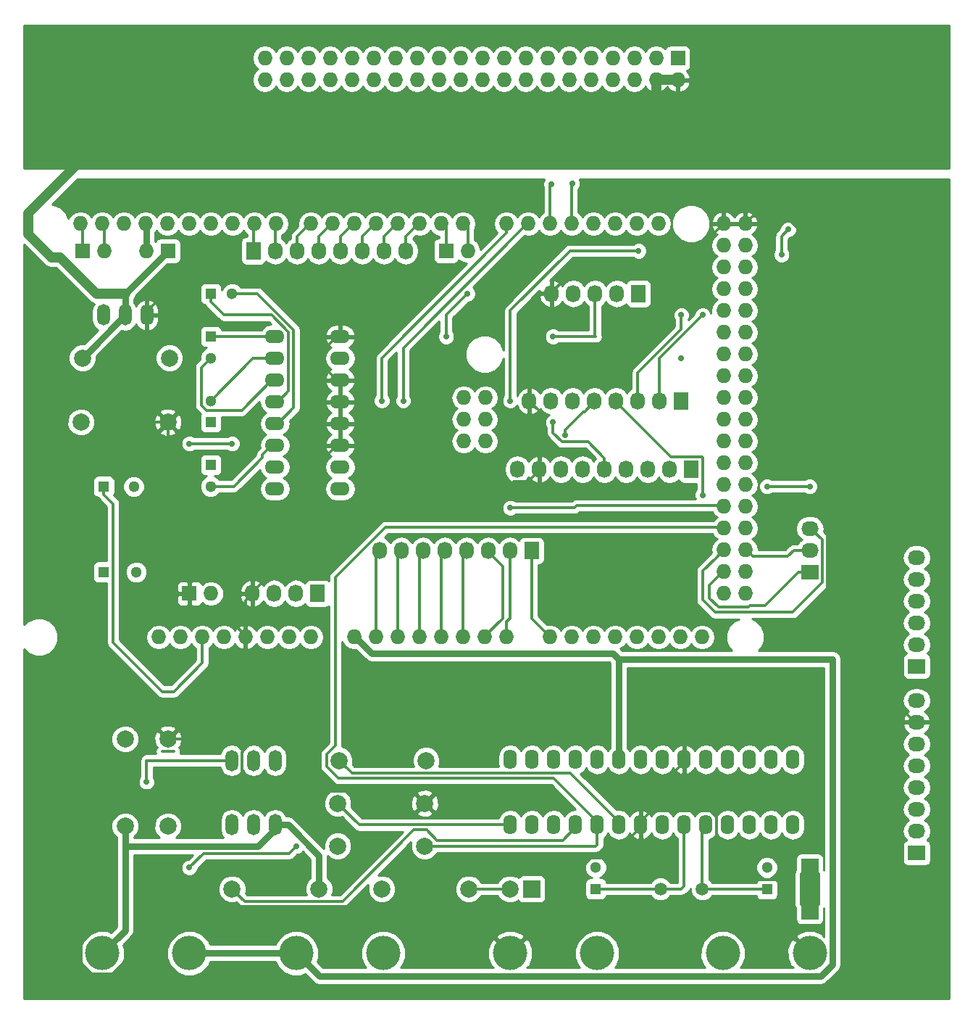
<source format=gtl>
G04 #@! TF.FileFunction,Copper,L1,Top,Signal*
%FSLAX46Y46*%
G04 Gerber Fmt 4.6, Leading zero omitted, Abs format (unit mm)*
G04 Created by KiCad (PCBNEW 4.0.2+dfsg1-stable) date ma. 28. mai 2018 kl. 14.59 +0200*
%MOMM*%
G01*
G04 APERTURE LIST*
%ADD10C,0.100000*%
%ADD11C,0.304800*%
%ADD12O,1.727200X1.727200*%
%ADD13R,1.300000X1.300000*%
%ADD14C,1.300000*%
%ADD15R,2.000000X2.000000*%
%ADD16C,2.000000*%
%ADD17O,1.600000X2.300000*%
%ADD18C,4.000500*%
%ADD19R,1.727200X2.032000*%
%ADD20O,1.727200X2.032000*%
%ADD21R,1.727200X1.727200*%
%ADD22R,2.032000X1.727200*%
%ADD23O,2.032000X1.727200*%
%ADD24C,1.998980*%
%ADD25O,1.501140X2.499360*%
%ADD26O,2.300000X1.600000*%
%ADD27C,1.501140*%
%ADD28R,1.998980X1.998980*%
%ADD29C,0.700000*%
%ADD30C,0.300000*%
%ADD31C,0.750000*%
%ADD32C,1.200000*%
%ADD33C,0.254000*%
G04 APERTURE END LIST*
D10*
D11*
X251484000Y-130222000D02*
X251484000Y-133778000D01*
X251738000Y-133778000D02*
X251738000Y-130222000D01*
X251992000Y-130222000D02*
X251992000Y-133778000D01*
X252246000Y-133778000D02*
X252246000Y-130222000D01*
X252500000Y-130222000D02*
X252500000Y-133778000D01*
X252754000Y-133778000D02*
X252754000Y-130222000D01*
X253008000Y-130222000D02*
X253008000Y-133778000D01*
X253262000Y-133778000D02*
X253262000Y-130222000D01*
X253516000Y-130222000D02*
X253516000Y-133778000D01*
D12*
X212087000Y-79720000D03*
X214627000Y-79720000D03*
X214627000Y-77180000D03*
X212087000Y-77180000D03*
X214627000Y-74640000D03*
X199260000Y-102580000D03*
X194180000Y-102580000D03*
X191640000Y-102580000D03*
X189100000Y-102580000D03*
X186560000Y-102580000D03*
X184020000Y-102580000D03*
X181480000Y-102580000D03*
X178940000Y-102580000D03*
X234820000Y-54320000D03*
X232280000Y-54320000D03*
X229740000Y-54320000D03*
X227200000Y-54320000D03*
X224660000Y-54320000D03*
X222120000Y-54320000D03*
X219580000Y-54320000D03*
X217040000Y-54320000D03*
X211960000Y-54320000D03*
X209420000Y-54320000D03*
X206880000Y-54320000D03*
X204340000Y-54320000D03*
X201800000Y-54320000D03*
X199260000Y-54320000D03*
X196720000Y-54320000D03*
X194180000Y-54320000D03*
X174876000Y-54320000D03*
X190116000Y-54320000D03*
X187576000Y-54320000D03*
X185036000Y-54320000D03*
X167256000Y-54320000D03*
X169796000Y-54320000D03*
X172336000Y-54320000D03*
X177416000Y-54320000D03*
X179956000Y-54320000D03*
X182496000Y-54320000D03*
X176400000Y-102580000D03*
X201800000Y-102580000D03*
X204340000Y-102580000D03*
X206880000Y-102580000D03*
X209420000Y-102580000D03*
X211960000Y-102580000D03*
X214500000Y-102580000D03*
X217040000Y-102580000D03*
X222120000Y-102580000D03*
X224660000Y-102580000D03*
X227200000Y-102580000D03*
X229740000Y-102580000D03*
X232280000Y-102580000D03*
X234820000Y-102580000D03*
X237360000Y-102580000D03*
X239900000Y-102580000D03*
X242440000Y-54320000D03*
X244980000Y-54320000D03*
X242440000Y-56860000D03*
X244980000Y-56860000D03*
X242440000Y-59400000D03*
X244980000Y-59400000D03*
X242440000Y-61940000D03*
X244980000Y-61940000D03*
X242440000Y-64480000D03*
X244980000Y-64480000D03*
X242440000Y-67020000D03*
X244980000Y-67020000D03*
X242440000Y-69560000D03*
X244980000Y-69560000D03*
X242440000Y-72100000D03*
X244980000Y-72100000D03*
X242440000Y-74640000D03*
X244980000Y-74640000D03*
X242440000Y-77180000D03*
X244980000Y-77180000D03*
X242440000Y-79720000D03*
X244980000Y-79720000D03*
X242440000Y-82260000D03*
X244980000Y-82260000D03*
X242440000Y-84800000D03*
X244980000Y-84800000D03*
X242440000Y-87340000D03*
X244980000Y-87340000D03*
X242440000Y-89880000D03*
X244980000Y-89880000D03*
X242440000Y-92420000D03*
X244980000Y-92420000D03*
X242440000Y-94960000D03*
X244980000Y-94960000D03*
X242440000Y-97500000D03*
X244980000Y-97500000D03*
X212087000Y-74640000D03*
D13*
X247500000Y-132000000D03*
D14*
X247500000Y-129500000D03*
D13*
X227500000Y-132000000D03*
D14*
X227500000Y-129500000D03*
X173500000Y-85000000D03*
D13*
X170000000Y-85000000D03*
X182500000Y-67500000D03*
D14*
X182500000Y-70000000D03*
D13*
X182500000Y-62500000D03*
D14*
X185000000Y-62500000D03*
D13*
X182500000Y-77500000D03*
D14*
X182500000Y-75000000D03*
D13*
X182500000Y-82500000D03*
D14*
X182500000Y-85000000D03*
D13*
X170000000Y-95000000D03*
D14*
X173800000Y-95000000D03*
D15*
X220000000Y-132000000D03*
D16*
X217460000Y-132000000D03*
D17*
X217500000Y-124500000D03*
X220040000Y-124500000D03*
X222580000Y-124500000D03*
X225120000Y-124500000D03*
X227660000Y-124500000D03*
X230200000Y-124500000D03*
X232740000Y-124500000D03*
X235280000Y-124500000D03*
X237820000Y-124500000D03*
X240360000Y-124500000D03*
X242900000Y-124500000D03*
X245440000Y-124500000D03*
X247980000Y-124500000D03*
X250520000Y-124500000D03*
X250520000Y-116880000D03*
X247980000Y-116880000D03*
X245440000Y-116880000D03*
X242900000Y-116880000D03*
X240360000Y-116880000D03*
X237820000Y-116880000D03*
X235280000Y-116880000D03*
X232740000Y-116880000D03*
X230200000Y-116880000D03*
X227660000Y-116880000D03*
X225120000Y-116880000D03*
X222580000Y-116880000D03*
X220040000Y-116880000D03*
X217500000Y-116880000D03*
D18*
X180000000Y-139500000D03*
X169840000Y-139500000D03*
X217500000Y-139500000D03*
X227660000Y-139500000D03*
X192500000Y-139500000D03*
X202660000Y-139500000D03*
X252500000Y-139500000D03*
X242340000Y-139500000D03*
D19*
X238660000Y-83000000D03*
D20*
X236120000Y-83000000D03*
X233580000Y-83000000D03*
X231040000Y-83000000D03*
X228500000Y-83000000D03*
X225960000Y-83000000D03*
X223420000Y-83000000D03*
X220880000Y-83000000D03*
X218340000Y-83000000D03*
D19*
X237500000Y-75000000D03*
D20*
X234960000Y-75000000D03*
X232420000Y-75000000D03*
X229880000Y-75000000D03*
X227340000Y-75000000D03*
X224800000Y-75000000D03*
X222260000Y-75000000D03*
X219720000Y-75000000D03*
D19*
X232500000Y-62500000D03*
D20*
X229960000Y-62500000D03*
X227420000Y-62500000D03*
X224880000Y-62500000D03*
X222340000Y-62500000D03*
D19*
X195000000Y-97500000D03*
D20*
X192460000Y-97500000D03*
X189920000Y-97500000D03*
X187380000Y-97500000D03*
D21*
X177500000Y-57500000D03*
D12*
X174960000Y-57500000D03*
D19*
X220000000Y-92500000D03*
D20*
X217460000Y-92500000D03*
X214920000Y-92500000D03*
X212380000Y-92500000D03*
X209840000Y-92500000D03*
X207300000Y-92500000D03*
X204760000Y-92500000D03*
X202220000Y-92500000D03*
D19*
X187500000Y-57500000D03*
D20*
X190040000Y-57500000D03*
X192580000Y-57500000D03*
X195120000Y-57500000D03*
X197660000Y-57500000D03*
X200200000Y-57500000D03*
X202740000Y-57500000D03*
X205280000Y-57500000D03*
D22*
X252500000Y-95000000D03*
D23*
X252500000Y-92460000D03*
X252500000Y-89920000D03*
D21*
X167500000Y-57500000D03*
D12*
X170040000Y-57500000D03*
D21*
X210000000Y-57500000D03*
D12*
X212540000Y-57500000D03*
D21*
X180000000Y-97500000D03*
D12*
X182540000Y-97500000D03*
D24*
X177500000Y-114500000D03*
X177500000Y-124660000D03*
X172500000Y-114500000D03*
X172500000Y-124660000D03*
X207500000Y-122000000D03*
X197340000Y-122000000D03*
X202500000Y-132000000D03*
X212660000Y-132000000D03*
X185000000Y-132000000D03*
X195160000Y-132000000D03*
X197500000Y-117000000D03*
X207660000Y-117000000D03*
X207500000Y-127000000D03*
X197340000Y-127000000D03*
X177500000Y-77500000D03*
X167340000Y-77500000D03*
X167500000Y-70000000D03*
X177660000Y-70000000D03*
D25*
X187500000Y-124500000D03*
X184960000Y-124500000D03*
X190040000Y-124500000D03*
X187500000Y-117000000D03*
X184960000Y-117000000D03*
X190040000Y-117000000D03*
D26*
X190000000Y-67500000D03*
X190000000Y-70040000D03*
X190000000Y-72580000D03*
X190000000Y-75120000D03*
X190000000Y-77660000D03*
X190000000Y-80200000D03*
X190000000Y-82740000D03*
X190000000Y-85280000D03*
X197620000Y-85280000D03*
X197620000Y-82740000D03*
X197620000Y-80200000D03*
X197620000Y-77660000D03*
X197620000Y-75120000D03*
X197620000Y-72580000D03*
X197620000Y-70040000D03*
X197620000Y-67500000D03*
D25*
X172500000Y-65000000D03*
X169960000Y-65000000D03*
X175040000Y-65000000D03*
D27*
X235059060Y-132000000D03*
X239940940Y-132000000D03*
D28*
X252500000Y-134540000D03*
X252500000Y-129460000D03*
D22*
X265000000Y-106000000D03*
D23*
X265000000Y-103460000D03*
X265000000Y-100920000D03*
X265000000Y-98380000D03*
X265000000Y-95840000D03*
X265000000Y-93300000D03*
D22*
X265000000Y-127780000D03*
D23*
X265000000Y-125240000D03*
X265000000Y-122700000D03*
X265000000Y-120160000D03*
X265000000Y-117620000D03*
X265000000Y-115080000D03*
X265000000Y-112540000D03*
X265000000Y-110000000D03*
D21*
X237080000Y-35000000D03*
D12*
X237080000Y-37540000D03*
X234540000Y-35000000D03*
X234540000Y-37540000D03*
X232000000Y-35000000D03*
X232000000Y-37540000D03*
X229460000Y-35000000D03*
X229460000Y-37540000D03*
X226920000Y-35000000D03*
X226920000Y-37540000D03*
X224380000Y-35000000D03*
X224380000Y-37540000D03*
X221840000Y-35000000D03*
X221840000Y-37540000D03*
X219300000Y-35000000D03*
X219300000Y-37540000D03*
X216760000Y-35000000D03*
X216760000Y-37540000D03*
X214220000Y-35000000D03*
X214220000Y-37540000D03*
X211680000Y-35000000D03*
X211680000Y-37540000D03*
X209140000Y-35000000D03*
X209140000Y-37540000D03*
X206600000Y-35000000D03*
X206600000Y-37540000D03*
X204060000Y-35000000D03*
X204060000Y-37540000D03*
X201520000Y-35000000D03*
X201520000Y-37540000D03*
X198980000Y-35000000D03*
X198980000Y-37540000D03*
X196440000Y-35000000D03*
X196440000Y-37540000D03*
X193900000Y-35000000D03*
X193900000Y-37540000D03*
X191360000Y-35000000D03*
X191360000Y-37540000D03*
X188820000Y-35000000D03*
X188820000Y-37540000D03*
D29*
X175000000Y-119500000D03*
X180000000Y-129500000D03*
X192500000Y-127000000D03*
X190500000Y-50500000D03*
X183500000Y-56000000D03*
X223000000Y-99000000D03*
X219500000Y-106500000D03*
X200000000Y-109000000D03*
X194500000Y-109000000D03*
X232500000Y-57500000D03*
X217500000Y-75000000D03*
X222500000Y-77500000D03*
X240000000Y-65000000D03*
X237500000Y-65000000D03*
X250000000Y-55000000D03*
X249199990Y-57934877D03*
X249199990Y-57934877D03*
X240000000Y-86000000D03*
X223933240Y-78974990D03*
X224718855Y-49655552D03*
X222277472Y-49728307D03*
X237500000Y-70000000D03*
X222500000Y-67500000D03*
X210000000Y-67500000D03*
X212500000Y-62500000D03*
X252500000Y-85000000D03*
X247500000Y-85000000D03*
X217500000Y-87500000D03*
X185000000Y-80000000D03*
X180000000Y-80000000D03*
X205000000Y-75000000D03*
X202500000Y-75000000D03*
D30*
X178195757Y-115949491D02*
X176804243Y-115949491D01*
X239940940Y-132000000D02*
X247500000Y-132000000D01*
X239940940Y-132000000D02*
X239940940Y-124919060D01*
X239940940Y-124919060D02*
X240360000Y-124500000D01*
X237500000Y-132000000D02*
X237820000Y-131680000D01*
X237820000Y-131680000D02*
X237820000Y-124500000D01*
X235059060Y-132000000D02*
X237500000Y-132000000D01*
X227500000Y-132000000D02*
X235000000Y-132000000D01*
X170000000Y-85000000D02*
X170000000Y-85950000D01*
X170000000Y-85950000D02*
X171100001Y-87050001D01*
X171100001Y-87050001D02*
X171100001Y-103245249D01*
X171100001Y-103245249D02*
X176804243Y-108949491D01*
X176804243Y-108949491D02*
X178195757Y-108949491D01*
X178195757Y-108949491D02*
X181521100Y-105624148D01*
X181521100Y-105624148D02*
X181521100Y-102463600D01*
X182500000Y-67500000D02*
X190000000Y-67500000D01*
X182500000Y-70000000D02*
X181399999Y-71100001D01*
X189650000Y-72580000D02*
X190000000Y-72580000D01*
X181399999Y-71100001D02*
X181399999Y-75528001D01*
X181399999Y-75528001D02*
X181971999Y-76100001D01*
X181971999Y-76100001D02*
X186129999Y-76100001D01*
X186129999Y-76100001D02*
X189650000Y-72580000D01*
X189617781Y-65000000D02*
X184050000Y-65000000D01*
X184050000Y-65000000D02*
X182500000Y-63450000D01*
X182500000Y-63450000D02*
X182500000Y-62500000D01*
X190000000Y-75120000D02*
X190350000Y-75120000D01*
X191600010Y-73869990D02*
X191600010Y-66982229D01*
X190350000Y-75120000D02*
X191600010Y-73869990D01*
X191600010Y-66982229D02*
X189617781Y-65000000D01*
X185000000Y-62500000D02*
X187966323Y-62500000D01*
X187966323Y-62500000D02*
X192200020Y-66733697D01*
X192200020Y-66733697D02*
X192200020Y-75809980D01*
X192200020Y-75809980D02*
X190350000Y-77660000D01*
X190350000Y-77660000D02*
X190000000Y-77660000D01*
X182500000Y-75000000D02*
X187460000Y-70040000D01*
X187460000Y-70040000D02*
X190000000Y-70040000D01*
X182500000Y-85000000D02*
X185200000Y-85000000D01*
X185200000Y-85000000D02*
X188550000Y-81650000D01*
X188550000Y-81650000D02*
X188550000Y-81300000D01*
X188550000Y-81300000D02*
X189650000Y-80200000D01*
X189650000Y-80200000D02*
X190000000Y-80200000D01*
X217460000Y-132000000D02*
X212660000Y-132000000D01*
X217500000Y-124500000D02*
X199840000Y-124500000D01*
X199840000Y-124500000D02*
X197340000Y-122000000D01*
X185000000Y-132000000D02*
X186449491Y-133449491D01*
X186449491Y-133449491D02*
X197902995Y-133449491D01*
X197902995Y-133449491D02*
X206252476Y-125100010D01*
X207745258Y-125100010D02*
X208949491Y-126304243D01*
X206252476Y-125100010D02*
X207745258Y-125100010D01*
X208949491Y-126304243D02*
X223665757Y-126304243D01*
X223665757Y-126304243D02*
X225120000Y-124850000D01*
X225120000Y-124850000D02*
X225120000Y-124500000D01*
X184960000Y-131960000D02*
X185000000Y-132000000D01*
X184960000Y-124999110D02*
X184960000Y-124500000D01*
X242481100Y-89763600D02*
X202946275Y-89763600D01*
X202946275Y-89763600D02*
X197074762Y-95635113D01*
X197074762Y-95635113D02*
X197074762Y-115279990D01*
X197074762Y-115279990D02*
X196050509Y-116304243D01*
X196050509Y-116304243D02*
X196050509Y-117695757D01*
X196050509Y-117695757D02*
X197434772Y-119080020D01*
X197434772Y-119080020D02*
X222590020Y-119080020D01*
X222590020Y-119080020D02*
X227660000Y-124150000D01*
X227660000Y-124150000D02*
X227660000Y-124500000D01*
X227660000Y-126840000D02*
X227500000Y-127000000D01*
X227500000Y-127000000D02*
X207500000Y-127000000D01*
X227660000Y-124500000D02*
X227660000Y-126840000D01*
X184960000Y-117000000D02*
X175000000Y-117000000D01*
X175000000Y-119500000D02*
X175000000Y-117000000D01*
X192500000Y-127000000D02*
X191674990Y-127825010D01*
X191674990Y-127825010D02*
X181674990Y-127825010D01*
X181674990Y-127825010D02*
X180000000Y-129500000D01*
X230200000Y-124500000D02*
X230200000Y-124150000D01*
X230200000Y-124150000D02*
X224530010Y-118480010D01*
X224530010Y-118480010D02*
X198980010Y-118480010D01*
X198980010Y-118480010D02*
X198499489Y-117999489D01*
X198499489Y-117999489D02*
X197500000Y-117000000D01*
X190500000Y-50500000D02*
X188000000Y-50500000D01*
X175040000Y-65000000D02*
X175040000Y-64500890D01*
X175040000Y-64500890D02*
X183500000Y-56040890D01*
X183500000Y-56040890D02*
X183500000Y-56000000D01*
X223000000Y-99000000D02*
X225500000Y-99000000D01*
X203000000Y-109000000D02*
X217000000Y-109000000D01*
X217000000Y-109000000D02*
X219500000Y-106500000D01*
X200000000Y-109000000D02*
X203000000Y-109000000D01*
X177500000Y-114500000D02*
X189000000Y-114500000D01*
X189000000Y-114500000D02*
X194500000Y-109000000D01*
X265000000Y-112540000D02*
X264847600Y-112540000D01*
X264847600Y-112540000D02*
X254566010Y-102258410D01*
X254566010Y-102258410D02*
X254566010Y-58382008D01*
X254566010Y-58382008D02*
X249640403Y-53456401D01*
X249640403Y-53456401D02*
X245843599Y-53456401D01*
X245843599Y-53456401D02*
X244980000Y-54320000D01*
X242440000Y-54320000D02*
X237072400Y-59687600D01*
X225000000Y-59687600D02*
X222340000Y-62347600D01*
X222340000Y-62347600D02*
X222340000Y-62500000D01*
X237072400Y-59687600D02*
X225000000Y-59687600D01*
X244980000Y-54320000D02*
X242440000Y-54320000D01*
X186601100Y-102463600D02*
X185287499Y-101149999D01*
X185287499Y-101149999D02*
X175810571Y-101149999D01*
X175810571Y-101149999D02*
X175127499Y-101833071D01*
X175127499Y-101833071D02*
X175127499Y-101208901D01*
X175127499Y-101208901D02*
X178836400Y-97500000D01*
X178836400Y-97500000D02*
X180000000Y-97500000D01*
X186601100Y-102463600D02*
X186601100Y-115563074D01*
X186601100Y-115563074D02*
X186160580Y-116003594D01*
X186160580Y-116003594D02*
X186160580Y-120536406D01*
X220880000Y-83000000D02*
X220880000Y-83152400D01*
X220880000Y-83152400D02*
X219566390Y-84466010D01*
X219566390Y-84466010D02*
X217906390Y-84466010D01*
X217906390Y-84466010D02*
X214872400Y-87500000D01*
X220880000Y-83000000D02*
X220880000Y-76160000D01*
X220880000Y-76160000D02*
X219720000Y-75000000D01*
X217500000Y-139500000D02*
X212049500Y-134049500D01*
X212049500Y-134049500D02*
X178916872Y-134049500D01*
X178916872Y-134049500D02*
X171016121Y-141950251D01*
X171016121Y-141950251D02*
X168663879Y-141950251D01*
X168663879Y-141950251D02*
X167389749Y-140676121D01*
X167389749Y-140676121D02*
X167389749Y-127625003D01*
X167389749Y-127625003D02*
X174478346Y-120536406D01*
X174478346Y-120536406D02*
X186160580Y-120536406D01*
X186160580Y-120536406D02*
X186146477Y-120550509D01*
X186146477Y-120550509D02*
X206050509Y-120550509D01*
X206500511Y-121000511D02*
X207500000Y-122000000D01*
X183550509Y-123146477D02*
X186146477Y-120550509D01*
X206050509Y-120550509D02*
X206500511Y-121000511D01*
X232740000Y-124500000D02*
X232740000Y-124850000D01*
X232740000Y-124850000D02*
X229190001Y-128399999D01*
X229190001Y-128399999D02*
X226971999Y-128399999D01*
X226971999Y-128399999D02*
X219500249Y-135871749D01*
X219500249Y-135871749D02*
X219500249Y-137499751D01*
X219500249Y-137499751D02*
X217500000Y-139500000D01*
X175000000Y-77500000D02*
X175040000Y-77460000D01*
X175040000Y-77460000D02*
X175040000Y-65000000D01*
X177500000Y-77500000D02*
X175000000Y-77500000D01*
X219720000Y-75000000D02*
X219720000Y-63956400D01*
X219720000Y-63956400D02*
X221176400Y-62500000D01*
X221176400Y-62500000D02*
X222340000Y-62500000D01*
X210000000Y-87500000D02*
X214872400Y-87500000D01*
X202700000Y-80200000D02*
X210000000Y-87500000D01*
X197620000Y-80200000D02*
X202700000Y-80200000D01*
X195000000Y-70310000D02*
X195000000Y-69770000D01*
X195000000Y-69770000D02*
X197270000Y-67500000D01*
X197270000Y-67500000D02*
X197620000Y-67500000D01*
X197620000Y-72580000D02*
X197270000Y-72580000D01*
X197270000Y-72580000D02*
X195000000Y-70310000D01*
X197620000Y-75120000D02*
X197620000Y-72580000D01*
X197620000Y-80200000D02*
X197620000Y-77660000D01*
X195000000Y-89727600D02*
X195000000Y-82470000D01*
X195000000Y-82470000D02*
X197270000Y-80200000D01*
X197270000Y-80200000D02*
X197620000Y-80200000D01*
X187380000Y-97500000D02*
X187380000Y-97347600D01*
X187380000Y-97347600D02*
X195000000Y-89727600D01*
X180000000Y-90000000D02*
X177500000Y-87500000D01*
X177500000Y-87500000D02*
X177500000Y-77500000D01*
X180000000Y-97500000D02*
X180000000Y-90000000D01*
X186601100Y-102463600D02*
X186601100Y-98278900D01*
X186601100Y-98278900D02*
X187380000Y-97500000D01*
X232740000Y-124500000D02*
X232740000Y-124150000D01*
X232740000Y-124150000D02*
X233990010Y-122899990D01*
X233990010Y-122899990D02*
X240877771Y-122899990D01*
X240877771Y-122899990D02*
X241610010Y-123632229D01*
X241610010Y-123632229D02*
X241610010Y-126020010D01*
X246489999Y-130899999D02*
X248510001Y-130899999D01*
X241610010Y-126020010D02*
X246489999Y-130899999D01*
X248510001Y-130899999D02*
X250499751Y-132889749D01*
X250499751Y-132889749D02*
X250499751Y-137499751D01*
X250499751Y-137499751D02*
X252500000Y-139500000D01*
X232740000Y-124500000D02*
X232740000Y-121960000D01*
X232740000Y-121960000D02*
X236370000Y-118330000D01*
X236370000Y-118330000D02*
X236720000Y-118330000D01*
X236720000Y-118330000D02*
X237820000Y-117230000D01*
X237820000Y-117230000D02*
X237820000Y-116880000D01*
D31*
X199301100Y-102463600D02*
X201316507Y-104479007D01*
X201316507Y-104479007D02*
X229479007Y-104479007D01*
X229479007Y-104479007D02*
X230200000Y-105200000D01*
X230200000Y-109880000D02*
X230200000Y-116880000D01*
X230200000Y-105200000D02*
X255150502Y-105200000D01*
X255150502Y-105200000D02*
X255175251Y-105175251D01*
X253784121Y-142175251D02*
X195175251Y-142175251D01*
X255175251Y-105175251D02*
X255175251Y-140784121D01*
X255175251Y-140784121D02*
X253784121Y-142175251D01*
X195175251Y-142175251D02*
X192500000Y-139500000D01*
X230200000Y-105200000D02*
X230200000Y-109880000D01*
X180000000Y-139500000D02*
X192500000Y-139500000D01*
X195160000Y-132000000D02*
X195160000Y-128119430D01*
X195160000Y-128119430D02*
X191540570Y-124500000D01*
X191540570Y-124500000D02*
X190040000Y-124500000D01*
X172500000Y-124660000D02*
X172500000Y-127000000D01*
X172500000Y-127000000D02*
X172500000Y-136840000D01*
X190040000Y-124500000D02*
X190040000Y-124999110D01*
X190040000Y-124999110D02*
X188039110Y-127000000D01*
X188039110Y-127000000D02*
X172500000Y-127000000D01*
X172500000Y-136840000D02*
X169840000Y-139500000D01*
D30*
X228500000Y-83000000D02*
X228500000Y-81684000D01*
X228500000Y-81684000D02*
X226590991Y-79774991D01*
X226590991Y-79774991D02*
X223549239Y-79774991D01*
X223549239Y-79774991D02*
X222500000Y-78725752D01*
X222500000Y-77994974D02*
X222500000Y-77500000D01*
X222500000Y-78725752D02*
X222500000Y-77994974D01*
X217500000Y-75000000D02*
X217500000Y-64479316D01*
X217500000Y-64479316D02*
X224479316Y-57500000D01*
X224479316Y-57500000D02*
X232500000Y-57500000D01*
X240000000Y-65000000D02*
X234960000Y-70040000D01*
X234960000Y-70040000D02*
X234960000Y-75000000D01*
X237500000Y-65000000D02*
X237500000Y-66651458D01*
X237500000Y-66651458D02*
X232420000Y-71731458D01*
X232420000Y-71731458D02*
X232420000Y-73684000D01*
X232420000Y-73684000D02*
X232420000Y-75000000D01*
X249199990Y-57934877D02*
X249199990Y-55800010D01*
X249199990Y-55800010D02*
X250000000Y-55000000D01*
X252500000Y-92460000D02*
X250656142Y-92460000D01*
X250656142Y-92460000D02*
X249948943Y-93167199D01*
X249948943Y-93167199D02*
X245884699Y-93167199D01*
X245884699Y-93167199D02*
X245021100Y-92303600D01*
X239999540Y-94860460D02*
X241576401Y-93283599D01*
X241576401Y-93283599D02*
X242440000Y-92420000D01*
X239999540Y-98260027D02*
X239999540Y-94860460D01*
X245581408Y-99691265D02*
X245579526Y-99693147D01*
X253966001Y-96223601D02*
X250498337Y-99691265D01*
X241432660Y-99693147D02*
X239999540Y-98260027D01*
X252500000Y-89920000D02*
X252652400Y-89920000D01*
X245579526Y-99693147D02*
X241432660Y-99693147D01*
X252652400Y-89920000D02*
X253966001Y-91233601D01*
X253966001Y-91233601D02*
X253966001Y-96223601D01*
X250498337Y-99691265D02*
X245581408Y-99691265D01*
X229880000Y-75000000D02*
X229880000Y-75152400D01*
X239883601Y-81533999D02*
X240000000Y-81650398D01*
X229880000Y-75152400D02*
X236261599Y-81533999D01*
X236261599Y-81533999D02*
X239883601Y-81533999D01*
X240000000Y-81650398D02*
X240000000Y-86000000D01*
X230000000Y-75120000D02*
X229880000Y-75000000D01*
X252500000Y-89920000D02*
X252347600Y-89920000D01*
X252500000Y-95000000D02*
X251184000Y-95000000D01*
X251184000Y-95000000D02*
X247283120Y-98900880D01*
X247283120Y-98900880D02*
X245523250Y-98900880D01*
X245523250Y-98900880D02*
X245330994Y-99093136D01*
X245330994Y-99093136D02*
X241836651Y-99093136D01*
X241617501Y-95707199D02*
X242481100Y-94843600D01*
X241836651Y-99093136D02*
X240768563Y-98025048D01*
X240768563Y-98025048D02*
X240768563Y-96556137D01*
X240768563Y-96556137D02*
X241617501Y-95707199D01*
X223933240Y-78974990D02*
X223933240Y-78406760D01*
X223933240Y-78406760D02*
X226024000Y-76316000D01*
X226024000Y-76316000D02*
X226176400Y-76316000D01*
X226176400Y-76316000D02*
X227340000Y-75152400D01*
X227340000Y-75152400D02*
X227340000Y-75000000D01*
X224660000Y-49714407D02*
X224718855Y-49655552D01*
X224660000Y-54320000D02*
X224660000Y-49714407D01*
X222120000Y-49885779D02*
X222277472Y-49728307D01*
X222120000Y-54320000D02*
X222120000Y-49885779D01*
X227500000Y-67500000D02*
X227420000Y-67420000D01*
X227420000Y-67420000D02*
X227420000Y-62500000D01*
X222500000Y-67500000D02*
X227500000Y-67500000D01*
X212500000Y-62500000D02*
X210000000Y-65000000D01*
X210000000Y-65000000D02*
X210000000Y-67500000D01*
X247500000Y-85000000D02*
X252500000Y-85000000D01*
X220000000Y-92500000D02*
X220000000Y-100460000D01*
X220000000Y-100460000D02*
X222120000Y-102580000D01*
X217081100Y-102463600D02*
X217081100Y-100772142D01*
X217081100Y-100772142D02*
X217460000Y-100393242D01*
X217460000Y-100393242D02*
X217460000Y-93816000D01*
X217460000Y-93816000D02*
X217460000Y-92500000D01*
X214541100Y-102463600D02*
X216591101Y-100413599D01*
X216591101Y-100413599D02*
X216591101Y-94323501D01*
X216591101Y-94323501D02*
X214920000Y-92652400D01*
X214920000Y-92652400D02*
X214920000Y-92500000D01*
X212001100Y-102463600D02*
X212001100Y-92878900D01*
X212001100Y-92878900D02*
X212380000Y-92500000D01*
X209461100Y-102463600D02*
X209461100Y-92878900D01*
X209461100Y-92878900D02*
X209840000Y-92500000D01*
X206921100Y-102463600D02*
X206921100Y-92878900D01*
X206921100Y-92878900D02*
X207300000Y-92500000D01*
X204381100Y-102463600D02*
X204381100Y-92878900D01*
X204381100Y-92878900D02*
X204760000Y-92500000D01*
X201841100Y-102463600D02*
X201841100Y-92878900D01*
X201841100Y-92878900D02*
X202220000Y-92500000D01*
X187500000Y-57500000D02*
X187500000Y-54320700D01*
X187500000Y-54320700D02*
X187617100Y-54203600D01*
X190040000Y-57500000D02*
X190040000Y-54320700D01*
X190040000Y-54320700D02*
X190157100Y-54203600D01*
X192580000Y-57500000D02*
X192580000Y-55844700D01*
X192580000Y-55844700D02*
X194221100Y-54203600D01*
X195120000Y-57500000D02*
X195120000Y-55844700D01*
X195120000Y-55844700D02*
X196761100Y-54203600D01*
X197660000Y-57500000D02*
X197660000Y-55844700D01*
X197660000Y-55844700D02*
X199301100Y-54203600D01*
X200200000Y-57500000D02*
X200200000Y-55844700D01*
X200200000Y-55844700D02*
X201841100Y-54203600D01*
X202740000Y-57500000D02*
X202740000Y-55844700D01*
X202740000Y-55844700D02*
X204381100Y-54203600D01*
X205280000Y-57500000D02*
X205280000Y-55844700D01*
X205280000Y-55844700D02*
X206921100Y-54203600D01*
X167500000Y-57500000D02*
X167500000Y-54406500D01*
X167500000Y-54406500D02*
X167297100Y-54203600D01*
X170040000Y-57500000D02*
X170040000Y-54406500D01*
X170040000Y-54406500D02*
X169837100Y-54203600D01*
X210000000Y-57500000D02*
X210000000Y-54742500D01*
X210000000Y-54742500D02*
X209461100Y-54203600D01*
X212540000Y-57500000D02*
X212540000Y-54742500D01*
X212540000Y-54742500D02*
X212001100Y-54203600D01*
X225000000Y-87500000D02*
X225276400Y-87223600D01*
X225276400Y-87223600D02*
X242481100Y-87223600D01*
X217500000Y-87500000D02*
X225000000Y-87500000D01*
X180000000Y-80000000D02*
X185000000Y-80000000D01*
X205000000Y-75000000D02*
X205000000Y-68824700D01*
X205000000Y-68824700D02*
X219621100Y-54203600D01*
X202506014Y-70000000D02*
X202506014Y-74993986D01*
X202506014Y-74993986D02*
X202500000Y-75000000D01*
X217081100Y-54203600D02*
X217081100Y-55424914D01*
X217081100Y-55424914D02*
X202506014Y-70000000D01*
D31*
X174960000Y-57500000D02*
X174960000Y-54246500D01*
X174960000Y-54246500D02*
X174917100Y-54203600D01*
D32*
X234540000Y-37540000D02*
X237080000Y-37540000D01*
X234500000Y-44500000D02*
X234540000Y-44460000D01*
X234540000Y-44460000D02*
X234540000Y-37540000D01*
X169819998Y-44500000D02*
X234500000Y-44500000D01*
X172500000Y-62500000D02*
X169152798Y-62500000D01*
X164900001Y-58247203D02*
X163927201Y-58247203D01*
X169152798Y-62500000D02*
X164900001Y-58247203D01*
X163927201Y-58247203D02*
X161199999Y-55520001D01*
X161199999Y-55520001D02*
X161199999Y-53119999D01*
X161199999Y-53119999D02*
X169819998Y-44500000D01*
D31*
X167500000Y-70000000D02*
X172500000Y-65000000D01*
X172500000Y-62500000D02*
X172500000Y-65000000D01*
X177500000Y-57500000D02*
X172500000Y-62500000D01*
D33*
G36*
X268790000Y-47873000D02*
X160710000Y-47873000D01*
X160710000Y-34970641D01*
X187321400Y-34970641D01*
X187321400Y-35029359D01*
X187435474Y-35602848D01*
X187760330Y-36089029D01*
X188031172Y-36270000D01*
X187760330Y-36450971D01*
X187435474Y-36937152D01*
X187321400Y-37510641D01*
X187321400Y-37569359D01*
X187435474Y-38142848D01*
X187760330Y-38629029D01*
X188246511Y-38953885D01*
X188820000Y-39067959D01*
X189393489Y-38953885D01*
X189879670Y-38629029D01*
X190090000Y-38314248D01*
X190300330Y-38629029D01*
X190786511Y-38953885D01*
X191360000Y-39067959D01*
X191933489Y-38953885D01*
X192419670Y-38629029D01*
X192630000Y-38314248D01*
X192840330Y-38629029D01*
X193326511Y-38953885D01*
X193900000Y-39067959D01*
X194473489Y-38953885D01*
X194959670Y-38629029D01*
X195170000Y-38314248D01*
X195380330Y-38629029D01*
X195866511Y-38953885D01*
X196440000Y-39067959D01*
X197013489Y-38953885D01*
X197499670Y-38629029D01*
X197710000Y-38314248D01*
X197920330Y-38629029D01*
X198406511Y-38953885D01*
X198980000Y-39067959D01*
X199553489Y-38953885D01*
X200039670Y-38629029D01*
X200250000Y-38314248D01*
X200460330Y-38629029D01*
X200946511Y-38953885D01*
X201520000Y-39067959D01*
X202093489Y-38953885D01*
X202579670Y-38629029D01*
X202790000Y-38314248D01*
X203000330Y-38629029D01*
X203486511Y-38953885D01*
X204060000Y-39067959D01*
X204633489Y-38953885D01*
X205119670Y-38629029D01*
X205330000Y-38314248D01*
X205540330Y-38629029D01*
X206026511Y-38953885D01*
X206600000Y-39067959D01*
X207173489Y-38953885D01*
X207659670Y-38629029D01*
X207870000Y-38314248D01*
X208080330Y-38629029D01*
X208566511Y-38953885D01*
X209140000Y-39067959D01*
X209713489Y-38953885D01*
X210199670Y-38629029D01*
X210410000Y-38314248D01*
X210620330Y-38629029D01*
X211106511Y-38953885D01*
X211680000Y-39067959D01*
X212253489Y-38953885D01*
X212739670Y-38629029D01*
X212950000Y-38314248D01*
X213160330Y-38629029D01*
X213646511Y-38953885D01*
X214220000Y-39067959D01*
X214793489Y-38953885D01*
X215279670Y-38629029D01*
X215490000Y-38314248D01*
X215700330Y-38629029D01*
X216186511Y-38953885D01*
X216760000Y-39067959D01*
X217333489Y-38953885D01*
X217819670Y-38629029D01*
X218030000Y-38314248D01*
X218240330Y-38629029D01*
X218726511Y-38953885D01*
X219300000Y-39067959D01*
X219873489Y-38953885D01*
X220359670Y-38629029D01*
X220570000Y-38314248D01*
X220780330Y-38629029D01*
X221266511Y-38953885D01*
X221840000Y-39067959D01*
X222413489Y-38953885D01*
X222899670Y-38629029D01*
X223110000Y-38314248D01*
X223320330Y-38629029D01*
X223806511Y-38953885D01*
X224380000Y-39067959D01*
X224953489Y-38953885D01*
X225439670Y-38629029D01*
X225650000Y-38314248D01*
X225860330Y-38629029D01*
X226346511Y-38953885D01*
X226920000Y-39067959D01*
X227493489Y-38953885D01*
X227979670Y-38629029D01*
X228190000Y-38314248D01*
X228400330Y-38629029D01*
X228886511Y-38953885D01*
X229460000Y-39067959D01*
X230033489Y-38953885D01*
X230519670Y-38629029D01*
X230730000Y-38314248D01*
X230940330Y-38629029D01*
X231426511Y-38953885D01*
X232000000Y-39067959D01*
X232573489Y-38953885D01*
X233059670Y-38629029D01*
X233275664Y-38305772D01*
X233333179Y-38428490D01*
X233765053Y-38822688D01*
X234180974Y-38994958D01*
X234413000Y-38873817D01*
X234413000Y-37667000D01*
X234667000Y-37667000D01*
X234667000Y-38873817D01*
X234899026Y-38994958D01*
X235314947Y-38822688D01*
X235746821Y-38428490D01*
X235810000Y-38293687D01*
X235873179Y-38428490D01*
X236305053Y-38822688D01*
X236720974Y-38994958D01*
X236953000Y-38873817D01*
X236953000Y-37667000D01*
X237207000Y-37667000D01*
X237207000Y-38873817D01*
X237439026Y-38994958D01*
X237854947Y-38822688D01*
X238286821Y-38428490D01*
X238534968Y-37899027D01*
X238414469Y-37667000D01*
X237207000Y-37667000D01*
X236953000Y-37667000D01*
X234667000Y-37667000D01*
X234413000Y-37667000D01*
X234393000Y-37667000D01*
X234393000Y-37413000D01*
X234413000Y-37413000D01*
X234413000Y-37393000D01*
X234667000Y-37393000D01*
X234667000Y-37413000D01*
X236953000Y-37413000D01*
X236953000Y-37393000D01*
X237207000Y-37393000D01*
X237207000Y-37413000D01*
X238414469Y-37413000D01*
X238534968Y-37180973D01*
X238286821Y-36651510D01*
X238100567Y-36481505D01*
X238178917Y-36466762D01*
X238395041Y-36327690D01*
X238540031Y-36115490D01*
X238591040Y-35863600D01*
X238591040Y-34136400D01*
X238546762Y-33901083D01*
X238407690Y-33684959D01*
X238195490Y-33539969D01*
X237943600Y-33488960D01*
X236216400Y-33488960D01*
X235981083Y-33533238D01*
X235764959Y-33672310D01*
X235619969Y-33884510D01*
X235611136Y-33928131D01*
X235599670Y-33910971D01*
X235113489Y-33586115D01*
X234540000Y-33472041D01*
X233966511Y-33586115D01*
X233480330Y-33910971D01*
X233270000Y-34225752D01*
X233059670Y-33910971D01*
X232573489Y-33586115D01*
X232000000Y-33472041D01*
X231426511Y-33586115D01*
X230940330Y-33910971D01*
X230730000Y-34225752D01*
X230519670Y-33910971D01*
X230033489Y-33586115D01*
X229460000Y-33472041D01*
X228886511Y-33586115D01*
X228400330Y-33910971D01*
X228190000Y-34225752D01*
X227979670Y-33910971D01*
X227493489Y-33586115D01*
X226920000Y-33472041D01*
X226346511Y-33586115D01*
X225860330Y-33910971D01*
X225650000Y-34225752D01*
X225439670Y-33910971D01*
X224953489Y-33586115D01*
X224380000Y-33472041D01*
X223806511Y-33586115D01*
X223320330Y-33910971D01*
X223110000Y-34225752D01*
X222899670Y-33910971D01*
X222413489Y-33586115D01*
X221840000Y-33472041D01*
X221266511Y-33586115D01*
X220780330Y-33910971D01*
X220570000Y-34225752D01*
X220359670Y-33910971D01*
X219873489Y-33586115D01*
X219300000Y-33472041D01*
X218726511Y-33586115D01*
X218240330Y-33910971D01*
X218030000Y-34225752D01*
X217819670Y-33910971D01*
X217333489Y-33586115D01*
X216760000Y-33472041D01*
X216186511Y-33586115D01*
X215700330Y-33910971D01*
X215490000Y-34225752D01*
X215279670Y-33910971D01*
X214793489Y-33586115D01*
X214220000Y-33472041D01*
X213646511Y-33586115D01*
X213160330Y-33910971D01*
X212950000Y-34225752D01*
X212739670Y-33910971D01*
X212253489Y-33586115D01*
X211680000Y-33472041D01*
X211106511Y-33586115D01*
X210620330Y-33910971D01*
X210410000Y-34225752D01*
X210199670Y-33910971D01*
X209713489Y-33586115D01*
X209140000Y-33472041D01*
X208566511Y-33586115D01*
X208080330Y-33910971D01*
X207870000Y-34225752D01*
X207659670Y-33910971D01*
X207173489Y-33586115D01*
X206600000Y-33472041D01*
X206026511Y-33586115D01*
X205540330Y-33910971D01*
X205330000Y-34225752D01*
X205119670Y-33910971D01*
X204633489Y-33586115D01*
X204060000Y-33472041D01*
X203486511Y-33586115D01*
X203000330Y-33910971D01*
X202790000Y-34225752D01*
X202579670Y-33910971D01*
X202093489Y-33586115D01*
X201520000Y-33472041D01*
X200946511Y-33586115D01*
X200460330Y-33910971D01*
X200250000Y-34225752D01*
X200039670Y-33910971D01*
X199553489Y-33586115D01*
X198980000Y-33472041D01*
X198406511Y-33586115D01*
X197920330Y-33910971D01*
X197710000Y-34225752D01*
X197499670Y-33910971D01*
X197013489Y-33586115D01*
X196440000Y-33472041D01*
X195866511Y-33586115D01*
X195380330Y-33910971D01*
X195170000Y-34225752D01*
X194959670Y-33910971D01*
X194473489Y-33586115D01*
X193900000Y-33472041D01*
X193326511Y-33586115D01*
X192840330Y-33910971D01*
X192630000Y-34225752D01*
X192419670Y-33910971D01*
X191933489Y-33586115D01*
X191360000Y-33472041D01*
X190786511Y-33586115D01*
X190300330Y-33910971D01*
X190090000Y-34225752D01*
X189879670Y-33910971D01*
X189393489Y-33586115D01*
X188820000Y-33472041D01*
X188246511Y-33586115D01*
X187760330Y-33910971D01*
X187435474Y-34397152D01*
X187321400Y-34970641D01*
X160710000Y-34970641D01*
X160710000Y-31210000D01*
X268790000Y-31210000D01*
X268790000Y-47873000D01*
X268790000Y-47873000D01*
G37*
X268790000Y-47873000D02*
X160710000Y-47873000D01*
X160710000Y-34970641D01*
X187321400Y-34970641D01*
X187321400Y-35029359D01*
X187435474Y-35602848D01*
X187760330Y-36089029D01*
X188031172Y-36270000D01*
X187760330Y-36450971D01*
X187435474Y-36937152D01*
X187321400Y-37510641D01*
X187321400Y-37569359D01*
X187435474Y-38142848D01*
X187760330Y-38629029D01*
X188246511Y-38953885D01*
X188820000Y-39067959D01*
X189393489Y-38953885D01*
X189879670Y-38629029D01*
X190090000Y-38314248D01*
X190300330Y-38629029D01*
X190786511Y-38953885D01*
X191360000Y-39067959D01*
X191933489Y-38953885D01*
X192419670Y-38629029D01*
X192630000Y-38314248D01*
X192840330Y-38629029D01*
X193326511Y-38953885D01*
X193900000Y-39067959D01*
X194473489Y-38953885D01*
X194959670Y-38629029D01*
X195170000Y-38314248D01*
X195380330Y-38629029D01*
X195866511Y-38953885D01*
X196440000Y-39067959D01*
X197013489Y-38953885D01*
X197499670Y-38629029D01*
X197710000Y-38314248D01*
X197920330Y-38629029D01*
X198406511Y-38953885D01*
X198980000Y-39067959D01*
X199553489Y-38953885D01*
X200039670Y-38629029D01*
X200250000Y-38314248D01*
X200460330Y-38629029D01*
X200946511Y-38953885D01*
X201520000Y-39067959D01*
X202093489Y-38953885D01*
X202579670Y-38629029D01*
X202790000Y-38314248D01*
X203000330Y-38629029D01*
X203486511Y-38953885D01*
X204060000Y-39067959D01*
X204633489Y-38953885D01*
X205119670Y-38629029D01*
X205330000Y-38314248D01*
X205540330Y-38629029D01*
X206026511Y-38953885D01*
X206600000Y-39067959D01*
X207173489Y-38953885D01*
X207659670Y-38629029D01*
X207870000Y-38314248D01*
X208080330Y-38629029D01*
X208566511Y-38953885D01*
X209140000Y-39067959D01*
X209713489Y-38953885D01*
X210199670Y-38629029D01*
X210410000Y-38314248D01*
X210620330Y-38629029D01*
X211106511Y-38953885D01*
X211680000Y-39067959D01*
X212253489Y-38953885D01*
X212739670Y-38629029D01*
X212950000Y-38314248D01*
X213160330Y-38629029D01*
X213646511Y-38953885D01*
X214220000Y-39067959D01*
X214793489Y-38953885D01*
X215279670Y-38629029D01*
X215490000Y-38314248D01*
X215700330Y-38629029D01*
X216186511Y-38953885D01*
X216760000Y-39067959D01*
X217333489Y-38953885D01*
X217819670Y-38629029D01*
X218030000Y-38314248D01*
X218240330Y-38629029D01*
X218726511Y-38953885D01*
X219300000Y-39067959D01*
X219873489Y-38953885D01*
X220359670Y-38629029D01*
X220570000Y-38314248D01*
X220780330Y-38629029D01*
X221266511Y-38953885D01*
X221840000Y-39067959D01*
X222413489Y-38953885D01*
X222899670Y-38629029D01*
X223110000Y-38314248D01*
X223320330Y-38629029D01*
X223806511Y-38953885D01*
X224380000Y-39067959D01*
X224953489Y-38953885D01*
X225439670Y-38629029D01*
X225650000Y-38314248D01*
X225860330Y-38629029D01*
X226346511Y-38953885D01*
X226920000Y-39067959D01*
X227493489Y-38953885D01*
X227979670Y-38629029D01*
X228190000Y-38314248D01*
X228400330Y-38629029D01*
X228886511Y-38953885D01*
X229460000Y-39067959D01*
X230033489Y-38953885D01*
X230519670Y-38629029D01*
X230730000Y-38314248D01*
X230940330Y-38629029D01*
X231426511Y-38953885D01*
X232000000Y-39067959D01*
X232573489Y-38953885D01*
X233059670Y-38629029D01*
X233275664Y-38305772D01*
X233333179Y-38428490D01*
X233765053Y-38822688D01*
X234180974Y-38994958D01*
X234413000Y-38873817D01*
X234413000Y-37667000D01*
X234667000Y-37667000D01*
X234667000Y-38873817D01*
X234899026Y-38994958D01*
X235314947Y-38822688D01*
X235746821Y-38428490D01*
X235810000Y-38293687D01*
X235873179Y-38428490D01*
X236305053Y-38822688D01*
X236720974Y-38994958D01*
X236953000Y-38873817D01*
X236953000Y-37667000D01*
X237207000Y-37667000D01*
X237207000Y-38873817D01*
X237439026Y-38994958D01*
X237854947Y-38822688D01*
X238286821Y-38428490D01*
X238534968Y-37899027D01*
X238414469Y-37667000D01*
X237207000Y-37667000D01*
X236953000Y-37667000D01*
X234667000Y-37667000D01*
X234413000Y-37667000D01*
X234393000Y-37667000D01*
X234393000Y-37413000D01*
X234413000Y-37413000D01*
X234413000Y-37393000D01*
X234667000Y-37393000D01*
X234667000Y-37413000D01*
X236953000Y-37413000D01*
X236953000Y-37393000D01*
X237207000Y-37393000D01*
X237207000Y-37413000D01*
X238414469Y-37413000D01*
X238534968Y-37180973D01*
X238286821Y-36651510D01*
X238100567Y-36481505D01*
X238178917Y-36466762D01*
X238395041Y-36327690D01*
X238540031Y-36115490D01*
X238591040Y-35863600D01*
X238591040Y-34136400D01*
X238546762Y-33901083D01*
X238407690Y-33684959D01*
X238195490Y-33539969D01*
X237943600Y-33488960D01*
X236216400Y-33488960D01*
X235981083Y-33533238D01*
X235764959Y-33672310D01*
X235619969Y-33884510D01*
X235611136Y-33928131D01*
X235599670Y-33910971D01*
X235113489Y-33586115D01*
X234540000Y-33472041D01*
X233966511Y-33586115D01*
X233480330Y-33910971D01*
X233270000Y-34225752D01*
X233059670Y-33910971D01*
X232573489Y-33586115D01*
X232000000Y-33472041D01*
X231426511Y-33586115D01*
X230940330Y-33910971D01*
X230730000Y-34225752D01*
X230519670Y-33910971D01*
X230033489Y-33586115D01*
X229460000Y-33472041D01*
X228886511Y-33586115D01*
X228400330Y-33910971D01*
X228190000Y-34225752D01*
X227979670Y-33910971D01*
X227493489Y-33586115D01*
X226920000Y-33472041D01*
X226346511Y-33586115D01*
X225860330Y-33910971D01*
X225650000Y-34225752D01*
X225439670Y-33910971D01*
X224953489Y-33586115D01*
X224380000Y-33472041D01*
X223806511Y-33586115D01*
X223320330Y-33910971D01*
X223110000Y-34225752D01*
X222899670Y-33910971D01*
X222413489Y-33586115D01*
X221840000Y-33472041D01*
X221266511Y-33586115D01*
X220780330Y-33910971D01*
X220570000Y-34225752D01*
X220359670Y-33910971D01*
X219873489Y-33586115D01*
X219300000Y-33472041D01*
X218726511Y-33586115D01*
X218240330Y-33910971D01*
X218030000Y-34225752D01*
X217819670Y-33910971D01*
X217333489Y-33586115D01*
X216760000Y-33472041D01*
X216186511Y-33586115D01*
X215700330Y-33910971D01*
X215490000Y-34225752D01*
X215279670Y-33910971D01*
X214793489Y-33586115D01*
X214220000Y-33472041D01*
X213646511Y-33586115D01*
X213160330Y-33910971D01*
X212950000Y-34225752D01*
X212739670Y-33910971D01*
X212253489Y-33586115D01*
X211680000Y-33472041D01*
X211106511Y-33586115D01*
X210620330Y-33910971D01*
X210410000Y-34225752D01*
X210199670Y-33910971D01*
X209713489Y-33586115D01*
X209140000Y-33472041D01*
X208566511Y-33586115D01*
X208080330Y-33910971D01*
X207870000Y-34225752D01*
X207659670Y-33910971D01*
X207173489Y-33586115D01*
X206600000Y-33472041D01*
X206026511Y-33586115D01*
X205540330Y-33910971D01*
X205330000Y-34225752D01*
X205119670Y-33910971D01*
X204633489Y-33586115D01*
X204060000Y-33472041D01*
X203486511Y-33586115D01*
X203000330Y-33910971D01*
X202790000Y-34225752D01*
X202579670Y-33910971D01*
X202093489Y-33586115D01*
X201520000Y-33472041D01*
X200946511Y-33586115D01*
X200460330Y-33910971D01*
X200250000Y-34225752D01*
X200039670Y-33910971D01*
X199553489Y-33586115D01*
X198980000Y-33472041D01*
X198406511Y-33586115D01*
X197920330Y-33910971D01*
X197710000Y-34225752D01*
X197499670Y-33910971D01*
X197013489Y-33586115D01*
X196440000Y-33472041D01*
X195866511Y-33586115D01*
X195380330Y-33910971D01*
X195170000Y-34225752D01*
X194959670Y-33910971D01*
X194473489Y-33586115D01*
X193900000Y-33472041D01*
X193326511Y-33586115D01*
X192840330Y-33910971D01*
X192630000Y-34225752D01*
X192419670Y-33910971D01*
X191933489Y-33586115D01*
X191360000Y-33472041D01*
X190786511Y-33586115D01*
X190300330Y-33910971D01*
X190090000Y-34225752D01*
X189879670Y-33910971D01*
X189393489Y-33586115D01*
X188820000Y-33472041D01*
X188246511Y-33586115D01*
X187760330Y-33910971D01*
X187435474Y-34397152D01*
X187321400Y-34970641D01*
X160710000Y-34970641D01*
X160710000Y-31210000D01*
X268790000Y-31210000D01*
X268790000Y-47873000D01*
G36*
X268790000Y-144790000D02*
X160710000Y-144790000D01*
X160710000Y-140021884D01*
X167204293Y-140021884D01*
X167604641Y-140990799D01*
X168345302Y-141732754D01*
X169313517Y-142134792D01*
X170361884Y-142135707D01*
X171330799Y-141735359D01*
X172072754Y-140994698D01*
X172474792Y-140026483D01*
X172475707Y-138978116D01*
X172275289Y-138493067D01*
X173214178Y-137554178D01*
X173433118Y-137226510D01*
X173510000Y-136840000D01*
X173510000Y-128010000D01*
X180379842Y-128010000D01*
X179874951Y-128514891D01*
X179804931Y-128514830D01*
X179442771Y-128664471D01*
X179165445Y-128941314D01*
X179015172Y-129303212D01*
X179014830Y-129695069D01*
X179164471Y-130057229D01*
X179441314Y-130334555D01*
X179803212Y-130484828D01*
X180195069Y-130485170D01*
X180557229Y-130335529D01*
X180834555Y-130058686D01*
X180984828Y-129696788D01*
X180984890Y-129625268D01*
X182000148Y-128610010D01*
X191674990Y-128610010D01*
X191975397Y-128550255D01*
X192230069Y-128380089D01*
X192625049Y-127985109D01*
X192695069Y-127985170D01*
X193057229Y-127835529D01*
X193252656Y-127640442D01*
X194150000Y-128537786D01*
X194150000Y-130698734D01*
X193775154Y-131072927D01*
X193525794Y-131673453D01*
X193525226Y-132323694D01*
X193666040Y-132664491D01*
X186774649Y-132664491D01*
X186576258Y-132466100D01*
X186634206Y-132326547D01*
X186634774Y-131676306D01*
X186386462Y-131075345D01*
X185927073Y-130615154D01*
X185326547Y-130365794D01*
X184676306Y-130365226D01*
X184075345Y-130613538D01*
X183615154Y-131072927D01*
X183365794Y-131673453D01*
X183365226Y-132323694D01*
X183613538Y-132924655D01*
X184072927Y-133384846D01*
X184673453Y-133634206D01*
X185323694Y-133634774D01*
X185465870Y-133576028D01*
X185894412Y-134004570D01*
X186149085Y-134174736D01*
X186449491Y-134234491D01*
X197902995Y-134234491D01*
X198203402Y-134174736D01*
X198458074Y-134004570D01*
X200920189Y-131542455D01*
X200865794Y-131673453D01*
X200865226Y-132323694D01*
X201113538Y-132924655D01*
X201572927Y-133384846D01*
X202173453Y-133634206D01*
X202823694Y-133634774D01*
X203424655Y-133386462D01*
X203884846Y-132927073D01*
X204134206Y-132326547D01*
X204134208Y-132323694D01*
X211025226Y-132323694D01*
X211273538Y-132924655D01*
X211732927Y-133384846D01*
X212333453Y-133634206D01*
X212983694Y-133634774D01*
X213584655Y-133386462D01*
X214044846Y-132927073D01*
X214103840Y-132785000D01*
X216015283Y-132785000D01*
X216073106Y-132924943D01*
X216532637Y-133385278D01*
X217133352Y-133634716D01*
X217783795Y-133635284D01*
X218384943Y-133386894D01*
X218451574Y-133320379D01*
X218535910Y-133451441D01*
X218748110Y-133596431D01*
X219000000Y-133647440D01*
X221000000Y-133647440D01*
X221235317Y-133603162D01*
X221451441Y-133464090D01*
X221596431Y-133251890D01*
X221647440Y-133000000D01*
X221647440Y-131350000D01*
X226202560Y-131350000D01*
X226202560Y-132650000D01*
X226246838Y-132885317D01*
X226385910Y-133101441D01*
X226598110Y-133246431D01*
X226850000Y-133297440D01*
X228150000Y-133297440D01*
X228385317Y-133253162D01*
X228601441Y-133114090D01*
X228746431Y-132901890D01*
X228770102Y-132785000D01*
X233884907Y-132785000D01*
X234273173Y-133173944D01*
X234782244Y-133385329D01*
X235333458Y-133385810D01*
X235842897Y-133175314D01*
X236233004Y-132785887D01*
X236233372Y-132785000D01*
X237500000Y-132785000D01*
X237800407Y-132725245D01*
X238055079Y-132555079D01*
X238375079Y-132235079D01*
X238545245Y-131980407D01*
X238555431Y-131929198D01*
X238555130Y-132274398D01*
X238765626Y-132783837D01*
X239155053Y-133173944D01*
X239664124Y-133385329D01*
X240215338Y-133385810D01*
X240724777Y-133175314D01*
X241114884Y-132785887D01*
X241115252Y-132785000D01*
X246227962Y-132785000D01*
X246246838Y-132885317D01*
X246385910Y-133101441D01*
X246598110Y-133246431D01*
X246850000Y-133297440D01*
X248150000Y-133297440D01*
X248385317Y-133253162D01*
X248601441Y-133114090D01*
X248746431Y-132901890D01*
X248797440Y-132650000D01*
X248797440Y-131350000D01*
X248753162Y-131114683D01*
X248614090Y-130898559D01*
X248401890Y-130753569D01*
X248150000Y-130702560D01*
X247954540Y-130702560D01*
X248226943Y-130590005D01*
X248588735Y-130228845D01*
X248784777Y-129756724D01*
X248785223Y-129245519D01*
X248590005Y-128773057D01*
X248228845Y-128411265D01*
X247756724Y-128215223D01*
X247245519Y-128214777D01*
X246773057Y-128409995D01*
X246411265Y-128771155D01*
X246215223Y-129243276D01*
X246214777Y-129754481D01*
X246409995Y-130226943D01*
X246771155Y-130588735D01*
X247045276Y-130702560D01*
X246850000Y-130702560D01*
X246614683Y-130746838D01*
X246398559Y-130885910D01*
X246253569Y-131098110D01*
X246229898Y-131215000D01*
X241115093Y-131215000D01*
X240726827Y-130826056D01*
X240725940Y-130825688D01*
X240725940Y-126247180D01*
X240909151Y-126210737D01*
X241374698Y-125899668D01*
X241630000Y-125517582D01*
X241885302Y-125899668D01*
X242350849Y-126210737D01*
X242900000Y-126319970D01*
X243449151Y-126210737D01*
X243914698Y-125899668D01*
X244170000Y-125517582D01*
X244425302Y-125899668D01*
X244890849Y-126210737D01*
X245440000Y-126319970D01*
X245989151Y-126210737D01*
X246454698Y-125899668D01*
X246710000Y-125517582D01*
X246965302Y-125899668D01*
X247430849Y-126210737D01*
X247980000Y-126319970D01*
X248529151Y-126210737D01*
X248994698Y-125899668D01*
X249250000Y-125517582D01*
X249505302Y-125899668D01*
X249970849Y-126210737D01*
X250520000Y-126319970D01*
X251069151Y-126210737D01*
X251534698Y-125899668D01*
X251845767Y-125434121D01*
X251955000Y-124884970D01*
X251955000Y-124115030D01*
X251845767Y-123565879D01*
X251534698Y-123100332D01*
X251069151Y-122789263D01*
X250520000Y-122680030D01*
X249970849Y-122789263D01*
X249505302Y-123100332D01*
X249250000Y-123482418D01*
X248994698Y-123100332D01*
X248529151Y-122789263D01*
X247980000Y-122680030D01*
X247430849Y-122789263D01*
X246965302Y-123100332D01*
X246710000Y-123482418D01*
X246454698Y-123100332D01*
X245989151Y-122789263D01*
X245440000Y-122680030D01*
X244890849Y-122789263D01*
X244425302Y-123100332D01*
X244170000Y-123482418D01*
X243914698Y-123100332D01*
X243449151Y-122789263D01*
X242900000Y-122680030D01*
X242350849Y-122789263D01*
X241885302Y-123100332D01*
X241630000Y-123482418D01*
X241374698Y-123100332D01*
X240909151Y-122789263D01*
X240360000Y-122680030D01*
X239810849Y-122789263D01*
X239345302Y-123100332D01*
X239090000Y-123482418D01*
X238834698Y-123100332D01*
X238369151Y-122789263D01*
X237820000Y-122680030D01*
X237270849Y-122789263D01*
X236805302Y-123100332D01*
X236550000Y-123482418D01*
X236294698Y-123100332D01*
X235829151Y-122789263D01*
X235280000Y-122680030D01*
X234730849Y-122789263D01*
X234265302Y-123100332D01*
X234012851Y-123478151D01*
X233664896Y-123045500D01*
X233171819Y-122775633D01*
X233089039Y-122758096D01*
X232867000Y-122880085D01*
X232867000Y-124373000D01*
X232887000Y-124373000D01*
X232887000Y-124627000D01*
X232867000Y-124627000D01*
X232867000Y-126119915D01*
X233089039Y-126241904D01*
X233171819Y-126224367D01*
X233664896Y-125954500D01*
X234012851Y-125521849D01*
X234265302Y-125899668D01*
X234730849Y-126210737D01*
X235280000Y-126319970D01*
X235829151Y-126210737D01*
X236294698Y-125899668D01*
X236550000Y-125517582D01*
X236805302Y-125899668D01*
X237035000Y-126053148D01*
X237035000Y-131215000D01*
X236233213Y-131215000D01*
X235844947Y-130826056D01*
X235335876Y-130614671D01*
X234784662Y-130614190D01*
X234275223Y-130824686D01*
X233885116Y-131214113D01*
X233884748Y-131215000D01*
X228772038Y-131215000D01*
X228753162Y-131114683D01*
X228614090Y-130898559D01*
X228401890Y-130753569D01*
X228150000Y-130702560D01*
X227954540Y-130702560D01*
X228226943Y-130590005D01*
X228588735Y-130228845D01*
X228784777Y-129756724D01*
X228785223Y-129245519D01*
X228590005Y-128773057D01*
X228228845Y-128411265D01*
X227756724Y-128215223D01*
X227245519Y-128214777D01*
X226773057Y-128409995D01*
X226411265Y-128771155D01*
X226215223Y-129243276D01*
X226214777Y-129754481D01*
X226409995Y-130226943D01*
X226771155Y-130588735D01*
X227045276Y-130702560D01*
X226850000Y-130702560D01*
X226614683Y-130746838D01*
X226398559Y-130885910D01*
X226253569Y-131098110D01*
X226202560Y-131350000D01*
X221647440Y-131350000D01*
X221647440Y-131000000D01*
X221603162Y-130764683D01*
X221464090Y-130548559D01*
X221251890Y-130403569D01*
X221000000Y-130352560D01*
X219000000Y-130352560D01*
X218764683Y-130396838D01*
X218548559Y-130535910D01*
X218451090Y-130678561D01*
X218387363Y-130614722D01*
X217786648Y-130365284D01*
X217136205Y-130364716D01*
X216535057Y-130613106D01*
X216074722Y-131072637D01*
X216015608Y-131215000D01*
X214104166Y-131215000D01*
X214046462Y-131075345D01*
X213587073Y-130615154D01*
X212986547Y-130365794D01*
X212336306Y-130365226D01*
X211735345Y-130613538D01*
X211275154Y-131072927D01*
X211025794Y-131673453D01*
X211025226Y-132323694D01*
X204134208Y-132323694D01*
X204134774Y-131676306D01*
X203886462Y-131075345D01*
X203427073Y-130615154D01*
X202826547Y-130365794D01*
X202176306Y-130365226D01*
X202041870Y-130420774D01*
X205920189Y-126542455D01*
X205865794Y-126673453D01*
X205865226Y-127323694D01*
X206113538Y-127924655D01*
X206572927Y-128384846D01*
X207173453Y-128634206D01*
X207823694Y-128634774D01*
X208424655Y-128386462D01*
X208884846Y-127927073D01*
X208943840Y-127785000D01*
X227500000Y-127785000D01*
X227800407Y-127725245D01*
X228055079Y-127555079D01*
X228215079Y-127395079D01*
X228385245Y-127140407D01*
X228445000Y-126840000D01*
X228445000Y-126053148D01*
X228674698Y-125899668D01*
X228930000Y-125517582D01*
X229185302Y-125899668D01*
X229650849Y-126210737D01*
X230200000Y-126319970D01*
X230749151Y-126210737D01*
X231214698Y-125899668D01*
X231467149Y-125521849D01*
X231815104Y-125954500D01*
X232308181Y-126224367D01*
X232390961Y-126241904D01*
X232613000Y-126119915D01*
X232613000Y-124627000D01*
X232593000Y-124627000D01*
X232593000Y-124373000D01*
X232613000Y-124373000D01*
X232613000Y-122880085D01*
X232390961Y-122758096D01*
X232308181Y-122775633D01*
X231815104Y-123045500D01*
X231467149Y-123478151D01*
X231214698Y-123100332D01*
X230749151Y-122789263D01*
X230200000Y-122680030D01*
X229899885Y-122739727D01*
X225718153Y-118557995D01*
X226134698Y-118279668D01*
X226390000Y-117897582D01*
X226645302Y-118279668D01*
X227110849Y-118590737D01*
X227660000Y-118699970D01*
X228209151Y-118590737D01*
X228674698Y-118279668D01*
X228930000Y-117897582D01*
X229185302Y-118279668D01*
X229650849Y-118590737D01*
X230200000Y-118699970D01*
X230749151Y-118590737D01*
X231214698Y-118279668D01*
X231470000Y-117897582D01*
X231725302Y-118279668D01*
X232190849Y-118590737D01*
X232740000Y-118699970D01*
X233289151Y-118590737D01*
X233754698Y-118279668D01*
X234010000Y-117897582D01*
X234265302Y-118279668D01*
X234730849Y-118590737D01*
X235280000Y-118699970D01*
X235829151Y-118590737D01*
X236294698Y-118279668D01*
X236547149Y-117901849D01*
X236895104Y-118334500D01*
X237388181Y-118604367D01*
X237470961Y-118621904D01*
X237693000Y-118499915D01*
X237693000Y-117007000D01*
X237673000Y-117007000D01*
X237673000Y-116753000D01*
X237693000Y-116753000D01*
X237693000Y-115260085D01*
X237947000Y-115260085D01*
X237947000Y-116753000D01*
X237967000Y-116753000D01*
X237967000Y-117007000D01*
X237947000Y-117007000D01*
X237947000Y-118499915D01*
X238169039Y-118621904D01*
X238251819Y-118604367D01*
X238744896Y-118334500D01*
X239092851Y-117901849D01*
X239345302Y-118279668D01*
X239810849Y-118590737D01*
X240360000Y-118699970D01*
X240909151Y-118590737D01*
X241374698Y-118279668D01*
X241630000Y-117897582D01*
X241885302Y-118279668D01*
X242350849Y-118590737D01*
X242900000Y-118699970D01*
X243449151Y-118590737D01*
X243914698Y-118279668D01*
X244170000Y-117897582D01*
X244425302Y-118279668D01*
X244890849Y-118590737D01*
X245440000Y-118699970D01*
X245989151Y-118590737D01*
X246454698Y-118279668D01*
X246710000Y-117897582D01*
X246965302Y-118279668D01*
X247430849Y-118590737D01*
X247980000Y-118699970D01*
X248529151Y-118590737D01*
X248994698Y-118279668D01*
X249250000Y-117897582D01*
X249505302Y-118279668D01*
X249970849Y-118590737D01*
X250520000Y-118699970D01*
X251069151Y-118590737D01*
X251534698Y-118279668D01*
X251845767Y-117814121D01*
X251955000Y-117264970D01*
X251955000Y-116495030D01*
X251845767Y-115945879D01*
X251534698Y-115480332D01*
X251069151Y-115169263D01*
X250520000Y-115060030D01*
X249970849Y-115169263D01*
X249505302Y-115480332D01*
X249250000Y-115862418D01*
X248994698Y-115480332D01*
X248529151Y-115169263D01*
X247980000Y-115060030D01*
X247430849Y-115169263D01*
X246965302Y-115480332D01*
X246710000Y-115862418D01*
X246454698Y-115480332D01*
X245989151Y-115169263D01*
X245440000Y-115060030D01*
X244890849Y-115169263D01*
X244425302Y-115480332D01*
X244170000Y-115862418D01*
X243914698Y-115480332D01*
X243449151Y-115169263D01*
X242900000Y-115060030D01*
X242350849Y-115169263D01*
X241885302Y-115480332D01*
X241630000Y-115862418D01*
X241374698Y-115480332D01*
X240909151Y-115169263D01*
X240360000Y-115060030D01*
X239810849Y-115169263D01*
X239345302Y-115480332D01*
X239092851Y-115858151D01*
X238744896Y-115425500D01*
X238251819Y-115155633D01*
X238169039Y-115138096D01*
X237947000Y-115260085D01*
X237693000Y-115260085D01*
X237470961Y-115138096D01*
X237388181Y-115155633D01*
X236895104Y-115425500D01*
X236547149Y-115858151D01*
X236294698Y-115480332D01*
X235829151Y-115169263D01*
X235280000Y-115060030D01*
X234730849Y-115169263D01*
X234265302Y-115480332D01*
X234010000Y-115862418D01*
X233754698Y-115480332D01*
X233289151Y-115169263D01*
X232740000Y-115060030D01*
X232190849Y-115169263D01*
X231725302Y-115480332D01*
X231470000Y-115862418D01*
X231214698Y-115480332D01*
X231210000Y-115477193D01*
X231210000Y-106210000D01*
X254165251Y-106210000D01*
X254165251Y-129803623D01*
X254146930Y-129776203D01*
X254146930Y-128460510D01*
X254102652Y-128225193D01*
X253963580Y-128009069D01*
X253751380Y-127864079D01*
X253499490Y-127813070D01*
X251500510Y-127813070D01*
X251265193Y-127857348D01*
X251049069Y-127996420D01*
X250904079Y-128208620D01*
X250853070Y-128460510D01*
X250853070Y-129776203D01*
X250756537Y-129920675D01*
X250696600Y-130222000D01*
X250696600Y-133778000D01*
X250756537Y-134079325D01*
X250853070Y-134223797D01*
X250853070Y-135539490D01*
X250897348Y-135774807D01*
X251036420Y-135990931D01*
X251248620Y-136135921D01*
X251500510Y-136186930D01*
X253499490Y-136186930D01*
X253734807Y-136142652D01*
X253950931Y-136003580D01*
X254095921Y-135791380D01*
X254146930Y-135539490D01*
X254146930Y-134223797D01*
X254165251Y-134196377D01*
X254165251Y-137573844D01*
X253974797Y-137254051D01*
X253003047Y-136860633D01*
X251954713Y-136869035D01*
X251025203Y-137254051D01*
X250804403Y-137624798D01*
X252500000Y-139320395D01*
X252514143Y-139306253D01*
X252693748Y-139485858D01*
X252679605Y-139500000D01*
X252693748Y-139514143D01*
X252514143Y-139693748D01*
X252500000Y-139679605D01*
X252485858Y-139693748D01*
X252306253Y-139514143D01*
X252320395Y-139500000D01*
X250624798Y-137804403D01*
X250254051Y-138025203D01*
X249860633Y-138996953D01*
X249869035Y-140045287D01*
X250254051Y-140974797D01*
X250573844Y-141165251D01*
X244401903Y-141165251D01*
X244572754Y-140994698D01*
X244974792Y-140026483D01*
X244975707Y-138978116D01*
X244575359Y-138009201D01*
X243834698Y-137267246D01*
X242866483Y-136865208D01*
X241818116Y-136864293D01*
X240849201Y-137264641D01*
X240107246Y-138005302D01*
X239705208Y-138973517D01*
X239704293Y-140021884D01*
X240104641Y-140990799D01*
X240278789Y-141165251D01*
X229721903Y-141165251D01*
X229892754Y-140994698D01*
X230294792Y-140026483D01*
X230295707Y-138978116D01*
X229895359Y-138009201D01*
X229154698Y-137267246D01*
X228186483Y-136865208D01*
X227138116Y-136864293D01*
X226169201Y-137264641D01*
X225427246Y-138005302D01*
X225025208Y-138973517D01*
X225024293Y-140021884D01*
X225424641Y-140990799D01*
X225598789Y-141165251D01*
X219426156Y-141165251D01*
X219745949Y-140974797D01*
X220139367Y-140003047D01*
X220130965Y-138954713D01*
X219745949Y-138025203D01*
X219375202Y-137804403D01*
X217679605Y-139500000D01*
X217693748Y-139514143D01*
X217514143Y-139693748D01*
X217500000Y-139679605D01*
X217485858Y-139693748D01*
X217306253Y-139514143D01*
X217320395Y-139500000D01*
X215624798Y-137804403D01*
X215254051Y-138025203D01*
X214860633Y-138996953D01*
X214869035Y-140045287D01*
X215254051Y-140974797D01*
X215573844Y-141165251D01*
X204721903Y-141165251D01*
X204892754Y-140994698D01*
X205294792Y-140026483D01*
X205295707Y-138978116D01*
X204895359Y-138009201D01*
X204511627Y-137624798D01*
X215804403Y-137624798D01*
X217500000Y-139320395D01*
X219195597Y-137624798D01*
X218974797Y-137254051D01*
X218003047Y-136860633D01*
X216954713Y-136869035D01*
X216025203Y-137254051D01*
X215804403Y-137624798D01*
X204511627Y-137624798D01*
X204154698Y-137267246D01*
X203186483Y-136865208D01*
X202138116Y-136864293D01*
X201169201Y-137264641D01*
X200427246Y-138005302D01*
X200025208Y-138973517D01*
X200024293Y-140021884D01*
X200424641Y-140990799D01*
X200598789Y-141165251D01*
X195593607Y-141165251D01*
X194935291Y-140506935D01*
X195134792Y-140026483D01*
X195135707Y-138978116D01*
X194735359Y-138009201D01*
X193994698Y-137267246D01*
X193026483Y-136865208D01*
X191978116Y-136864293D01*
X191009201Y-137264641D01*
X190267246Y-138005302D01*
X190065982Y-138490000D01*
X182434021Y-138490000D01*
X182235359Y-138009201D01*
X181494698Y-137267246D01*
X180526483Y-136865208D01*
X179478116Y-136864293D01*
X178509201Y-137264641D01*
X177767246Y-138005302D01*
X177365208Y-138973517D01*
X177364293Y-140021884D01*
X177764641Y-140990799D01*
X178505302Y-141732754D01*
X179473517Y-142134792D01*
X180521884Y-142135707D01*
X181490799Y-141735359D01*
X182232754Y-140994698D01*
X182434018Y-140510000D01*
X190065979Y-140510000D01*
X190264641Y-140990799D01*
X191005302Y-141732754D01*
X191973517Y-142134792D01*
X193021884Y-142135707D01*
X193506933Y-141935289D01*
X194461073Y-142889429D01*
X194788741Y-143108369D01*
X195175251Y-143185251D01*
X253784121Y-143185251D01*
X254170631Y-143108369D01*
X254498299Y-142889429D01*
X255889429Y-141498299D01*
X256108369Y-141170631D01*
X256185251Y-140784121D01*
X256185251Y-115080000D01*
X263316655Y-115080000D01*
X263430729Y-115653489D01*
X263755585Y-116139670D01*
X264070366Y-116350000D01*
X263755585Y-116560330D01*
X263430729Y-117046511D01*
X263316655Y-117620000D01*
X263430729Y-118193489D01*
X263755585Y-118679670D01*
X264070366Y-118890000D01*
X263755585Y-119100330D01*
X263430729Y-119586511D01*
X263316655Y-120160000D01*
X263430729Y-120733489D01*
X263755585Y-121219670D01*
X264070366Y-121430000D01*
X263755585Y-121640330D01*
X263430729Y-122126511D01*
X263316655Y-122700000D01*
X263430729Y-123273489D01*
X263755585Y-123759670D01*
X264070366Y-123970000D01*
X263755585Y-124180330D01*
X263430729Y-124666511D01*
X263316655Y-125240000D01*
X263430729Y-125813489D01*
X263755585Y-126299670D01*
X263769913Y-126309243D01*
X263748683Y-126313238D01*
X263532559Y-126452310D01*
X263387569Y-126664510D01*
X263336560Y-126916400D01*
X263336560Y-128643600D01*
X263380838Y-128878917D01*
X263519910Y-129095041D01*
X263732110Y-129240031D01*
X263984000Y-129291040D01*
X266016000Y-129291040D01*
X266251317Y-129246762D01*
X266467441Y-129107690D01*
X266612431Y-128895490D01*
X266663440Y-128643600D01*
X266663440Y-126916400D01*
X266619162Y-126681083D01*
X266480090Y-126464959D01*
X266267890Y-126319969D01*
X266226561Y-126311600D01*
X266244415Y-126299670D01*
X266569271Y-125813489D01*
X266683345Y-125240000D01*
X266569271Y-124666511D01*
X266244415Y-124180330D01*
X265929634Y-123970000D01*
X266244415Y-123759670D01*
X266569271Y-123273489D01*
X266683345Y-122700000D01*
X266569271Y-122126511D01*
X266244415Y-121640330D01*
X265929634Y-121430000D01*
X266244415Y-121219670D01*
X266569271Y-120733489D01*
X266683345Y-120160000D01*
X266569271Y-119586511D01*
X266244415Y-119100330D01*
X265929634Y-118890000D01*
X266244415Y-118679670D01*
X266569271Y-118193489D01*
X266683345Y-117620000D01*
X266569271Y-117046511D01*
X266244415Y-116560330D01*
X265929634Y-116350000D01*
X266244415Y-116139670D01*
X266569271Y-115653489D01*
X266683345Y-115080000D01*
X266569271Y-114506511D01*
X266244415Y-114020330D01*
X265934931Y-113813539D01*
X266350732Y-113442036D01*
X266604709Y-112914791D01*
X266607358Y-112899026D01*
X266486217Y-112667000D01*
X265127000Y-112667000D01*
X265127000Y-112687000D01*
X264873000Y-112687000D01*
X264873000Y-112667000D01*
X263513783Y-112667000D01*
X263392642Y-112899026D01*
X263395291Y-112914791D01*
X263649268Y-113442036D01*
X264065069Y-113813539D01*
X263755585Y-114020330D01*
X263430729Y-114506511D01*
X263316655Y-115080000D01*
X256185251Y-115080000D01*
X256185251Y-110000000D01*
X263316655Y-110000000D01*
X263430729Y-110573489D01*
X263755585Y-111059670D01*
X264065069Y-111266461D01*
X263649268Y-111637964D01*
X263395291Y-112165209D01*
X263392642Y-112180974D01*
X263513783Y-112413000D01*
X264873000Y-112413000D01*
X264873000Y-112393000D01*
X265127000Y-112393000D01*
X265127000Y-112413000D01*
X266486217Y-112413000D01*
X266607358Y-112180974D01*
X266604709Y-112165209D01*
X266350732Y-111637964D01*
X265934931Y-111266461D01*
X266244415Y-111059670D01*
X266569271Y-110573489D01*
X266683345Y-110000000D01*
X266569271Y-109426511D01*
X266244415Y-108940330D01*
X265758234Y-108615474D01*
X265184745Y-108501400D01*
X264815255Y-108501400D01*
X264241766Y-108615474D01*
X263755585Y-108940330D01*
X263430729Y-109426511D01*
X263316655Y-110000000D01*
X256185251Y-110000000D01*
X256185251Y-105175251D01*
X256108369Y-104788741D01*
X255889429Y-104461073D01*
X255561761Y-104242133D01*
X255175251Y-104165251D01*
X255050830Y-104190000D01*
X246530717Y-104190000D01*
X246873636Y-103847679D01*
X247214611Y-103026519D01*
X247215387Y-102137381D01*
X246875845Y-101315628D01*
X246247679Y-100686364D01*
X245741704Y-100476265D01*
X250498337Y-100476265D01*
X250798744Y-100416510D01*
X251053416Y-100246344D01*
X254521077Y-96778682D01*
X254521080Y-96778680D01*
X254691246Y-96524007D01*
X254751001Y-96223601D01*
X254751001Y-93300000D01*
X263316655Y-93300000D01*
X263430729Y-93873489D01*
X263755585Y-94359670D01*
X264070366Y-94570000D01*
X263755585Y-94780330D01*
X263430729Y-95266511D01*
X263316655Y-95840000D01*
X263430729Y-96413489D01*
X263755585Y-96899670D01*
X264070366Y-97110000D01*
X263755585Y-97320330D01*
X263430729Y-97806511D01*
X263316655Y-98380000D01*
X263430729Y-98953489D01*
X263755585Y-99439670D01*
X264070366Y-99650000D01*
X263755585Y-99860330D01*
X263430729Y-100346511D01*
X263316655Y-100920000D01*
X263430729Y-101493489D01*
X263755585Y-101979670D01*
X264070366Y-102190000D01*
X263755585Y-102400330D01*
X263430729Y-102886511D01*
X263316655Y-103460000D01*
X263430729Y-104033489D01*
X263755585Y-104519670D01*
X263769913Y-104529243D01*
X263748683Y-104533238D01*
X263532559Y-104672310D01*
X263387569Y-104884510D01*
X263336560Y-105136400D01*
X263336560Y-106863600D01*
X263380838Y-107098917D01*
X263519910Y-107315041D01*
X263732110Y-107460031D01*
X263984000Y-107511040D01*
X266016000Y-107511040D01*
X266251317Y-107466762D01*
X266467441Y-107327690D01*
X266612431Y-107115490D01*
X266663440Y-106863600D01*
X266663440Y-105136400D01*
X266619162Y-104901083D01*
X266480090Y-104684959D01*
X266267890Y-104539969D01*
X266226561Y-104531600D01*
X266244415Y-104519670D01*
X266569271Y-104033489D01*
X266683345Y-103460000D01*
X266569271Y-102886511D01*
X266244415Y-102400330D01*
X265929634Y-102190000D01*
X266244415Y-101979670D01*
X266569271Y-101493489D01*
X266683345Y-100920000D01*
X266569271Y-100346511D01*
X266244415Y-99860330D01*
X265929634Y-99650000D01*
X266244415Y-99439670D01*
X266569271Y-98953489D01*
X266683345Y-98380000D01*
X266569271Y-97806511D01*
X266244415Y-97320330D01*
X265929634Y-97110000D01*
X266244415Y-96899670D01*
X266569271Y-96413489D01*
X266683345Y-95840000D01*
X266569271Y-95266511D01*
X266244415Y-94780330D01*
X265929634Y-94570000D01*
X266244415Y-94359670D01*
X266569271Y-93873489D01*
X266683345Y-93300000D01*
X266569271Y-92726511D01*
X266244415Y-92240330D01*
X265758234Y-91915474D01*
X265184745Y-91801400D01*
X264815255Y-91801400D01*
X264241766Y-91915474D01*
X263755585Y-92240330D01*
X263430729Y-92726511D01*
X263316655Y-93300000D01*
X254751001Y-93300000D01*
X254751001Y-91233601D01*
X254700491Y-90979670D01*
X254691246Y-90933194D01*
X254521080Y-90678522D01*
X254113532Y-90270974D01*
X254183345Y-89920000D01*
X254069271Y-89346511D01*
X253744415Y-88860330D01*
X253258234Y-88535474D01*
X252684745Y-88421400D01*
X252315255Y-88421400D01*
X251741766Y-88535474D01*
X251255585Y-88860330D01*
X250930729Y-89346511D01*
X250816655Y-89920000D01*
X250930729Y-90493489D01*
X251255585Y-90979670D01*
X251570366Y-91190000D01*
X251255585Y-91400330D01*
X251072056Y-91675000D01*
X250656142Y-91675000D01*
X250355736Y-91734755D01*
X250128616Y-91886511D01*
X250101063Y-91904921D01*
X249623785Y-92382199D01*
X246500440Y-92382199D01*
X246393885Y-91846511D01*
X246069029Y-91360330D01*
X245754248Y-91150000D01*
X246069029Y-90939670D01*
X246393885Y-90453489D01*
X246507959Y-89880000D01*
X246393885Y-89306511D01*
X246069029Y-88820330D01*
X245754248Y-88610000D01*
X246069029Y-88399670D01*
X246393885Y-87913489D01*
X246507959Y-87340000D01*
X246393885Y-86766511D01*
X246069029Y-86280330D01*
X245754248Y-86070000D01*
X246069029Y-85859670D01*
X246393885Y-85373489D01*
X246429374Y-85195069D01*
X246514830Y-85195069D01*
X246664471Y-85557229D01*
X246941314Y-85834555D01*
X247303212Y-85984828D01*
X247695069Y-85985170D01*
X248057229Y-85835529D01*
X248107846Y-85785000D01*
X251891845Y-85785000D01*
X251941314Y-85834555D01*
X252303212Y-85984828D01*
X252695069Y-85985170D01*
X253057229Y-85835529D01*
X253334555Y-85558686D01*
X253484828Y-85196788D01*
X253485170Y-84804931D01*
X253335529Y-84442771D01*
X253058686Y-84165445D01*
X252696788Y-84015172D01*
X252304931Y-84014830D01*
X251942771Y-84164471D01*
X251892154Y-84215000D01*
X248108155Y-84215000D01*
X248058686Y-84165445D01*
X247696788Y-84015172D01*
X247304931Y-84014830D01*
X246942771Y-84164471D01*
X246665445Y-84441314D01*
X246515172Y-84803212D01*
X246514830Y-85195069D01*
X246429374Y-85195069D01*
X246507959Y-84800000D01*
X246393885Y-84226511D01*
X246069029Y-83740330D01*
X245754248Y-83530000D01*
X246069029Y-83319670D01*
X246393885Y-82833489D01*
X246507959Y-82260000D01*
X246393885Y-81686511D01*
X246069029Y-81200330D01*
X245754248Y-80990000D01*
X246069029Y-80779670D01*
X246393885Y-80293489D01*
X246507959Y-79720000D01*
X246393885Y-79146511D01*
X246069029Y-78660330D01*
X245754248Y-78450000D01*
X246069029Y-78239670D01*
X246393885Y-77753489D01*
X246507959Y-77180000D01*
X246393885Y-76606511D01*
X246069029Y-76120330D01*
X245754248Y-75910000D01*
X246069029Y-75699670D01*
X246393885Y-75213489D01*
X246507959Y-74640000D01*
X246393885Y-74066511D01*
X246069029Y-73580330D01*
X245754248Y-73370000D01*
X246069029Y-73159670D01*
X246393885Y-72673489D01*
X246507959Y-72100000D01*
X246393885Y-71526511D01*
X246069029Y-71040330D01*
X245754248Y-70830000D01*
X246069029Y-70619670D01*
X246393885Y-70133489D01*
X246507959Y-69560000D01*
X246393885Y-68986511D01*
X246069029Y-68500330D01*
X245754248Y-68290000D01*
X246069029Y-68079670D01*
X246393885Y-67593489D01*
X246507959Y-67020000D01*
X246393885Y-66446511D01*
X246069029Y-65960330D01*
X245754248Y-65750000D01*
X246069029Y-65539670D01*
X246393885Y-65053489D01*
X246507959Y-64480000D01*
X246393885Y-63906511D01*
X246069029Y-63420330D01*
X245754248Y-63210000D01*
X246069029Y-62999670D01*
X246393885Y-62513489D01*
X246507959Y-61940000D01*
X246393885Y-61366511D01*
X246069029Y-60880330D01*
X245754248Y-60670000D01*
X246069029Y-60459670D01*
X246393885Y-59973489D01*
X246507959Y-59400000D01*
X246393885Y-58826511D01*
X246069029Y-58340330D01*
X245754248Y-58130000D01*
X245754328Y-58129946D01*
X248214820Y-58129946D01*
X248364461Y-58492106D01*
X248641304Y-58769432D01*
X249003202Y-58919705D01*
X249395059Y-58920047D01*
X249757219Y-58770406D01*
X250034545Y-58493563D01*
X250184818Y-58131665D01*
X250185160Y-57739808D01*
X250035519Y-57377648D01*
X249984990Y-57327031D01*
X249984990Y-56125168D01*
X250125049Y-55985109D01*
X250195069Y-55985170D01*
X250557229Y-55835529D01*
X250834555Y-55558686D01*
X250984828Y-55196788D01*
X250985170Y-54804931D01*
X250835529Y-54442771D01*
X250558686Y-54165445D01*
X250196788Y-54015172D01*
X249804931Y-54014830D01*
X249442771Y-54164471D01*
X249165445Y-54441314D01*
X249015172Y-54803212D01*
X249015110Y-54874732D01*
X248644911Y-55244931D01*
X248474745Y-55499603D01*
X248443940Y-55654469D01*
X248414990Y-55800010D01*
X248414990Y-57326722D01*
X248365435Y-57376191D01*
X248215162Y-57738089D01*
X248214820Y-58129946D01*
X245754328Y-58129946D01*
X246069029Y-57919670D01*
X246393885Y-57433489D01*
X246507959Y-56860000D01*
X246393885Y-56286511D01*
X246069029Y-55800330D01*
X245745772Y-55584336D01*
X245868490Y-55526821D01*
X246262688Y-55094947D01*
X246434958Y-54679026D01*
X246313817Y-54447000D01*
X245107000Y-54447000D01*
X245107000Y-54467000D01*
X244853000Y-54467000D01*
X244853000Y-54447000D01*
X242567000Y-54447000D01*
X242567000Y-54467000D01*
X242313000Y-54467000D01*
X242313000Y-54447000D01*
X241106183Y-54447000D01*
X240985042Y-54679026D01*
X241157312Y-55094947D01*
X241551510Y-55526821D01*
X241674228Y-55584336D01*
X241350971Y-55800330D01*
X241026115Y-56286511D01*
X240912041Y-56860000D01*
X241026115Y-57433489D01*
X241350971Y-57919670D01*
X241665752Y-58130000D01*
X241350971Y-58340330D01*
X241026115Y-58826511D01*
X240912041Y-59400000D01*
X241026115Y-59973489D01*
X241350971Y-60459670D01*
X241665752Y-60670000D01*
X241350971Y-60880330D01*
X241026115Y-61366511D01*
X240912041Y-61940000D01*
X241026115Y-62513489D01*
X241350971Y-62999670D01*
X241665752Y-63210000D01*
X241350971Y-63420330D01*
X241026115Y-63906511D01*
X240912041Y-64480000D01*
X240968787Y-64765280D01*
X240835529Y-64442771D01*
X240558686Y-64165445D01*
X240196788Y-64015172D01*
X239804931Y-64014830D01*
X239442771Y-64164471D01*
X239165445Y-64441314D01*
X239015172Y-64803212D01*
X239015110Y-64874732D01*
X238336969Y-65552873D01*
X238484828Y-65196788D01*
X238485170Y-64804931D01*
X238335529Y-64442771D01*
X238058686Y-64165445D01*
X237696788Y-64015172D01*
X237304931Y-64014830D01*
X236942771Y-64164471D01*
X236665445Y-64441314D01*
X236515172Y-64803212D01*
X236514830Y-65195069D01*
X236664471Y-65557229D01*
X236715000Y-65607846D01*
X236715000Y-66326300D01*
X231864921Y-71176379D01*
X231694755Y-71431051D01*
X231694755Y-71431052D01*
X231635000Y-71731458D01*
X231635000Y-73572056D01*
X231360330Y-73755585D01*
X231150000Y-74070366D01*
X230939670Y-73755585D01*
X230453489Y-73430729D01*
X229880000Y-73316655D01*
X229306511Y-73430729D01*
X228820330Y-73755585D01*
X228610000Y-74070366D01*
X228399670Y-73755585D01*
X227913489Y-73430729D01*
X227340000Y-73316655D01*
X226766511Y-73430729D01*
X226280330Y-73755585D01*
X226070000Y-74070366D01*
X225859670Y-73755585D01*
X225373489Y-73430729D01*
X224800000Y-73316655D01*
X224226511Y-73430729D01*
X223740330Y-73755585D01*
X223530000Y-74070366D01*
X223319670Y-73755585D01*
X222833489Y-73430729D01*
X222260000Y-73316655D01*
X221686511Y-73430729D01*
X221200330Y-73755585D01*
X220993539Y-74065069D01*
X220622036Y-73649268D01*
X220094791Y-73395291D01*
X220079026Y-73392642D01*
X219847000Y-73513783D01*
X219847000Y-74873000D01*
X219867000Y-74873000D01*
X219867000Y-75127000D01*
X219847000Y-75127000D01*
X219847000Y-76486217D01*
X220079026Y-76607358D01*
X220094791Y-76604709D01*
X220622036Y-76350732D01*
X220993539Y-75934931D01*
X221200330Y-76244415D01*
X221686511Y-76569271D01*
X222015025Y-76634616D01*
X221942771Y-76664471D01*
X221665445Y-76941314D01*
X221515172Y-77303212D01*
X221514830Y-77695069D01*
X221664471Y-78057229D01*
X221715000Y-78107846D01*
X221715000Y-78725752D01*
X221774755Y-79026159D01*
X221944921Y-79280831D01*
X222994160Y-80330070D01*
X223248832Y-80500236D01*
X223549239Y-80559991D01*
X226265833Y-80559991D01*
X227452977Y-81747135D01*
X227440330Y-81755585D01*
X227230000Y-82070366D01*
X227019670Y-81755585D01*
X226533489Y-81430729D01*
X225960000Y-81316655D01*
X225386511Y-81430729D01*
X224900330Y-81755585D01*
X224690000Y-82070366D01*
X224479670Y-81755585D01*
X223993489Y-81430729D01*
X223420000Y-81316655D01*
X222846511Y-81430729D01*
X222360330Y-81755585D01*
X222153539Y-82065069D01*
X221782036Y-81649268D01*
X221254791Y-81395291D01*
X221239026Y-81392642D01*
X221007000Y-81513783D01*
X221007000Y-82873000D01*
X221027000Y-82873000D01*
X221027000Y-83127000D01*
X221007000Y-83127000D01*
X221007000Y-84486217D01*
X221239026Y-84607358D01*
X221254791Y-84604709D01*
X221782036Y-84350732D01*
X222153539Y-83934931D01*
X222360330Y-84244415D01*
X222846511Y-84569271D01*
X223420000Y-84683345D01*
X223993489Y-84569271D01*
X224479670Y-84244415D01*
X224690000Y-83929634D01*
X224900330Y-84244415D01*
X225386511Y-84569271D01*
X225960000Y-84683345D01*
X226533489Y-84569271D01*
X227019670Y-84244415D01*
X227230000Y-83929634D01*
X227440330Y-84244415D01*
X227926511Y-84569271D01*
X228500000Y-84683345D01*
X229073489Y-84569271D01*
X229559670Y-84244415D01*
X229770000Y-83929634D01*
X229980330Y-84244415D01*
X230466511Y-84569271D01*
X231040000Y-84683345D01*
X231613489Y-84569271D01*
X232099670Y-84244415D01*
X232310000Y-83929634D01*
X232520330Y-84244415D01*
X233006511Y-84569271D01*
X233580000Y-84683345D01*
X234153489Y-84569271D01*
X234639670Y-84244415D01*
X234850000Y-83929634D01*
X235060330Y-84244415D01*
X235546511Y-84569271D01*
X236120000Y-84683345D01*
X236693489Y-84569271D01*
X237179670Y-84244415D01*
X237189243Y-84230087D01*
X237193238Y-84251317D01*
X237332310Y-84467441D01*
X237544510Y-84612431D01*
X237796400Y-84663440D01*
X239215000Y-84663440D01*
X239215000Y-85391845D01*
X239165445Y-85441314D01*
X239015172Y-85803212D01*
X239014830Y-86195069D01*
X239115455Y-86438600D01*
X225276405Y-86438600D01*
X225276400Y-86438599D01*
X224975994Y-86498355D01*
X224721321Y-86668521D01*
X224674842Y-86715000D01*
X218108155Y-86715000D01*
X218058686Y-86665445D01*
X217696788Y-86515172D01*
X217304931Y-86514830D01*
X216942771Y-86664471D01*
X216665445Y-86941314D01*
X216515172Y-87303212D01*
X216514830Y-87695069D01*
X216664471Y-88057229D01*
X216941314Y-88334555D01*
X217303212Y-88484828D01*
X217695069Y-88485170D01*
X218057229Y-88335529D01*
X218107846Y-88285000D01*
X225000000Y-88285000D01*
X225300407Y-88225245D01*
X225555079Y-88055079D01*
X225601558Y-88008600D01*
X241089666Y-88008600D01*
X241350971Y-88399670D01*
X241665752Y-88610000D01*
X241350971Y-88820330D01*
X241245218Y-88978600D01*
X202946275Y-88978600D01*
X202645868Y-89038355D01*
X202391196Y-89208521D01*
X196519683Y-95080034D01*
X196349517Y-95334706D01*
X196349517Y-95334707D01*
X196289762Y-95635113D01*
X196289762Y-96006644D01*
X196115490Y-95887569D01*
X195863600Y-95836560D01*
X194136400Y-95836560D01*
X193901083Y-95880838D01*
X193684959Y-96019910D01*
X193539969Y-96232110D01*
X193531600Y-96273439D01*
X193519670Y-96255585D01*
X193033489Y-95930729D01*
X192460000Y-95816655D01*
X191886511Y-95930729D01*
X191400330Y-96255585D01*
X191190000Y-96570366D01*
X190979670Y-96255585D01*
X190493489Y-95930729D01*
X189920000Y-95816655D01*
X189346511Y-95930729D01*
X188860330Y-96255585D01*
X188653539Y-96565069D01*
X188282036Y-96149268D01*
X187754791Y-95895291D01*
X187739026Y-95892642D01*
X187507000Y-96013783D01*
X187507000Y-97373000D01*
X187527000Y-97373000D01*
X187527000Y-97627000D01*
X187507000Y-97627000D01*
X187507000Y-98986217D01*
X187739026Y-99107358D01*
X187754791Y-99104709D01*
X188282036Y-98850732D01*
X188653539Y-98434931D01*
X188860330Y-98744415D01*
X189346511Y-99069271D01*
X189920000Y-99183345D01*
X190493489Y-99069271D01*
X190979670Y-98744415D01*
X191190000Y-98429634D01*
X191400330Y-98744415D01*
X191886511Y-99069271D01*
X192460000Y-99183345D01*
X193033489Y-99069271D01*
X193519670Y-98744415D01*
X193529243Y-98730087D01*
X193533238Y-98751317D01*
X193672310Y-98967441D01*
X193884510Y-99112431D01*
X194136400Y-99163440D01*
X195863600Y-99163440D01*
X196098917Y-99119162D01*
X196289762Y-98996357D01*
X196289762Y-114954833D01*
X195495430Y-115749164D01*
X195325264Y-116003836D01*
X195325264Y-116003837D01*
X195265509Y-116304243D01*
X195265509Y-117695757D01*
X195325264Y-117996164D01*
X195495430Y-118250836D01*
X196879691Y-119635096D01*
X196879693Y-119635099D01*
X196972018Y-119696788D01*
X197134366Y-119805265D01*
X197434772Y-119865021D01*
X197434777Y-119865020D01*
X222264862Y-119865020D01*
X225086530Y-122686688D01*
X224570849Y-122789263D01*
X224105302Y-123100332D01*
X223850000Y-123482418D01*
X223594698Y-123100332D01*
X223129151Y-122789263D01*
X222580000Y-122680030D01*
X222030849Y-122789263D01*
X221565302Y-123100332D01*
X221310000Y-123482418D01*
X221054698Y-123100332D01*
X220589151Y-122789263D01*
X220040000Y-122680030D01*
X219490849Y-122789263D01*
X219025302Y-123100332D01*
X218770000Y-123482418D01*
X218514698Y-123100332D01*
X218049151Y-122789263D01*
X217500000Y-122680030D01*
X216950849Y-122789263D01*
X216485302Y-123100332D01*
X216174233Y-123565879D01*
X216144571Y-123715000D01*
X200165158Y-123715000D01*
X199602321Y-123152163D01*
X206527443Y-123152163D01*
X206626042Y-123418965D01*
X207235582Y-123645401D01*
X207885377Y-123621341D01*
X208373958Y-123418965D01*
X208472557Y-123152163D01*
X207500000Y-122179605D01*
X206527443Y-123152163D01*
X199602321Y-123152163D01*
X198916258Y-122466100D01*
X198974206Y-122326547D01*
X198974722Y-121735582D01*
X205854599Y-121735582D01*
X205878659Y-122385377D01*
X206081035Y-122873958D01*
X206347837Y-122972557D01*
X207320395Y-122000000D01*
X207679605Y-122000000D01*
X208652163Y-122972557D01*
X208918965Y-122873958D01*
X209145401Y-122264418D01*
X209121341Y-121614623D01*
X208918965Y-121126042D01*
X208652163Y-121027443D01*
X207679605Y-122000000D01*
X207320395Y-122000000D01*
X206347837Y-121027443D01*
X206081035Y-121126042D01*
X205854599Y-121735582D01*
X198974722Y-121735582D01*
X198974774Y-121676306D01*
X198726462Y-121075345D01*
X198499351Y-120847837D01*
X206527443Y-120847837D01*
X207500000Y-121820395D01*
X208472557Y-120847837D01*
X208373958Y-120581035D01*
X207764418Y-120354599D01*
X207114623Y-120378659D01*
X206626042Y-120581035D01*
X206527443Y-120847837D01*
X198499351Y-120847837D01*
X198267073Y-120615154D01*
X197666547Y-120365794D01*
X197016306Y-120365226D01*
X196415345Y-120613538D01*
X195955154Y-121072927D01*
X195705794Y-121673453D01*
X195705226Y-122323694D01*
X195953538Y-122924655D01*
X196412927Y-123384846D01*
X197013453Y-123634206D01*
X197663694Y-123634774D01*
X197805870Y-123576028D01*
X199284921Y-125055079D01*
X199539594Y-125225245D01*
X199840000Y-125285000D01*
X204957328Y-125285000D01*
X197577837Y-132664491D01*
X196653879Y-132664491D01*
X196794206Y-132326547D01*
X196794774Y-131676306D01*
X196546462Y-131075345D01*
X196170000Y-130698226D01*
X196170000Y-128141495D01*
X196412927Y-128384846D01*
X197013453Y-128634206D01*
X197663694Y-128634774D01*
X198264655Y-128386462D01*
X198724846Y-127927073D01*
X198974206Y-127326547D01*
X198974774Y-126676306D01*
X198726462Y-126075345D01*
X198267073Y-125615154D01*
X197666547Y-125365794D01*
X197016306Y-125365226D01*
X196415345Y-125613538D01*
X195955154Y-126072927D01*
X195705794Y-126673453D01*
X195705302Y-127236376D01*
X192254748Y-123785822D01*
X191927080Y-123566882D01*
X191540570Y-123490000D01*
X191331292Y-123490000D01*
X191320100Y-123433732D01*
X191019746Y-122984221D01*
X190570235Y-122683867D01*
X190040000Y-122578397D01*
X189509765Y-122683867D01*
X189060254Y-122984221D01*
X188770000Y-123418616D01*
X188479746Y-122984221D01*
X188030235Y-122683867D01*
X187500000Y-122578397D01*
X186969765Y-122683867D01*
X186520254Y-122984221D01*
X186230000Y-123418616D01*
X185939746Y-122984221D01*
X185490235Y-122683867D01*
X184960000Y-122578397D01*
X184429765Y-122683867D01*
X183980254Y-122984221D01*
X183679900Y-123433732D01*
X183574430Y-123963967D01*
X183574430Y-125036033D01*
X183679900Y-125566268D01*
X183963029Y-125990000D01*
X178481216Y-125990000D01*
X178884846Y-125587073D01*
X179134206Y-124986547D01*
X179134774Y-124336306D01*
X178886462Y-123735345D01*
X178427073Y-123275154D01*
X177826547Y-123025794D01*
X177176306Y-123025226D01*
X176575345Y-123273538D01*
X176115154Y-123732927D01*
X175865794Y-124333453D01*
X175865226Y-124983694D01*
X176113538Y-125584655D01*
X176518177Y-125990000D01*
X173510000Y-125990000D01*
X173510000Y-125961266D01*
X173884846Y-125587073D01*
X174134206Y-124986547D01*
X174134774Y-124336306D01*
X173886462Y-123735345D01*
X173427073Y-123275154D01*
X172826547Y-123025794D01*
X172176306Y-123025226D01*
X171575345Y-123273538D01*
X171115154Y-123732927D01*
X170865794Y-124333453D01*
X170865226Y-124983694D01*
X171113538Y-125584655D01*
X171490000Y-125961774D01*
X171490000Y-136421644D01*
X170846935Y-137064709D01*
X170366483Y-136865208D01*
X169318116Y-136864293D01*
X168349201Y-137264641D01*
X167607246Y-138005302D01*
X167205208Y-138973517D01*
X167204293Y-140021884D01*
X160710000Y-140021884D01*
X160710000Y-119695069D01*
X174014830Y-119695069D01*
X174164471Y-120057229D01*
X174441314Y-120334555D01*
X174803212Y-120484828D01*
X175195069Y-120485170D01*
X175557229Y-120335529D01*
X175834555Y-120058686D01*
X175984828Y-119696788D01*
X175985170Y-119304931D01*
X175835529Y-118942771D01*
X175785000Y-118892154D01*
X175785000Y-117785000D01*
X183623952Y-117785000D01*
X183679900Y-118066268D01*
X183980254Y-118515779D01*
X184429765Y-118816133D01*
X184960000Y-118921603D01*
X185490235Y-118816133D01*
X185939746Y-118515779D01*
X186230000Y-118081384D01*
X186520254Y-118515779D01*
X186969765Y-118816133D01*
X187500000Y-118921603D01*
X188030235Y-118816133D01*
X188479746Y-118515779D01*
X188770000Y-118081384D01*
X189060254Y-118515779D01*
X189509765Y-118816133D01*
X190040000Y-118921603D01*
X190570235Y-118816133D01*
X191019746Y-118515779D01*
X191320100Y-118066268D01*
X191425570Y-117536033D01*
X191425570Y-116463967D01*
X191320100Y-115933732D01*
X191019746Y-115484221D01*
X190570235Y-115183867D01*
X190040000Y-115078397D01*
X189509765Y-115183867D01*
X189060254Y-115484221D01*
X188770000Y-115918616D01*
X188479746Y-115484221D01*
X188030235Y-115183867D01*
X187500000Y-115078397D01*
X186969765Y-115183867D01*
X186520254Y-115484221D01*
X186230000Y-115918616D01*
X185939746Y-115484221D01*
X185490235Y-115183867D01*
X184960000Y-115078397D01*
X184429765Y-115183867D01*
X183980254Y-115484221D01*
X183679900Y-115933732D01*
X183623952Y-116215000D01*
X178927944Y-116215000D01*
X178980757Y-115949491D01*
X178921002Y-115649085D01*
X178773170Y-115427838D01*
X178918965Y-115373958D01*
X179145401Y-114764418D01*
X179121341Y-114114623D01*
X178918965Y-113626042D01*
X178652163Y-113527443D01*
X177679605Y-114500000D01*
X177693748Y-114514143D01*
X177514143Y-114693748D01*
X177500000Y-114679605D01*
X177485858Y-114693748D01*
X177306253Y-114514143D01*
X177320395Y-114500000D01*
X176347837Y-113527443D01*
X176081035Y-113626042D01*
X175854599Y-114235582D01*
X175878659Y-114885377D01*
X176081035Y-115373958D01*
X176226830Y-115427838D01*
X176078998Y-115649085D01*
X176019243Y-115949491D01*
X176072056Y-116215000D01*
X175000000Y-116215000D01*
X174699594Y-116274755D01*
X174444921Y-116444921D01*
X174274755Y-116699594D01*
X174215000Y-117000000D01*
X174215000Y-118891845D01*
X174165445Y-118941314D01*
X174015172Y-119303212D01*
X174014830Y-119695069D01*
X160710000Y-119695069D01*
X160710000Y-114823694D01*
X170865226Y-114823694D01*
X171113538Y-115424655D01*
X171572927Y-115884846D01*
X172173453Y-116134206D01*
X172823694Y-116134774D01*
X173424655Y-115886462D01*
X173884846Y-115427073D01*
X174134206Y-114826547D01*
X174134774Y-114176306D01*
X173886462Y-113575345D01*
X173659351Y-113347837D01*
X176527443Y-113347837D01*
X177500000Y-114320395D01*
X178472557Y-113347837D01*
X178373958Y-113081035D01*
X177764418Y-112854599D01*
X177114623Y-112878659D01*
X176626042Y-113081035D01*
X176527443Y-113347837D01*
X173659351Y-113347837D01*
X173427073Y-113115154D01*
X172826547Y-112865794D01*
X172176306Y-112865226D01*
X171575345Y-113113538D01*
X171115154Y-113572927D01*
X170865794Y-114173453D01*
X170865226Y-114823694D01*
X160710000Y-114823694D01*
X160710000Y-104020524D01*
X161162321Y-104473636D01*
X161983481Y-104814611D01*
X162872619Y-104815387D01*
X163694372Y-104475845D01*
X164323636Y-103847679D01*
X164664611Y-103026519D01*
X164665387Y-102137381D01*
X164325845Y-101315628D01*
X163697679Y-100686364D01*
X162876519Y-100345389D01*
X161987381Y-100344613D01*
X161165628Y-100684155D01*
X160710000Y-101138988D01*
X160710000Y-84350000D01*
X168702560Y-84350000D01*
X168702560Y-85650000D01*
X168746838Y-85885317D01*
X168885910Y-86101441D01*
X169098110Y-86246431D01*
X169299325Y-86287178D01*
X169444921Y-86505079D01*
X170315001Y-87375159D01*
X170315001Y-93702560D01*
X169350000Y-93702560D01*
X169114683Y-93746838D01*
X168898559Y-93885910D01*
X168753569Y-94098110D01*
X168702560Y-94350000D01*
X168702560Y-95650000D01*
X168746838Y-95885317D01*
X168885910Y-96101441D01*
X169098110Y-96246431D01*
X169350000Y-96297440D01*
X170315001Y-96297440D01*
X170315001Y-103245249D01*
X170374756Y-103545656D01*
X170544922Y-103800328D01*
X176249164Y-109504570D01*
X176503837Y-109674736D01*
X176804243Y-109734491D01*
X178195757Y-109734491D01*
X178496164Y-109674736D01*
X178750836Y-109504570D01*
X182076179Y-106179227D01*
X182246345Y-105924555D01*
X182306100Y-105624148D01*
X182306100Y-103815354D01*
X182569029Y-103639670D01*
X182750000Y-103368828D01*
X182930971Y-103639670D01*
X183417152Y-103964526D01*
X183990641Y-104078600D01*
X184049359Y-104078600D01*
X184622848Y-103964526D01*
X185109029Y-103639670D01*
X185289992Y-103368839D01*
X185671510Y-103786821D01*
X186200973Y-104034968D01*
X186433000Y-103914469D01*
X186433000Y-102707000D01*
X186413000Y-102707000D01*
X186413000Y-102453000D01*
X186433000Y-102453000D01*
X186433000Y-101245531D01*
X186687000Y-101245531D01*
X186687000Y-102453000D01*
X186707000Y-102453000D01*
X186707000Y-102707000D01*
X186687000Y-102707000D01*
X186687000Y-103914469D01*
X186919027Y-104034968D01*
X187448490Y-103786821D01*
X187830008Y-103368839D01*
X188010971Y-103639670D01*
X188497152Y-103964526D01*
X189070641Y-104078600D01*
X189129359Y-104078600D01*
X189702848Y-103964526D01*
X190189029Y-103639670D01*
X190370000Y-103368828D01*
X190550971Y-103639670D01*
X191037152Y-103964526D01*
X191610641Y-104078600D01*
X191669359Y-104078600D01*
X192242848Y-103964526D01*
X192729029Y-103639670D01*
X192910000Y-103368828D01*
X193090971Y-103639670D01*
X193577152Y-103964526D01*
X194150641Y-104078600D01*
X194209359Y-104078600D01*
X194782848Y-103964526D01*
X195269029Y-103639670D01*
X195593885Y-103153489D01*
X195707959Y-102580000D01*
X195593885Y-102006511D01*
X195269029Y-101520330D01*
X194782848Y-101195474D01*
X194209359Y-101081400D01*
X194150641Y-101081400D01*
X193577152Y-101195474D01*
X193090971Y-101520330D01*
X192910000Y-101791172D01*
X192729029Y-101520330D01*
X192242848Y-101195474D01*
X191669359Y-101081400D01*
X191610641Y-101081400D01*
X191037152Y-101195474D01*
X190550971Y-101520330D01*
X190370000Y-101791172D01*
X190189029Y-101520330D01*
X189702848Y-101195474D01*
X189129359Y-101081400D01*
X189070641Y-101081400D01*
X188497152Y-101195474D01*
X188010971Y-101520330D01*
X187830008Y-101791161D01*
X187448490Y-101373179D01*
X186919027Y-101125032D01*
X186687000Y-101245531D01*
X186433000Y-101245531D01*
X186200973Y-101125032D01*
X185671510Y-101373179D01*
X185289992Y-101791161D01*
X185109029Y-101520330D01*
X184622848Y-101195474D01*
X184049359Y-101081400D01*
X183990641Y-101081400D01*
X183417152Y-101195474D01*
X182930971Y-101520330D01*
X182750000Y-101791172D01*
X182569029Y-101520330D01*
X182082848Y-101195474D01*
X181509359Y-101081400D01*
X181450641Y-101081400D01*
X180877152Y-101195474D01*
X180390971Y-101520330D01*
X180210000Y-101791172D01*
X180029029Y-101520330D01*
X179542848Y-101195474D01*
X178969359Y-101081400D01*
X178910641Y-101081400D01*
X178337152Y-101195474D01*
X177850971Y-101520330D01*
X177670000Y-101791172D01*
X177489029Y-101520330D01*
X177002848Y-101195474D01*
X176429359Y-101081400D01*
X176370641Y-101081400D01*
X175797152Y-101195474D01*
X175310971Y-101520330D01*
X174986115Y-102006511D01*
X174872041Y-102580000D01*
X174986115Y-103153489D01*
X175310971Y-103639670D01*
X175797152Y-103964526D01*
X176370641Y-104078600D01*
X176429359Y-104078600D01*
X177002848Y-103964526D01*
X177489029Y-103639670D01*
X177670000Y-103368828D01*
X177850971Y-103639670D01*
X178337152Y-103964526D01*
X178910641Y-104078600D01*
X178969359Y-104078600D01*
X179542848Y-103964526D01*
X180029029Y-103639670D01*
X180210000Y-103368828D01*
X180390971Y-103639670D01*
X180736100Y-103870278D01*
X180736100Y-105298990D01*
X177870599Y-108164491D01*
X177129401Y-108164491D01*
X171885001Y-102920091D01*
X171885001Y-97785750D01*
X178501400Y-97785750D01*
X178501400Y-98489910D01*
X178598073Y-98723299D01*
X178776702Y-98901927D01*
X179010091Y-98998600D01*
X179714250Y-98998600D01*
X179873000Y-98839850D01*
X179873000Y-97627000D01*
X178660150Y-97627000D01*
X178501400Y-97785750D01*
X171885001Y-97785750D01*
X171885001Y-96510090D01*
X178501400Y-96510090D01*
X178501400Y-97214250D01*
X178660150Y-97373000D01*
X179873000Y-97373000D01*
X179873000Y-96160150D01*
X180127000Y-96160150D01*
X180127000Y-97373000D01*
X180147000Y-97373000D01*
X180147000Y-97627000D01*
X180127000Y-97627000D01*
X180127000Y-98839850D01*
X180285750Y-98998600D01*
X180989909Y-98998600D01*
X181223298Y-98901927D01*
X181401927Y-98723299D01*
X181465644Y-98569474D01*
X181937152Y-98884526D01*
X182510641Y-98998600D01*
X182569359Y-98998600D01*
X183142848Y-98884526D01*
X183629029Y-98559670D01*
X183953885Y-98073489D01*
X183995970Y-97861913D01*
X185894816Y-97861913D01*
X186088046Y-98414320D01*
X186477964Y-98850732D01*
X187005209Y-99104709D01*
X187020974Y-99107358D01*
X187253000Y-98986217D01*
X187253000Y-97627000D01*
X186039076Y-97627000D01*
X185894816Y-97861913D01*
X183995970Y-97861913D01*
X184067959Y-97500000D01*
X183995971Y-97138087D01*
X185894816Y-97138087D01*
X186039076Y-97373000D01*
X187253000Y-97373000D01*
X187253000Y-96013783D01*
X187020974Y-95892642D01*
X187005209Y-95895291D01*
X186477964Y-96149268D01*
X186088046Y-96585680D01*
X185894816Y-97138087D01*
X183995971Y-97138087D01*
X183953885Y-96926511D01*
X183629029Y-96440330D01*
X183142848Y-96115474D01*
X182569359Y-96001400D01*
X182510641Y-96001400D01*
X181937152Y-96115474D01*
X181465644Y-96430526D01*
X181401927Y-96276701D01*
X181223298Y-96098073D01*
X180989909Y-96001400D01*
X180285750Y-96001400D01*
X180127000Y-96160150D01*
X179873000Y-96160150D01*
X179714250Y-96001400D01*
X179010091Y-96001400D01*
X178776702Y-96098073D01*
X178598073Y-96276701D01*
X178501400Y-96510090D01*
X171885001Y-96510090D01*
X171885001Y-95254481D01*
X172514777Y-95254481D01*
X172709995Y-95726943D01*
X173071155Y-96088735D01*
X173543276Y-96284777D01*
X174054481Y-96285223D01*
X174526943Y-96090005D01*
X174888735Y-95728845D01*
X175084777Y-95256724D01*
X175085223Y-94745519D01*
X174890005Y-94273057D01*
X174528845Y-93911265D01*
X174056724Y-93715223D01*
X173545519Y-93714777D01*
X173073057Y-93909995D01*
X172711265Y-94271155D01*
X172515223Y-94743276D01*
X172514777Y-95254481D01*
X171885001Y-95254481D01*
X171885001Y-87050001D01*
X171864099Y-86944921D01*
X171825246Y-86749594D01*
X171655080Y-86494922D01*
X171171587Y-86011429D01*
X171246431Y-85901890D01*
X171297440Y-85650000D01*
X171297440Y-85254481D01*
X172214777Y-85254481D01*
X172409995Y-85726943D01*
X172771155Y-86088735D01*
X173243276Y-86284777D01*
X173754481Y-86285223D01*
X174226943Y-86090005D01*
X174588735Y-85728845D01*
X174784777Y-85256724D01*
X174785223Y-84745519D01*
X174590005Y-84273057D01*
X174228845Y-83911265D01*
X173756724Y-83715223D01*
X173245519Y-83714777D01*
X172773057Y-83909995D01*
X172411265Y-84271155D01*
X172215223Y-84743276D01*
X172214777Y-85254481D01*
X171297440Y-85254481D01*
X171297440Y-84350000D01*
X171253162Y-84114683D01*
X171114090Y-83898559D01*
X170901890Y-83753569D01*
X170650000Y-83702560D01*
X169350000Y-83702560D01*
X169114683Y-83746838D01*
X168898559Y-83885910D01*
X168753569Y-84098110D01*
X168702560Y-84350000D01*
X160710000Y-84350000D01*
X160710000Y-80195069D01*
X179014830Y-80195069D01*
X179164471Y-80557229D01*
X179441314Y-80834555D01*
X179803212Y-80984828D01*
X180195069Y-80985170D01*
X180557229Y-80835529D01*
X180607846Y-80785000D01*
X184391845Y-80785000D01*
X184441314Y-80834555D01*
X184803212Y-80984828D01*
X185195069Y-80985170D01*
X185557229Y-80835529D01*
X185834555Y-80558686D01*
X185984828Y-80196788D01*
X185985170Y-79804931D01*
X185835529Y-79442771D01*
X185558686Y-79165445D01*
X185196788Y-79015172D01*
X184804931Y-79014830D01*
X184442771Y-79164471D01*
X184392154Y-79215000D01*
X180608155Y-79215000D01*
X180558686Y-79165445D01*
X180196788Y-79015172D01*
X179804931Y-79014830D01*
X179442771Y-79164471D01*
X179165445Y-79441314D01*
X179015172Y-79803212D01*
X179014830Y-80195069D01*
X160710000Y-80195069D01*
X160710000Y-77823694D01*
X165705226Y-77823694D01*
X165953538Y-78424655D01*
X166412927Y-78884846D01*
X167013453Y-79134206D01*
X167663694Y-79134774D01*
X168264655Y-78886462D01*
X168499363Y-78652163D01*
X176527443Y-78652163D01*
X176626042Y-78918965D01*
X177235582Y-79145401D01*
X177885377Y-79121341D01*
X178373958Y-78918965D01*
X178472557Y-78652163D01*
X177500000Y-77679605D01*
X176527443Y-78652163D01*
X168499363Y-78652163D01*
X168724846Y-78427073D01*
X168974206Y-77826547D01*
X168974722Y-77235582D01*
X175854599Y-77235582D01*
X175878659Y-77885377D01*
X176081035Y-78373958D01*
X176347837Y-78472557D01*
X177320395Y-77500000D01*
X177679605Y-77500000D01*
X178652163Y-78472557D01*
X178918965Y-78373958D01*
X179145401Y-77764418D01*
X179121341Y-77114623D01*
X178918965Y-76626042D01*
X178652163Y-76527443D01*
X177679605Y-77500000D01*
X177320395Y-77500000D01*
X176347837Y-76527443D01*
X176081035Y-76626042D01*
X175854599Y-77235582D01*
X168974722Y-77235582D01*
X168974774Y-77176306D01*
X168726462Y-76575345D01*
X168499351Y-76347837D01*
X176527443Y-76347837D01*
X177500000Y-77320395D01*
X178472557Y-76347837D01*
X178373958Y-76081035D01*
X177764418Y-75854599D01*
X177114623Y-75878659D01*
X176626042Y-76081035D01*
X176527443Y-76347837D01*
X168499351Y-76347837D01*
X168267073Y-76115154D01*
X167666547Y-75865794D01*
X167016306Y-75865226D01*
X166415345Y-76113538D01*
X165955154Y-76572927D01*
X165705794Y-77173453D01*
X165705226Y-77823694D01*
X160710000Y-77823694D01*
X160710000Y-56776556D01*
X163053924Y-59120480D01*
X163454587Y-59388194D01*
X163927201Y-59482203D01*
X164388447Y-59482203D01*
X168279521Y-63373277D01*
X168680184Y-63640991D01*
X168852589Y-63675285D01*
X168679900Y-63933732D01*
X168574430Y-64463967D01*
X168574430Y-65536033D01*
X168679900Y-66066268D01*
X168980254Y-66515779D01*
X169325307Y-66746337D01*
X167705955Y-68365689D01*
X167176306Y-68365226D01*
X166575345Y-68613538D01*
X166115154Y-69072927D01*
X165865794Y-69673453D01*
X165865226Y-70323694D01*
X166113538Y-70924655D01*
X166572927Y-71384846D01*
X167173453Y-71634206D01*
X167823694Y-71634774D01*
X168424655Y-71386462D01*
X168884846Y-70927073D01*
X169134206Y-70326547D01*
X169134208Y-70323694D01*
X176025226Y-70323694D01*
X176273538Y-70924655D01*
X176732927Y-71384846D01*
X177333453Y-71634206D01*
X177983694Y-71634774D01*
X178584655Y-71386462D01*
X178871616Y-71100001D01*
X180614999Y-71100001D01*
X180614999Y-75528001D01*
X180674754Y-75828408D01*
X180844920Y-76083080D01*
X181296751Y-76534911D01*
X181253569Y-76598110D01*
X181202560Y-76850000D01*
X181202560Y-78150000D01*
X181246838Y-78385317D01*
X181385910Y-78601441D01*
X181598110Y-78746431D01*
X181850000Y-78797440D01*
X183150000Y-78797440D01*
X183385317Y-78753162D01*
X183601441Y-78614090D01*
X183746431Y-78401890D01*
X183797440Y-78150000D01*
X183797440Y-76885001D01*
X186129999Y-76885001D01*
X186430406Y-76825246D01*
X186685078Y-76655080D01*
X188186688Y-75153470D01*
X188289263Y-75669151D01*
X188600332Y-76134698D01*
X188982418Y-76390000D01*
X188600332Y-76645302D01*
X188289263Y-77110849D01*
X188180030Y-77660000D01*
X188289263Y-78209151D01*
X188600332Y-78674698D01*
X188982418Y-78930000D01*
X188600332Y-79185302D01*
X188289263Y-79650849D01*
X188180030Y-80200000D01*
X188239727Y-80500115D01*
X187994921Y-80744921D01*
X187824755Y-80999593D01*
X187799831Y-81124896D01*
X187765000Y-81300000D01*
X187765000Y-81324842D01*
X184874842Y-84215000D01*
X183532049Y-84215000D01*
X183228845Y-83911265D01*
X182954724Y-83797440D01*
X183150000Y-83797440D01*
X183385317Y-83753162D01*
X183601441Y-83614090D01*
X183746431Y-83401890D01*
X183797440Y-83150000D01*
X183797440Y-81850000D01*
X183753162Y-81614683D01*
X183614090Y-81398559D01*
X183401890Y-81253569D01*
X183150000Y-81202560D01*
X181850000Y-81202560D01*
X181614683Y-81246838D01*
X181398559Y-81385910D01*
X181253569Y-81598110D01*
X181202560Y-81850000D01*
X181202560Y-83150000D01*
X181246838Y-83385317D01*
X181385910Y-83601441D01*
X181598110Y-83746431D01*
X181850000Y-83797440D01*
X182045460Y-83797440D01*
X181773057Y-83909995D01*
X181411265Y-84271155D01*
X181215223Y-84743276D01*
X181214777Y-85254481D01*
X181409995Y-85726943D01*
X181771155Y-86088735D01*
X182243276Y-86284777D01*
X182754481Y-86285223D01*
X183226943Y-86090005D01*
X183532482Y-85785000D01*
X185200000Y-85785000D01*
X185500407Y-85725245D01*
X185755079Y-85555079D01*
X188244756Y-83065402D01*
X188289263Y-83289151D01*
X188600332Y-83754698D01*
X188982418Y-84010000D01*
X188600332Y-84265302D01*
X188289263Y-84730849D01*
X188180030Y-85280000D01*
X188289263Y-85829151D01*
X188600332Y-86294698D01*
X189065879Y-86605767D01*
X189615030Y-86715000D01*
X190384970Y-86715000D01*
X190934121Y-86605767D01*
X191399668Y-86294698D01*
X191710737Y-85829151D01*
X191819970Y-85280000D01*
X191710737Y-84730849D01*
X191399668Y-84265302D01*
X191017582Y-84010000D01*
X191399668Y-83754698D01*
X191710737Y-83289151D01*
X191819970Y-82740000D01*
X195800030Y-82740000D01*
X195909263Y-83289151D01*
X196220332Y-83754698D01*
X196602418Y-84010000D01*
X196220332Y-84265302D01*
X195909263Y-84730849D01*
X195800030Y-85280000D01*
X195909263Y-85829151D01*
X196220332Y-86294698D01*
X196685879Y-86605767D01*
X197235030Y-86715000D01*
X198004970Y-86715000D01*
X198554121Y-86605767D01*
X199019668Y-86294698D01*
X199330737Y-85829151D01*
X199439970Y-85280000D01*
X199330737Y-84730849D01*
X199019668Y-84265302D01*
X198637582Y-84010000D01*
X199019668Y-83754698D01*
X199330737Y-83289151D01*
X199425000Y-82815255D01*
X216841400Y-82815255D01*
X216841400Y-83184745D01*
X216955474Y-83758234D01*
X217280330Y-84244415D01*
X217766511Y-84569271D01*
X218340000Y-84683345D01*
X218913489Y-84569271D01*
X219399670Y-84244415D01*
X219606461Y-83934931D01*
X219977964Y-84350732D01*
X220505209Y-84604709D01*
X220520974Y-84607358D01*
X220753000Y-84486217D01*
X220753000Y-83127000D01*
X220733000Y-83127000D01*
X220733000Y-82873000D01*
X220753000Y-82873000D01*
X220753000Y-81513783D01*
X220520974Y-81392642D01*
X220505209Y-81395291D01*
X219977964Y-81649268D01*
X219606461Y-82065069D01*
X219399670Y-81755585D01*
X218913489Y-81430729D01*
X218340000Y-81316655D01*
X217766511Y-81430729D01*
X217280330Y-81755585D01*
X216955474Y-82241766D01*
X216841400Y-82815255D01*
X199425000Y-82815255D01*
X199439970Y-82740000D01*
X199330737Y-82190849D01*
X199019668Y-81725302D01*
X198641849Y-81472851D01*
X199074500Y-81124896D01*
X199344367Y-80631819D01*
X199361904Y-80549039D01*
X199239915Y-80327000D01*
X197747000Y-80327000D01*
X197747000Y-80347000D01*
X197493000Y-80347000D01*
X197493000Y-80327000D01*
X196000085Y-80327000D01*
X195878096Y-80549039D01*
X195895633Y-80631819D01*
X196165500Y-81124896D01*
X196598151Y-81472851D01*
X196220332Y-81725302D01*
X195909263Y-82190849D01*
X195800030Y-82740000D01*
X191819970Y-82740000D01*
X191710737Y-82190849D01*
X191399668Y-81725302D01*
X191017582Y-81470000D01*
X191399668Y-81214698D01*
X191710737Y-80749151D01*
X191819970Y-80200000D01*
X191710737Y-79650849D01*
X191399668Y-79185302D01*
X191017582Y-78930000D01*
X191399668Y-78674698D01*
X191710737Y-78209151D01*
X191750541Y-78009039D01*
X195878096Y-78009039D01*
X195895633Y-78091819D01*
X196165500Y-78584896D01*
X196594607Y-78930000D01*
X196165500Y-79275104D01*
X195895633Y-79768181D01*
X195878096Y-79850961D01*
X196000085Y-80073000D01*
X197493000Y-80073000D01*
X197493000Y-77787000D01*
X197747000Y-77787000D01*
X197747000Y-80073000D01*
X199239915Y-80073000D01*
X199361904Y-79850961D01*
X199344367Y-79768181D01*
X199074500Y-79275104D01*
X198645393Y-78930000D01*
X199074500Y-78584896D01*
X199344367Y-78091819D01*
X199361904Y-78009039D01*
X199239915Y-77787000D01*
X197747000Y-77787000D01*
X197493000Y-77787000D01*
X196000085Y-77787000D01*
X195878096Y-78009039D01*
X191750541Y-78009039D01*
X191819970Y-77660000D01*
X191760273Y-77359885D01*
X192755099Y-76365059D01*
X192925265Y-76110387D01*
X192985020Y-75809980D01*
X192985020Y-75469039D01*
X195878096Y-75469039D01*
X195895633Y-75551819D01*
X196165500Y-76044896D01*
X196594607Y-76390000D01*
X196165500Y-76735104D01*
X195895633Y-77228181D01*
X195878096Y-77310961D01*
X196000085Y-77533000D01*
X197493000Y-77533000D01*
X197493000Y-75247000D01*
X197747000Y-75247000D01*
X197747000Y-77533000D01*
X199239915Y-77533000D01*
X199361904Y-77310961D01*
X199344367Y-77228181D01*
X199074500Y-76735104D01*
X198645393Y-76390000D01*
X199074500Y-76044896D01*
X199344367Y-75551819D01*
X199361904Y-75469039D01*
X199239915Y-75247000D01*
X197747000Y-75247000D01*
X197493000Y-75247000D01*
X196000085Y-75247000D01*
X195878096Y-75469039D01*
X192985020Y-75469039D01*
X192985020Y-72929039D01*
X195878096Y-72929039D01*
X195895633Y-73011819D01*
X196165500Y-73504896D01*
X196594607Y-73850000D01*
X196165500Y-74195104D01*
X195895633Y-74688181D01*
X195878096Y-74770961D01*
X196000085Y-74993000D01*
X197493000Y-74993000D01*
X197493000Y-72707000D01*
X197747000Y-72707000D01*
X197747000Y-74993000D01*
X199239915Y-74993000D01*
X199361904Y-74770961D01*
X199344367Y-74688181D01*
X199074500Y-74195104D01*
X198645393Y-73850000D01*
X199074500Y-73504896D01*
X199344367Y-73011819D01*
X199361904Y-72929039D01*
X199239915Y-72707000D01*
X197747000Y-72707000D01*
X197493000Y-72707000D01*
X196000085Y-72707000D01*
X195878096Y-72929039D01*
X192985020Y-72929039D01*
X192985020Y-70040000D01*
X195800030Y-70040000D01*
X195909263Y-70589151D01*
X196220332Y-71054698D01*
X196598151Y-71307149D01*
X196165500Y-71655104D01*
X195895633Y-72148181D01*
X195878096Y-72230961D01*
X196000085Y-72453000D01*
X197493000Y-72453000D01*
X197493000Y-72433000D01*
X197747000Y-72433000D01*
X197747000Y-72453000D01*
X199239915Y-72453000D01*
X199361904Y-72230961D01*
X199344367Y-72148181D01*
X199074500Y-71655104D01*
X198641849Y-71307149D01*
X199019668Y-71054698D01*
X199330737Y-70589151D01*
X199439970Y-70040000D01*
X199330737Y-69490849D01*
X199019668Y-69025302D01*
X198641849Y-68772851D01*
X199074500Y-68424896D01*
X199344367Y-67931819D01*
X199361904Y-67849039D01*
X199239915Y-67627000D01*
X197747000Y-67627000D01*
X197747000Y-67647000D01*
X197493000Y-67647000D01*
X197493000Y-67627000D01*
X196000085Y-67627000D01*
X195878096Y-67849039D01*
X195895633Y-67931819D01*
X196165500Y-68424896D01*
X196598151Y-68772851D01*
X196220332Y-69025302D01*
X195909263Y-69490849D01*
X195800030Y-70040000D01*
X192985020Y-70040000D01*
X192985020Y-67150961D01*
X195878096Y-67150961D01*
X196000085Y-67373000D01*
X197493000Y-67373000D01*
X197493000Y-66065000D01*
X197747000Y-66065000D01*
X197747000Y-67373000D01*
X199239915Y-67373000D01*
X199361904Y-67150961D01*
X199344367Y-67068181D01*
X199074500Y-66575104D01*
X198636483Y-66222834D01*
X198097000Y-66065000D01*
X197747000Y-66065000D01*
X197493000Y-66065000D01*
X197143000Y-66065000D01*
X196603517Y-66222834D01*
X196165500Y-66575104D01*
X195895633Y-67068181D01*
X195878096Y-67150961D01*
X192985020Y-67150961D01*
X192985020Y-66733697D01*
X192925265Y-66433291D01*
X192755099Y-66178618D01*
X188521402Y-61944921D01*
X188266730Y-61774755D01*
X187966323Y-61715000D01*
X186032049Y-61715000D01*
X185728845Y-61411265D01*
X185256724Y-61215223D01*
X184745519Y-61214777D01*
X184273057Y-61409995D01*
X183911265Y-61771155D01*
X183797440Y-62045276D01*
X183797440Y-61850000D01*
X183753162Y-61614683D01*
X183614090Y-61398559D01*
X183401890Y-61253569D01*
X183150000Y-61202560D01*
X181850000Y-61202560D01*
X181614683Y-61246838D01*
X181398559Y-61385910D01*
X181253569Y-61598110D01*
X181202560Y-61850000D01*
X181202560Y-63150000D01*
X181246838Y-63385317D01*
X181385910Y-63601441D01*
X181598110Y-63746431D01*
X181799325Y-63787178D01*
X181944921Y-64005079D01*
X183494921Y-65555079D01*
X183749593Y-65725245D01*
X184050000Y-65785000D01*
X189292623Y-65785000D01*
X189579659Y-66072036D01*
X189065879Y-66174233D01*
X188600332Y-66485302D01*
X188446852Y-66715000D01*
X183772038Y-66715000D01*
X183753162Y-66614683D01*
X183614090Y-66398559D01*
X183401890Y-66253569D01*
X183150000Y-66202560D01*
X181850000Y-66202560D01*
X181614683Y-66246838D01*
X181398559Y-66385910D01*
X181253569Y-66598110D01*
X181202560Y-66850000D01*
X181202560Y-68150000D01*
X181246838Y-68385317D01*
X181385910Y-68601441D01*
X181598110Y-68746431D01*
X181850000Y-68797440D01*
X182045460Y-68797440D01*
X181773057Y-68909995D01*
X181411265Y-69271155D01*
X181215223Y-69743276D01*
X181214846Y-70174996D01*
X180844920Y-70544922D01*
X180674754Y-70799594D01*
X180633655Y-71006213D01*
X180614999Y-71100001D01*
X178871616Y-71100001D01*
X179044846Y-70927073D01*
X179294206Y-70326547D01*
X179294774Y-69676306D01*
X179046462Y-69075345D01*
X178587073Y-68615154D01*
X177986547Y-68365794D01*
X177336306Y-68365226D01*
X176735345Y-68613538D01*
X176275154Y-69072927D01*
X176025794Y-69673453D01*
X176025226Y-70323694D01*
X169134208Y-70323694D01*
X169134671Y-69793685D01*
X172088588Y-66839768D01*
X172500000Y-66921603D01*
X173030235Y-66816133D01*
X173479746Y-66515779D01*
X173780100Y-66066268D01*
X173781950Y-66056968D01*
X173808501Y-66146677D01*
X174150056Y-66568658D01*
X174627097Y-66827810D01*
X174698725Y-66841993D01*
X174913000Y-66719339D01*
X174913000Y-65127000D01*
X175167000Y-65127000D01*
X175167000Y-66719339D01*
X175381275Y-66841993D01*
X175452903Y-66827810D01*
X175929944Y-66568658D01*
X176271499Y-66146677D01*
X176425570Y-65626110D01*
X176425570Y-65127000D01*
X175167000Y-65127000D01*
X174913000Y-65127000D01*
X174893000Y-65127000D01*
X174893000Y-64873000D01*
X174913000Y-64873000D01*
X174913000Y-63280661D01*
X175167000Y-63280661D01*
X175167000Y-64873000D01*
X176425570Y-64873000D01*
X176425570Y-64373890D01*
X176271499Y-63853323D01*
X175929944Y-63431342D01*
X175452903Y-63172190D01*
X175381275Y-63158007D01*
X175167000Y-63280661D01*
X174913000Y-63280661D01*
X174698725Y-63158007D01*
X174627097Y-63172190D01*
X174150056Y-63431342D01*
X173808501Y-63853323D01*
X173781950Y-63943032D01*
X173780100Y-63933732D01*
X173510000Y-63529499D01*
X173510000Y-63168656D01*
X173640991Y-62972614D01*
X173686989Y-62741367D01*
X177417316Y-59011040D01*
X178363600Y-59011040D01*
X178598917Y-58966762D01*
X178815041Y-58827690D01*
X178960031Y-58615490D01*
X179011040Y-58363600D01*
X179011040Y-56636400D01*
X178966762Y-56401083D01*
X178827690Y-56184959D01*
X178615490Y-56039969D01*
X178363600Y-55988960D01*
X176636400Y-55988960D01*
X176401083Y-56033238D01*
X176184959Y-56172310D01*
X176039969Y-56384510D01*
X176031092Y-56428345D01*
X175970000Y-56387524D01*
X175970000Y-55372230D01*
X176146000Y-55108828D01*
X176326971Y-55379670D01*
X176813152Y-55704526D01*
X177386641Y-55818600D01*
X177445359Y-55818600D01*
X178018848Y-55704526D01*
X178505029Y-55379670D01*
X178686000Y-55108828D01*
X178866971Y-55379670D01*
X179353152Y-55704526D01*
X179926641Y-55818600D01*
X179985359Y-55818600D01*
X180558848Y-55704526D01*
X181045029Y-55379670D01*
X181226000Y-55108828D01*
X181406971Y-55379670D01*
X181893152Y-55704526D01*
X182466641Y-55818600D01*
X182525359Y-55818600D01*
X183098848Y-55704526D01*
X183585029Y-55379670D01*
X183766000Y-55108828D01*
X183946971Y-55379670D01*
X184433152Y-55704526D01*
X185006641Y-55818600D01*
X185065359Y-55818600D01*
X185638848Y-55704526D01*
X186125029Y-55379670D01*
X186306000Y-55108828D01*
X186486971Y-55379670D01*
X186715000Y-55532034D01*
X186715000Y-55836560D01*
X186636400Y-55836560D01*
X186401083Y-55880838D01*
X186184959Y-56019910D01*
X186039969Y-56232110D01*
X185988960Y-56484000D01*
X185988960Y-58516000D01*
X186033238Y-58751317D01*
X186172310Y-58967441D01*
X186384510Y-59112431D01*
X186636400Y-59163440D01*
X188363600Y-59163440D01*
X188598917Y-59119162D01*
X188815041Y-58980090D01*
X188960031Y-58767890D01*
X188968400Y-58726561D01*
X188980330Y-58744415D01*
X189466511Y-59069271D01*
X190040000Y-59183345D01*
X190613489Y-59069271D01*
X191099670Y-58744415D01*
X191310000Y-58429634D01*
X191520330Y-58744415D01*
X192006511Y-59069271D01*
X192580000Y-59183345D01*
X193153489Y-59069271D01*
X193639670Y-58744415D01*
X193850000Y-58429634D01*
X194060330Y-58744415D01*
X194546511Y-59069271D01*
X195120000Y-59183345D01*
X195693489Y-59069271D01*
X196179670Y-58744415D01*
X196390000Y-58429634D01*
X196600330Y-58744415D01*
X197086511Y-59069271D01*
X197660000Y-59183345D01*
X198233489Y-59069271D01*
X198719670Y-58744415D01*
X198930000Y-58429634D01*
X199140330Y-58744415D01*
X199626511Y-59069271D01*
X200200000Y-59183345D01*
X200773489Y-59069271D01*
X201259670Y-58744415D01*
X201470000Y-58429634D01*
X201680330Y-58744415D01*
X202166511Y-59069271D01*
X202740000Y-59183345D01*
X203313489Y-59069271D01*
X203799670Y-58744415D01*
X204010000Y-58429634D01*
X204220330Y-58744415D01*
X204706511Y-59069271D01*
X205280000Y-59183345D01*
X205853489Y-59069271D01*
X206339670Y-58744415D01*
X206664526Y-58258234D01*
X206778600Y-57684745D01*
X206778600Y-57315255D01*
X206664526Y-56741766D01*
X206339670Y-56255585D01*
X206123628Y-56111230D01*
X206488327Y-55746531D01*
X206850641Y-55818600D01*
X206909359Y-55818600D01*
X207482848Y-55704526D01*
X207969029Y-55379670D01*
X208150000Y-55108828D01*
X208330971Y-55379670D01*
X208817152Y-55704526D01*
X209215000Y-55783663D01*
X209215000Y-55988960D01*
X209136400Y-55988960D01*
X208901083Y-56033238D01*
X208684959Y-56172310D01*
X208539969Y-56384510D01*
X208488960Y-56636400D01*
X208488960Y-58363600D01*
X208533238Y-58598917D01*
X208672310Y-58815041D01*
X208884510Y-58960031D01*
X209136400Y-59011040D01*
X210863600Y-59011040D01*
X211098917Y-58966762D01*
X211315041Y-58827690D01*
X211460031Y-58615490D01*
X211468908Y-58571655D01*
X211937152Y-58884526D01*
X212416068Y-58979788D01*
X201950935Y-69444921D01*
X201780769Y-69699593D01*
X201772812Y-69739594D01*
X201721014Y-70000000D01*
X201721014Y-74385842D01*
X201665445Y-74441314D01*
X201515172Y-74803212D01*
X201514830Y-75195069D01*
X201664471Y-75557229D01*
X201941314Y-75834555D01*
X202303212Y-75984828D01*
X202695069Y-75985170D01*
X203057229Y-75835529D01*
X203334555Y-75558686D01*
X203484828Y-75196788D01*
X203485170Y-74804931D01*
X203335529Y-74442771D01*
X203291014Y-74398178D01*
X203291014Y-70325158D01*
X204215000Y-69401172D01*
X204215000Y-74391845D01*
X204165445Y-74441314D01*
X204015172Y-74803212D01*
X204014830Y-75195069D01*
X204164471Y-75557229D01*
X204441314Y-75834555D01*
X204803212Y-75984828D01*
X205195069Y-75985170D01*
X205557229Y-75835529D01*
X205834555Y-75558686D01*
X205984828Y-75196788D01*
X205985170Y-74804931D01*
X205917023Y-74640000D01*
X210559041Y-74640000D01*
X210673115Y-75213489D01*
X210997971Y-75699670D01*
X211312752Y-75910000D01*
X210997971Y-76120330D01*
X210673115Y-76606511D01*
X210559041Y-77180000D01*
X210673115Y-77753489D01*
X210997971Y-78239670D01*
X211312752Y-78450000D01*
X210997971Y-78660330D01*
X210673115Y-79146511D01*
X210559041Y-79720000D01*
X210673115Y-80293489D01*
X210997971Y-80779670D01*
X211484152Y-81104526D01*
X212057641Y-81218600D01*
X212116359Y-81218600D01*
X212689848Y-81104526D01*
X213176029Y-80779670D01*
X213357000Y-80508828D01*
X213537971Y-80779670D01*
X214024152Y-81104526D01*
X214597641Y-81218600D01*
X214656359Y-81218600D01*
X215229848Y-81104526D01*
X215716029Y-80779670D01*
X216040885Y-80293489D01*
X216154959Y-79720000D01*
X216040885Y-79146511D01*
X215716029Y-78660330D01*
X215401248Y-78450000D01*
X215716029Y-78239670D01*
X216040885Y-77753489D01*
X216154959Y-77180000D01*
X216040885Y-76606511D01*
X215716029Y-76120330D01*
X215401248Y-75910000D01*
X215716029Y-75699670D01*
X216040885Y-75213489D01*
X216154959Y-74640000D01*
X216040885Y-74066511D01*
X215716029Y-73580330D01*
X215229848Y-73255474D01*
X214656359Y-73141400D01*
X214597641Y-73141400D01*
X214024152Y-73255474D01*
X213537971Y-73580330D01*
X213357000Y-73851172D01*
X213176029Y-73580330D01*
X212689848Y-73255474D01*
X212116359Y-73141400D01*
X212057641Y-73141400D01*
X211484152Y-73255474D01*
X210997971Y-73580330D01*
X210673115Y-74066511D01*
X210559041Y-74640000D01*
X205917023Y-74640000D01*
X205835529Y-74442771D01*
X205785000Y-74392154D01*
X205785000Y-70002619D01*
X212264613Y-70002619D01*
X212604155Y-70824372D01*
X213232321Y-71453636D01*
X214053481Y-71794611D01*
X214942619Y-71795387D01*
X215764372Y-71455845D01*
X216393636Y-70827679D01*
X216715000Y-70053748D01*
X216715000Y-74391845D01*
X216665445Y-74441314D01*
X216515172Y-74803212D01*
X216514830Y-75195069D01*
X216664471Y-75557229D01*
X216941314Y-75834555D01*
X217303212Y-75984828D01*
X217695069Y-75985170D01*
X218057229Y-75835529D01*
X218311646Y-75581555D01*
X218428046Y-75914320D01*
X218817964Y-76350732D01*
X219345209Y-76604709D01*
X219360974Y-76607358D01*
X219593000Y-76486217D01*
X219593000Y-75127000D01*
X219573000Y-75127000D01*
X219573000Y-74873000D01*
X219593000Y-74873000D01*
X219593000Y-73513783D01*
X219360974Y-73392642D01*
X219345209Y-73395291D01*
X218817964Y-73649268D01*
X218428046Y-74085680D01*
X218311542Y-74418742D01*
X218285000Y-74392154D01*
X218285000Y-67695069D01*
X221514830Y-67695069D01*
X221664471Y-68057229D01*
X221941314Y-68334555D01*
X222303212Y-68484828D01*
X222695069Y-68485170D01*
X223057229Y-68335529D01*
X223107846Y-68285000D01*
X227500000Y-68285000D01*
X227800406Y-68225245D01*
X228055079Y-68055079D01*
X228225245Y-67800406D01*
X228285000Y-67500000D01*
X228269087Y-67420000D01*
X228225245Y-67199593D01*
X228205000Y-67169294D01*
X228205000Y-63927944D01*
X228479670Y-63744415D01*
X228690000Y-63429634D01*
X228900330Y-63744415D01*
X229386511Y-64069271D01*
X229960000Y-64183345D01*
X230533489Y-64069271D01*
X231019670Y-63744415D01*
X231029243Y-63730087D01*
X231033238Y-63751317D01*
X231172310Y-63967441D01*
X231384510Y-64112431D01*
X231636400Y-64163440D01*
X233363600Y-64163440D01*
X233598917Y-64119162D01*
X233815041Y-63980090D01*
X233960031Y-63767890D01*
X234011040Y-63516000D01*
X234011040Y-61484000D01*
X233966762Y-61248683D01*
X233827690Y-61032559D01*
X233615490Y-60887569D01*
X233363600Y-60836560D01*
X231636400Y-60836560D01*
X231401083Y-60880838D01*
X231184959Y-61019910D01*
X231039969Y-61232110D01*
X231031600Y-61273439D01*
X231019670Y-61255585D01*
X230533489Y-60930729D01*
X229960000Y-60816655D01*
X229386511Y-60930729D01*
X228900330Y-61255585D01*
X228690000Y-61570366D01*
X228479670Y-61255585D01*
X227993489Y-60930729D01*
X227420000Y-60816655D01*
X226846511Y-60930729D01*
X226360330Y-61255585D01*
X226150000Y-61570366D01*
X225939670Y-61255585D01*
X225453489Y-60930729D01*
X224880000Y-60816655D01*
X224306511Y-60930729D01*
X223820330Y-61255585D01*
X223613539Y-61565069D01*
X223242036Y-61149268D01*
X222714791Y-60895291D01*
X222699026Y-60892642D01*
X222467000Y-61013783D01*
X222467000Y-62373000D01*
X222487000Y-62373000D01*
X222487000Y-62627000D01*
X222467000Y-62627000D01*
X222467000Y-63986217D01*
X222699026Y-64107358D01*
X222714791Y-64104709D01*
X223242036Y-63850732D01*
X223613539Y-63434931D01*
X223820330Y-63744415D01*
X224306511Y-64069271D01*
X224880000Y-64183345D01*
X225453489Y-64069271D01*
X225939670Y-63744415D01*
X226150000Y-63429634D01*
X226360330Y-63744415D01*
X226635000Y-63927944D01*
X226635000Y-66715000D01*
X223108155Y-66715000D01*
X223058686Y-66665445D01*
X222696788Y-66515172D01*
X222304931Y-66514830D01*
X221942771Y-66664471D01*
X221665445Y-66941314D01*
X221515172Y-67303212D01*
X221514830Y-67695069D01*
X218285000Y-67695069D01*
X218285000Y-64804474D01*
X220227561Y-62861913D01*
X220854816Y-62861913D01*
X221048046Y-63414320D01*
X221437964Y-63850732D01*
X221965209Y-64104709D01*
X221980974Y-64107358D01*
X222213000Y-63986217D01*
X222213000Y-62627000D01*
X220999076Y-62627000D01*
X220854816Y-62861913D01*
X220227561Y-62861913D01*
X220891557Y-62197917D01*
X220999076Y-62373000D01*
X222213000Y-62373000D01*
X222213000Y-61013783D01*
X222122790Y-60966684D01*
X224804474Y-58285000D01*
X231891845Y-58285000D01*
X231941314Y-58334555D01*
X232303212Y-58484828D01*
X232695069Y-58485170D01*
X233057229Y-58335529D01*
X233334555Y-58058686D01*
X233484828Y-57696788D01*
X233485170Y-57304931D01*
X233335529Y-56942771D01*
X233058686Y-56665445D01*
X232696788Y-56515172D01*
X232304931Y-56514830D01*
X231942771Y-56664471D01*
X231892154Y-56715000D01*
X224479316Y-56715000D01*
X224178909Y-56774755D01*
X223924237Y-56944921D01*
X216944921Y-63924237D01*
X216774755Y-64178909D01*
X216774755Y-64178910D01*
X216715000Y-64479316D01*
X216715000Y-69068041D01*
X216395845Y-68295628D01*
X215767679Y-67666364D01*
X214946519Y-67325389D01*
X214057381Y-67324613D01*
X213235628Y-67664155D01*
X212606364Y-68292321D01*
X212265389Y-69113481D01*
X212264613Y-70002619D01*
X205785000Y-70002619D01*
X205785000Y-69149858D01*
X209215000Y-65719858D01*
X209215000Y-66891845D01*
X209165445Y-66941314D01*
X209015172Y-67303212D01*
X209014830Y-67695069D01*
X209164471Y-68057229D01*
X209441314Y-68334555D01*
X209803212Y-68484828D01*
X210195069Y-68485170D01*
X210557229Y-68335529D01*
X210834555Y-68058686D01*
X210984828Y-67696788D01*
X210985170Y-67304931D01*
X210835529Y-66942771D01*
X210785000Y-66892154D01*
X210785000Y-65325158D01*
X212625049Y-63485109D01*
X212695069Y-63485170D01*
X213057229Y-63335529D01*
X213334555Y-63058686D01*
X213484828Y-62696788D01*
X213485170Y-62304931D01*
X213335529Y-61942771D01*
X213163958Y-61770900D01*
X219188327Y-55746531D01*
X219550641Y-55818600D01*
X219609359Y-55818600D01*
X220182848Y-55704526D01*
X220669029Y-55379670D01*
X220850000Y-55108828D01*
X221030971Y-55379670D01*
X221517152Y-55704526D01*
X222090641Y-55818600D01*
X222149359Y-55818600D01*
X222722848Y-55704526D01*
X223209029Y-55379670D01*
X223390000Y-55108828D01*
X223570971Y-55379670D01*
X224057152Y-55704526D01*
X224630641Y-55818600D01*
X224689359Y-55818600D01*
X225262848Y-55704526D01*
X225749029Y-55379670D01*
X225930000Y-55108828D01*
X226110971Y-55379670D01*
X226597152Y-55704526D01*
X227170641Y-55818600D01*
X227229359Y-55818600D01*
X227802848Y-55704526D01*
X228289029Y-55379670D01*
X228470000Y-55108828D01*
X228650971Y-55379670D01*
X229137152Y-55704526D01*
X229710641Y-55818600D01*
X229769359Y-55818600D01*
X230342848Y-55704526D01*
X230829029Y-55379670D01*
X231010000Y-55108828D01*
X231190971Y-55379670D01*
X231677152Y-55704526D01*
X232250641Y-55818600D01*
X232309359Y-55818600D01*
X232882848Y-55704526D01*
X233369029Y-55379670D01*
X233550000Y-55108828D01*
X233730971Y-55379670D01*
X234217152Y-55704526D01*
X234790641Y-55818600D01*
X234849359Y-55818600D01*
X235422848Y-55704526D01*
X235909029Y-55379670D01*
X236233885Y-54893489D01*
X236259916Y-54762619D01*
X236394613Y-54762619D01*
X236734155Y-55584372D01*
X237362321Y-56213636D01*
X238183481Y-56554611D01*
X239072619Y-56555387D01*
X239894372Y-56215845D01*
X240523636Y-55587679D01*
X240864611Y-54766519D01*
X240865314Y-53960974D01*
X240985042Y-53960974D01*
X241106183Y-54193000D01*
X242313000Y-54193000D01*
X242313000Y-52985531D01*
X242567000Y-52985531D01*
X242567000Y-54193000D01*
X244853000Y-54193000D01*
X244853000Y-52985531D01*
X245107000Y-52985531D01*
X245107000Y-54193000D01*
X246313817Y-54193000D01*
X246434958Y-53960974D01*
X246262688Y-53545053D01*
X245868490Y-53113179D01*
X245339027Y-52865032D01*
X245107000Y-52985531D01*
X244853000Y-52985531D01*
X244620973Y-52865032D01*
X244091510Y-53113179D01*
X243710000Y-53531152D01*
X243328490Y-53113179D01*
X242799027Y-52865032D01*
X242567000Y-52985531D01*
X242313000Y-52985531D01*
X242080973Y-52865032D01*
X241551510Y-53113179D01*
X241157312Y-53545053D01*
X240985042Y-53960974D01*
X240865314Y-53960974D01*
X240865387Y-53877381D01*
X240525845Y-53055628D01*
X239897679Y-52426364D01*
X239076519Y-52085389D01*
X238187381Y-52084613D01*
X237365628Y-52424155D01*
X236736364Y-53052321D01*
X236395389Y-53873481D01*
X236394613Y-54762619D01*
X236259916Y-54762619D01*
X236347959Y-54320000D01*
X236233885Y-53746511D01*
X235909029Y-53260330D01*
X235422848Y-52935474D01*
X234849359Y-52821400D01*
X234790641Y-52821400D01*
X234217152Y-52935474D01*
X233730971Y-53260330D01*
X233550000Y-53531172D01*
X233369029Y-53260330D01*
X232882848Y-52935474D01*
X232309359Y-52821400D01*
X232250641Y-52821400D01*
X231677152Y-52935474D01*
X231190971Y-53260330D01*
X231010000Y-53531172D01*
X230829029Y-53260330D01*
X230342848Y-52935474D01*
X229769359Y-52821400D01*
X229710641Y-52821400D01*
X229137152Y-52935474D01*
X228650971Y-53260330D01*
X228470000Y-53531172D01*
X228289029Y-53260330D01*
X227802848Y-52935474D01*
X227229359Y-52821400D01*
X227170641Y-52821400D01*
X226597152Y-52935474D01*
X226110971Y-53260330D01*
X225930000Y-53531172D01*
X225749029Y-53260330D01*
X225445000Y-53057184D01*
X225445000Y-50322459D01*
X225553410Y-50214238D01*
X225703683Y-49852340D01*
X225704025Y-49460483D01*
X225566233Y-49127000D01*
X268790000Y-49127000D01*
X268790000Y-144790000D01*
X268790000Y-144790000D01*
G37*
X268790000Y-144790000D02*
X160710000Y-144790000D01*
X160710000Y-140021884D01*
X167204293Y-140021884D01*
X167604641Y-140990799D01*
X168345302Y-141732754D01*
X169313517Y-142134792D01*
X170361884Y-142135707D01*
X171330799Y-141735359D01*
X172072754Y-140994698D01*
X172474792Y-140026483D01*
X172475707Y-138978116D01*
X172275289Y-138493067D01*
X173214178Y-137554178D01*
X173433118Y-137226510D01*
X173510000Y-136840000D01*
X173510000Y-128010000D01*
X180379842Y-128010000D01*
X179874951Y-128514891D01*
X179804931Y-128514830D01*
X179442771Y-128664471D01*
X179165445Y-128941314D01*
X179015172Y-129303212D01*
X179014830Y-129695069D01*
X179164471Y-130057229D01*
X179441314Y-130334555D01*
X179803212Y-130484828D01*
X180195069Y-130485170D01*
X180557229Y-130335529D01*
X180834555Y-130058686D01*
X180984828Y-129696788D01*
X180984890Y-129625268D01*
X182000148Y-128610010D01*
X191674990Y-128610010D01*
X191975397Y-128550255D01*
X192230069Y-128380089D01*
X192625049Y-127985109D01*
X192695069Y-127985170D01*
X193057229Y-127835529D01*
X193252656Y-127640442D01*
X194150000Y-128537786D01*
X194150000Y-130698734D01*
X193775154Y-131072927D01*
X193525794Y-131673453D01*
X193525226Y-132323694D01*
X193666040Y-132664491D01*
X186774649Y-132664491D01*
X186576258Y-132466100D01*
X186634206Y-132326547D01*
X186634774Y-131676306D01*
X186386462Y-131075345D01*
X185927073Y-130615154D01*
X185326547Y-130365794D01*
X184676306Y-130365226D01*
X184075345Y-130613538D01*
X183615154Y-131072927D01*
X183365794Y-131673453D01*
X183365226Y-132323694D01*
X183613538Y-132924655D01*
X184072927Y-133384846D01*
X184673453Y-133634206D01*
X185323694Y-133634774D01*
X185465870Y-133576028D01*
X185894412Y-134004570D01*
X186149085Y-134174736D01*
X186449491Y-134234491D01*
X197902995Y-134234491D01*
X198203402Y-134174736D01*
X198458074Y-134004570D01*
X200920189Y-131542455D01*
X200865794Y-131673453D01*
X200865226Y-132323694D01*
X201113538Y-132924655D01*
X201572927Y-133384846D01*
X202173453Y-133634206D01*
X202823694Y-133634774D01*
X203424655Y-133386462D01*
X203884846Y-132927073D01*
X204134206Y-132326547D01*
X204134208Y-132323694D01*
X211025226Y-132323694D01*
X211273538Y-132924655D01*
X211732927Y-133384846D01*
X212333453Y-133634206D01*
X212983694Y-133634774D01*
X213584655Y-133386462D01*
X214044846Y-132927073D01*
X214103840Y-132785000D01*
X216015283Y-132785000D01*
X216073106Y-132924943D01*
X216532637Y-133385278D01*
X217133352Y-133634716D01*
X217783795Y-133635284D01*
X218384943Y-133386894D01*
X218451574Y-133320379D01*
X218535910Y-133451441D01*
X218748110Y-133596431D01*
X219000000Y-133647440D01*
X221000000Y-133647440D01*
X221235317Y-133603162D01*
X221451441Y-133464090D01*
X221596431Y-133251890D01*
X221647440Y-133000000D01*
X221647440Y-131350000D01*
X226202560Y-131350000D01*
X226202560Y-132650000D01*
X226246838Y-132885317D01*
X226385910Y-133101441D01*
X226598110Y-133246431D01*
X226850000Y-133297440D01*
X228150000Y-133297440D01*
X228385317Y-133253162D01*
X228601441Y-133114090D01*
X228746431Y-132901890D01*
X228770102Y-132785000D01*
X233884907Y-132785000D01*
X234273173Y-133173944D01*
X234782244Y-133385329D01*
X235333458Y-133385810D01*
X235842897Y-133175314D01*
X236233004Y-132785887D01*
X236233372Y-132785000D01*
X237500000Y-132785000D01*
X237800407Y-132725245D01*
X238055079Y-132555079D01*
X238375079Y-132235079D01*
X238545245Y-131980407D01*
X238555431Y-131929198D01*
X238555130Y-132274398D01*
X238765626Y-132783837D01*
X239155053Y-133173944D01*
X239664124Y-133385329D01*
X240215338Y-133385810D01*
X240724777Y-133175314D01*
X241114884Y-132785887D01*
X241115252Y-132785000D01*
X246227962Y-132785000D01*
X246246838Y-132885317D01*
X246385910Y-133101441D01*
X246598110Y-133246431D01*
X246850000Y-133297440D01*
X248150000Y-133297440D01*
X248385317Y-133253162D01*
X248601441Y-133114090D01*
X248746431Y-132901890D01*
X248797440Y-132650000D01*
X248797440Y-131350000D01*
X248753162Y-131114683D01*
X248614090Y-130898559D01*
X248401890Y-130753569D01*
X248150000Y-130702560D01*
X247954540Y-130702560D01*
X248226943Y-130590005D01*
X248588735Y-130228845D01*
X248784777Y-129756724D01*
X248785223Y-129245519D01*
X248590005Y-128773057D01*
X248228845Y-128411265D01*
X247756724Y-128215223D01*
X247245519Y-128214777D01*
X246773057Y-128409995D01*
X246411265Y-128771155D01*
X246215223Y-129243276D01*
X246214777Y-129754481D01*
X246409995Y-130226943D01*
X246771155Y-130588735D01*
X247045276Y-130702560D01*
X246850000Y-130702560D01*
X246614683Y-130746838D01*
X246398559Y-130885910D01*
X246253569Y-131098110D01*
X246229898Y-131215000D01*
X241115093Y-131215000D01*
X240726827Y-130826056D01*
X240725940Y-130825688D01*
X240725940Y-126247180D01*
X240909151Y-126210737D01*
X241374698Y-125899668D01*
X241630000Y-125517582D01*
X241885302Y-125899668D01*
X242350849Y-126210737D01*
X242900000Y-126319970D01*
X243449151Y-126210737D01*
X243914698Y-125899668D01*
X244170000Y-125517582D01*
X244425302Y-125899668D01*
X244890849Y-126210737D01*
X245440000Y-126319970D01*
X245989151Y-126210737D01*
X246454698Y-125899668D01*
X246710000Y-125517582D01*
X246965302Y-125899668D01*
X247430849Y-126210737D01*
X247980000Y-126319970D01*
X248529151Y-126210737D01*
X248994698Y-125899668D01*
X249250000Y-125517582D01*
X249505302Y-125899668D01*
X249970849Y-126210737D01*
X250520000Y-126319970D01*
X251069151Y-126210737D01*
X251534698Y-125899668D01*
X251845767Y-125434121D01*
X251955000Y-124884970D01*
X251955000Y-124115030D01*
X251845767Y-123565879D01*
X251534698Y-123100332D01*
X251069151Y-122789263D01*
X250520000Y-122680030D01*
X249970849Y-122789263D01*
X249505302Y-123100332D01*
X249250000Y-123482418D01*
X248994698Y-123100332D01*
X248529151Y-122789263D01*
X247980000Y-122680030D01*
X247430849Y-122789263D01*
X246965302Y-123100332D01*
X246710000Y-123482418D01*
X246454698Y-123100332D01*
X245989151Y-122789263D01*
X245440000Y-122680030D01*
X244890849Y-122789263D01*
X244425302Y-123100332D01*
X244170000Y-123482418D01*
X243914698Y-123100332D01*
X243449151Y-122789263D01*
X242900000Y-122680030D01*
X242350849Y-122789263D01*
X241885302Y-123100332D01*
X241630000Y-123482418D01*
X241374698Y-123100332D01*
X240909151Y-122789263D01*
X240360000Y-122680030D01*
X239810849Y-122789263D01*
X239345302Y-123100332D01*
X239090000Y-123482418D01*
X238834698Y-123100332D01*
X238369151Y-122789263D01*
X237820000Y-122680030D01*
X237270849Y-122789263D01*
X236805302Y-123100332D01*
X236550000Y-123482418D01*
X236294698Y-123100332D01*
X235829151Y-122789263D01*
X235280000Y-122680030D01*
X234730849Y-122789263D01*
X234265302Y-123100332D01*
X234012851Y-123478151D01*
X233664896Y-123045500D01*
X233171819Y-122775633D01*
X233089039Y-122758096D01*
X232867000Y-122880085D01*
X232867000Y-124373000D01*
X232887000Y-124373000D01*
X232887000Y-124627000D01*
X232867000Y-124627000D01*
X232867000Y-126119915D01*
X233089039Y-126241904D01*
X233171819Y-126224367D01*
X233664896Y-125954500D01*
X234012851Y-125521849D01*
X234265302Y-125899668D01*
X234730849Y-126210737D01*
X235280000Y-126319970D01*
X235829151Y-126210737D01*
X236294698Y-125899668D01*
X236550000Y-125517582D01*
X236805302Y-125899668D01*
X237035000Y-126053148D01*
X237035000Y-131215000D01*
X236233213Y-131215000D01*
X235844947Y-130826056D01*
X235335876Y-130614671D01*
X234784662Y-130614190D01*
X234275223Y-130824686D01*
X233885116Y-131214113D01*
X233884748Y-131215000D01*
X228772038Y-131215000D01*
X228753162Y-131114683D01*
X228614090Y-130898559D01*
X228401890Y-130753569D01*
X228150000Y-130702560D01*
X227954540Y-130702560D01*
X228226943Y-130590005D01*
X228588735Y-130228845D01*
X228784777Y-129756724D01*
X228785223Y-129245519D01*
X228590005Y-128773057D01*
X228228845Y-128411265D01*
X227756724Y-128215223D01*
X227245519Y-128214777D01*
X226773057Y-128409995D01*
X226411265Y-128771155D01*
X226215223Y-129243276D01*
X226214777Y-129754481D01*
X226409995Y-130226943D01*
X226771155Y-130588735D01*
X227045276Y-130702560D01*
X226850000Y-130702560D01*
X226614683Y-130746838D01*
X226398559Y-130885910D01*
X226253569Y-131098110D01*
X226202560Y-131350000D01*
X221647440Y-131350000D01*
X221647440Y-131000000D01*
X221603162Y-130764683D01*
X221464090Y-130548559D01*
X221251890Y-130403569D01*
X221000000Y-130352560D01*
X219000000Y-130352560D01*
X218764683Y-130396838D01*
X218548559Y-130535910D01*
X218451090Y-130678561D01*
X218387363Y-130614722D01*
X217786648Y-130365284D01*
X217136205Y-130364716D01*
X216535057Y-130613106D01*
X216074722Y-131072637D01*
X216015608Y-131215000D01*
X214104166Y-131215000D01*
X214046462Y-131075345D01*
X213587073Y-130615154D01*
X212986547Y-130365794D01*
X212336306Y-130365226D01*
X211735345Y-130613538D01*
X211275154Y-131072927D01*
X211025794Y-131673453D01*
X211025226Y-132323694D01*
X204134208Y-132323694D01*
X204134774Y-131676306D01*
X203886462Y-131075345D01*
X203427073Y-130615154D01*
X202826547Y-130365794D01*
X202176306Y-130365226D01*
X202041870Y-130420774D01*
X205920189Y-126542455D01*
X205865794Y-126673453D01*
X205865226Y-127323694D01*
X206113538Y-127924655D01*
X206572927Y-128384846D01*
X207173453Y-128634206D01*
X207823694Y-128634774D01*
X208424655Y-128386462D01*
X208884846Y-127927073D01*
X208943840Y-127785000D01*
X227500000Y-127785000D01*
X227800407Y-127725245D01*
X228055079Y-127555079D01*
X228215079Y-127395079D01*
X228385245Y-127140407D01*
X228445000Y-126840000D01*
X228445000Y-126053148D01*
X228674698Y-125899668D01*
X228930000Y-125517582D01*
X229185302Y-125899668D01*
X229650849Y-126210737D01*
X230200000Y-126319970D01*
X230749151Y-126210737D01*
X231214698Y-125899668D01*
X231467149Y-125521849D01*
X231815104Y-125954500D01*
X232308181Y-126224367D01*
X232390961Y-126241904D01*
X232613000Y-126119915D01*
X232613000Y-124627000D01*
X232593000Y-124627000D01*
X232593000Y-124373000D01*
X232613000Y-124373000D01*
X232613000Y-122880085D01*
X232390961Y-122758096D01*
X232308181Y-122775633D01*
X231815104Y-123045500D01*
X231467149Y-123478151D01*
X231214698Y-123100332D01*
X230749151Y-122789263D01*
X230200000Y-122680030D01*
X229899885Y-122739727D01*
X225718153Y-118557995D01*
X226134698Y-118279668D01*
X226390000Y-117897582D01*
X226645302Y-118279668D01*
X227110849Y-118590737D01*
X227660000Y-118699970D01*
X228209151Y-118590737D01*
X228674698Y-118279668D01*
X228930000Y-117897582D01*
X229185302Y-118279668D01*
X229650849Y-118590737D01*
X230200000Y-118699970D01*
X230749151Y-118590737D01*
X231214698Y-118279668D01*
X231470000Y-117897582D01*
X231725302Y-118279668D01*
X232190849Y-118590737D01*
X232740000Y-118699970D01*
X233289151Y-118590737D01*
X233754698Y-118279668D01*
X234010000Y-117897582D01*
X234265302Y-118279668D01*
X234730849Y-118590737D01*
X235280000Y-118699970D01*
X235829151Y-118590737D01*
X236294698Y-118279668D01*
X236547149Y-117901849D01*
X236895104Y-118334500D01*
X237388181Y-118604367D01*
X237470961Y-118621904D01*
X237693000Y-118499915D01*
X237693000Y-117007000D01*
X237673000Y-117007000D01*
X237673000Y-116753000D01*
X237693000Y-116753000D01*
X237693000Y-115260085D01*
X237947000Y-115260085D01*
X237947000Y-116753000D01*
X237967000Y-116753000D01*
X237967000Y-117007000D01*
X237947000Y-117007000D01*
X237947000Y-118499915D01*
X238169039Y-118621904D01*
X238251819Y-118604367D01*
X238744896Y-118334500D01*
X239092851Y-117901849D01*
X239345302Y-118279668D01*
X239810849Y-118590737D01*
X240360000Y-118699970D01*
X240909151Y-118590737D01*
X241374698Y-118279668D01*
X241630000Y-117897582D01*
X241885302Y-118279668D01*
X242350849Y-118590737D01*
X242900000Y-118699970D01*
X243449151Y-118590737D01*
X243914698Y-118279668D01*
X244170000Y-117897582D01*
X244425302Y-118279668D01*
X244890849Y-118590737D01*
X245440000Y-118699970D01*
X245989151Y-118590737D01*
X246454698Y-118279668D01*
X246710000Y-117897582D01*
X246965302Y-118279668D01*
X247430849Y-118590737D01*
X247980000Y-118699970D01*
X248529151Y-118590737D01*
X248994698Y-118279668D01*
X249250000Y-117897582D01*
X249505302Y-118279668D01*
X249970849Y-118590737D01*
X250520000Y-118699970D01*
X251069151Y-118590737D01*
X251534698Y-118279668D01*
X251845767Y-117814121D01*
X251955000Y-117264970D01*
X251955000Y-116495030D01*
X251845767Y-115945879D01*
X251534698Y-115480332D01*
X251069151Y-115169263D01*
X250520000Y-115060030D01*
X249970849Y-115169263D01*
X249505302Y-115480332D01*
X249250000Y-115862418D01*
X248994698Y-115480332D01*
X248529151Y-115169263D01*
X247980000Y-115060030D01*
X247430849Y-115169263D01*
X246965302Y-115480332D01*
X246710000Y-115862418D01*
X246454698Y-115480332D01*
X245989151Y-115169263D01*
X245440000Y-115060030D01*
X244890849Y-115169263D01*
X244425302Y-115480332D01*
X244170000Y-115862418D01*
X243914698Y-115480332D01*
X243449151Y-115169263D01*
X242900000Y-115060030D01*
X242350849Y-115169263D01*
X241885302Y-115480332D01*
X241630000Y-115862418D01*
X241374698Y-115480332D01*
X240909151Y-115169263D01*
X240360000Y-115060030D01*
X239810849Y-115169263D01*
X239345302Y-115480332D01*
X239092851Y-115858151D01*
X238744896Y-115425500D01*
X238251819Y-115155633D01*
X238169039Y-115138096D01*
X237947000Y-115260085D01*
X237693000Y-115260085D01*
X237470961Y-115138096D01*
X237388181Y-115155633D01*
X236895104Y-115425500D01*
X236547149Y-115858151D01*
X236294698Y-115480332D01*
X235829151Y-115169263D01*
X235280000Y-115060030D01*
X234730849Y-115169263D01*
X234265302Y-115480332D01*
X234010000Y-115862418D01*
X233754698Y-115480332D01*
X233289151Y-115169263D01*
X232740000Y-115060030D01*
X232190849Y-115169263D01*
X231725302Y-115480332D01*
X231470000Y-115862418D01*
X231214698Y-115480332D01*
X231210000Y-115477193D01*
X231210000Y-106210000D01*
X254165251Y-106210000D01*
X254165251Y-129803623D01*
X254146930Y-129776203D01*
X254146930Y-128460510D01*
X254102652Y-128225193D01*
X253963580Y-128009069D01*
X253751380Y-127864079D01*
X253499490Y-127813070D01*
X251500510Y-127813070D01*
X251265193Y-127857348D01*
X251049069Y-127996420D01*
X250904079Y-128208620D01*
X250853070Y-128460510D01*
X250853070Y-129776203D01*
X250756537Y-129920675D01*
X250696600Y-130222000D01*
X250696600Y-133778000D01*
X250756537Y-134079325D01*
X250853070Y-134223797D01*
X250853070Y-135539490D01*
X250897348Y-135774807D01*
X251036420Y-135990931D01*
X251248620Y-136135921D01*
X251500510Y-136186930D01*
X253499490Y-136186930D01*
X253734807Y-136142652D01*
X253950931Y-136003580D01*
X254095921Y-135791380D01*
X254146930Y-135539490D01*
X254146930Y-134223797D01*
X254165251Y-134196377D01*
X254165251Y-137573844D01*
X253974797Y-137254051D01*
X253003047Y-136860633D01*
X251954713Y-136869035D01*
X251025203Y-137254051D01*
X250804403Y-137624798D01*
X252500000Y-139320395D01*
X252514143Y-139306253D01*
X252693748Y-139485858D01*
X252679605Y-139500000D01*
X252693748Y-139514143D01*
X252514143Y-139693748D01*
X252500000Y-139679605D01*
X252485858Y-139693748D01*
X252306253Y-139514143D01*
X252320395Y-139500000D01*
X250624798Y-137804403D01*
X250254051Y-138025203D01*
X249860633Y-138996953D01*
X249869035Y-140045287D01*
X250254051Y-140974797D01*
X250573844Y-141165251D01*
X244401903Y-141165251D01*
X244572754Y-140994698D01*
X244974792Y-140026483D01*
X244975707Y-138978116D01*
X244575359Y-138009201D01*
X243834698Y-137267246D01*
X242866483Y-136865208D01*
X241818116Y-136864293D01*
X240849201Y-137264641D01*
X240107246Y-138005302D01*
X239705208Y-138973517D01*
X239704293Y-140021884D01*
X240104641Y-140990799D01*
X240278789Y-141165251D01*
X229721903Y-141165251D01*
X229892754Y-140994698D01*
X230294792Y-140026483D01*
X230295707Y-138978116D01*
X229895359Y-138009201D01*
X229154698Y-137267246D01*
X228186483Y-136865208D01*
X227138116Y-136864293D01*
X226169201Y-137264641D01*
X225427246Y-138005302D01*
X225025208Y-138973517D01*
X225024293Y-140021884D01*
X225424641Y-140990799D01*
X225598789Y-141165251D01*
X219426156Y-141165251D01*
X219745949Y-140974797D01*
X220139367Y-140003047D01*
X220130965Y-138954713D01*
X219745949Y-138025203D01*
X219375202Y-137804403D01*
X217679605Y-139500000D01*
X217693748Y-139514143D01*
X217514143Y-139693748D01*
X217500000Y-139679605D01*
X217485858Y-139693748D01*
X217306253Y-139514143D01*
X217320395Y-139500000D01*
X215624798Y-137804403D01*
X215254051Y-138025203D01*
X214860633Y-138996953D01*
X214869035Y-140045287D01*
X215254051Y-140974797D01*
X215573844Y-141165251D01*
X204721903Y-141165251D01*
X204892754Y-140994698D01*
X205294792Y-140026483D01*
X205295707Y-138978116D01*
X204895359Y-138009201D01*
X204511627Y-137624798D01*
X215804403Y-137624798D01*
X217500000Y-139320395D01*
X219195597Y-137624798D01*
X218974797Y-137254051D01*
X218003047Y-136860633D01*
X216954713Y-136869035D01*
X216025203Y-137254051D01*
X215804403Y-137624798D01*
X204511627Y-137624798D01*
X204154698Y-137267246D01*
X203186483Y-136865208D01*
X202138116Y-136864293D01*
X201169201Y-137264641D01*
X200427246Y-138005302D01*
X200025208Y-138973517D01*
X200024293Y-140021884D01*
X200424641Y-140990799D01*
X200598789Y-141165251D01*
X195593607Y-141165251D01*
X194935291Y-140506935D01*
X195134792Y-140026483D01*
X195135707Y-138978116D01*
X194735359Y-138009201D01*
X193994698Y-137267246D01*
X193026483Y-136865208D01*
X191978116Y-136864293D01*
X191009201Y-137264641D01*
X190267246Y-138005302D01*
X190065982Y-138490000D01*
X182434021Y-138490000D01*
X182235359Y-138009201D01*
X181494698Y-137267246D01*
X180526483Y-136865208D01*
X179478116Y-136864293D01*
X178509201Y-137264641D01*
X177767246Y-138005302D01*
X177365208Y-138973517D01*
X177364293Y-140021884D01*
X177764641Y-140990799D01*
X178505302Y-141732754D01*
X179473517Y-142134792D01*
X180521884Y-142135707D01*
X181490799Y-141735359D01*
X182232754Y-140994698D01*
X182434018Y-140510000D01*
X190065979Y-140510000D01*
X190264641Y-140990799D01*
X191005302Y-141732754D01*
X191973517Y-142134792D01*
X193021884Y-142135707D01*
X193506933Y-141935289D01*
X194461073Y-142889429D01*
X194788741Y-143108369D01*
X195175251Y-143185251D01*
X253784121Y-143185251D01*
X254170631Y-143108369D01*
X254498299Y-142889429D01*
X255889429Y-141498299D01*
X256108369Y-141170631D01*
X256185251Y-140784121D01*
X256185251Y-115080000D01*
X263316655Y-115080000D01*
X263430729Y-115653489D01*
X263755585Y-116139670D01*
X264070366Y-116350000D01*
X263755585Y-116560330D01*
X263430729Y-117046511D01*
X263316655Y-117620000D01*
X263430729Y-118193489D01*
X263755585Y-118679670D01*
X264070366Y-118890000D01*
X263755585Y-119100330D01*
X263430729Y-119586511D01*
X263316655Y-120160000D01*
X263430729Y-120733489D01*
X263755585Y-121219670D01*
X264070366Y-121430000D01*
X263755585Y-121640330D01*
X263430729Y-122126511D01*
X263316655Y-122700000D01*
X263430729Y-123273489D01*
X263755585Y-123759670D01*
X264070366Y-123970000D01*
X263755585Y-124180330D01*
X263430729Y-124666511D01*
X263316655Y-125240000D01*
X263430729Y-125813489D01*
X263755585Y-126299670D01*
X263769913Y-126309243D01*
X263748683Y-126313238D01*
X263532559Y-126452310D01*
X263387569Y-126664510D01*
X263336560Y-126916400D01*
X263336560Y-128643600D01*
X263380838Y-128878917D01*
X263519910Y-129095041D01*
X263732110Y-129240031D01*
X263984000Y-129291040D01*
X266016000Y-129291040D01*
X266251317Y-129246762D01*
X266467441Y-129107690D01*
X266612431Y-128895490D01*
X266663440Y-128643600D01*
X266663440Y-126916400D01*
X266619162Y-126681083D01*
X266480090Y-126464959D01*
X266267890Y-126319969D01*
X266226561Y-126311600D01*
X266244415Y-126299670D01*
X266569271Y-125813489D01*
X266683345Y-125240000D01*
X266569271Y-124666511D01*
X266244415Y-124180330D01*
X265929634Y-123970000D01*
X266244415Y-123759670D01*
X266569271Y-123273489D01*
X266683345Y-122700000D01*
X266569271Y-122126511D01*
X266244415Y-121640330D01*
X265929634Y-121430000D01*
X266244415Y-121219670D01*
X266569271Y-120733489D01*
X266683345Y-120160000D01*
X266569271Y-119586511D01*
X266244415Y-119100330D01*
X265929634Y-118890000D01*
X266244415Y-118679670D01*
X266569271Y-118193489D01*
X266683345Y-117620000D01*
X266569271Y-117046511D01*
X266244415Y-116560330D01*
X265929634Y-116350000D01*
X266244415Y-116139670D01*
X266569271Y-115653489D01*
X266683345Y-115080000D01*
X266569271Y-114506511D01*
X266244415Y-114020330D01*
X265934931Y-113813539D01*
X266350732Y-113442036D01*
X266604709Y-112914791D01*
X266607358Y-112899026D01*
X266486217Y-112667000D01*
X265127000Y-112667000D01*
X265127000Y-112687000D01*
X264873000Y-112687000D01*
X264873000Y-112667000D01*
X263513783Y-112667000D01*
X263392642Y-112899026D01*
X263395291Y-112914791D01*
X263649268Y-113442036D01*
X264065069Y-113813539D01*
X263755585Y-114020330D01*
X263430729Y-114506511D01*
X263316655Y-115080000D01*
X256185251Y-115080000D01*
X256185251Y-110000000D01*
X263316655Y-110000000D01*
X263430729Y-110573489D01*
X263755585Y-111059670D01*
X264065069Y-111266461D01*
X263649268Y-111637964D01*
X263395291Y-112165209D01*
X263392642Y-112180974D01*
X263513783Y-112413000D01*
X264873000Y-112413000D01*
X264873000Y-112393000D01*
X265127000Y-112393000D01*
X265127000Y-112413000D01*
X266486217Y-112413000D01*
X266607358Y-112180974D01*
X266604709Y-112165209D01*
X266350732Y-111637964D01*
X265934931Y-111266461D01*
X266244415Y-111059670D01*
X266569271Y-110573489D01*
X266683345Y-110000000D01*
X266569271Y-109426511D01*
X266244415Y-108940330D01*
X265758234Y-108615474D01*
X265184745Y-108501400D01*
X264815255Y-108501400D01*
X264241766Y-108615474D01*
X263755585Y-108940330D01*
X263430729Y-109426511D01*
X263316655Y-110000000D01*
X256185251Y-110000000D01*
X256185251Y-105175251D01*
X256108369Y-104788741D01*
X255889429Y-104461073D01*
X255561761Y-104242133D01*
X255175251Y-104165251D01*
X255050830Y-104190000D01*
X246530717Y-104190000D01*
X246873636Y-103847679D01*
X247214611Y-103026519D01*
X247215387Y-102137381D01*
X246875845Y-101315628D01*
X246247679Y-100686364D01*
X245741704Y-100476265D01*
X250498337Y-100476265D01*
X250798744Y-100416510D01*
X251053416Y-100246344D01*
X254521077Y-96778682D01*
X254521080Y-96778680D01*
X254691246Y-96524007D01*
X254751001Y-96223601D01*
X254751001Y-93300000D01*
X263316655Y-93300000D01*
X263430729Y-93873489D01*
X263755585Y-94359670D01*
X264070366Y-94570000D01*
X263755585Y-94780330D01*
X263430729Y-95266511D01*
X263316655Y-95840000D01*
X263430729Y-96413489D01*
X263755585Y-96899670D01*
X264070366Y-97110000D01*
X263755585Y-97320330D01*
X263430729Y-97806511D01*
X263316655Y-98380000D01*
X263430729Y-98953489D01*
X263755585Y-99439670D01*
X264070366Y-99650000D01*
X263755585Y-99860330D01*
X263430729Y-100346511D01*
X263316655Y-100920000D01*
X263430729Y-101493489D01*
X263755585Y-101979670D01*
X264070366Y-102190000D01*
X263755585Y-102400330D01*
X263430729Y-102886511D01*
X263316655Y-103460000D01*
X263430729Y-104033489D01*
X263755585Y-104519670D01*
X263769913Y-104529243D01*
X263748683Y-104533238D01*
X263532559Y-104672310D01*
X263387569Y-104884510D01*
X263336560Y-105136400D01*
X263336560Y-106863600D01*
X263380838Y-107098917D01*
X263519910Y-107315041D01*
X263732110Y-107460031D01*
X263984000Y-107511040D01*
X266016000Y-107511040D01*
X266251317Y-107466762D01*
X266467441Y-107327690D01*
X266612431Y-107115490D01*
X266663440Y-106863600D01*
X266663440Y-105136400D01*
X266619162Y-104901083D01*
X266480090Y-104684959D01*
X266267890Y-104539969D01*
X266226561Y-104531600D01*
X266244415Y-104519670D01*
X266569271Y-104033489D01*
X266683345Y-103460000D01*
X266569271Y-102886511D01*
X266244415Y-102400330D01*
X265929634Y-102190000D01*
X266244415Y-101979670D01*
X266569271Y-101493489D01*
X266683345Y-100920000D01*
X266569271Y-100346511D01*
X266244415Y-99860330D01*
X265929634Y-99650000D01*
X266244415Y-99439670D01*
X266569271Y-98953489D01*
X266683345Y-98380000D01*
X266569271Y-97806511D01*
X266244415Y-97320330D01*
X265929634Y-97110000D01*
X266244415Y-96899670D01*
X266569271Y-96413489D01*
X266683345Y-95840000D01*
X266569271Y-95266511D01*
X266244415Y-94780330D01*
X265929634Y-94570000D01*
X266244415Y-94359670D01*
X266569271Y-93873489D01*
X266683345Y-93300000D01*
X266569271Y-92726511D01*
X266244415Y-92240330D01*
X265758234Y-91915474D01*
X265184745Y-91801400D01*
X264815255Y-91801400D01*
X264241766Y-91915474D01*
X263755585Y-92240330D01*
X263430729Y-92726511D01*
X263316655Y-93300000D01*
X254751001Y-93300000D01*
X254751001Y-91233601D01*
X254700491Y-90979670D01*
X254691246Y-90933194D01*
X254521080Y-90678522D01*
X254113532Y-90270974D01*
X254183345Y-89920000D01*
X254069271Y-89346511D01*
X253744415Y-88860330D01*
X253258234Y-88535474D01*
X252684745Y-88421400D01*
X252315255Y-88421400D01*
X251741766Y-88535474D01*
X251255585Y-88860330D01*
X250930729Y-89346511D01*
X250816655Y-89920000D01*
X250930729Y-90493489D01*
X251255585Y-90979670D01*
X251570366Y-91190000D01*
X251255585Y-91400330D01*
X251072056Y-91675000D01*
X250656142Y-91675000D01*
X250355736Y-91734755D01*
X250128616Y-91886511D01*
X250101063Y-91904921D01*
X249623785Y-92382199D01*
X246500440Y-92382199D01*
X246393885Y-91846511D01*
X246069029Y-91360330D01*
X245754248Y-91150000D01*
X246069029Y-90939670D01*
X246393885Y-90453489D01*
X246507959Y-89880000D01*
X246393885Y-89306511D01*
X246069029Y-88820330D01*
X245754248Y-88610000D01*
X246069029Y-88399670D01*
X246393885Y-87913489D01*
X246507959Y-87340000D01*
X246393885Y-86766511D01*
X246069029Y-86280330D01*
X245754248Y-86070000D01*
X246069029Y-85859670D01*
X246393885Y-85373489D01*
X246429374Y-85195069D01*
X246514830Y-85195069D01*
X246664471Y-85557229D01*
X246941314Y-85834555D01*
X247303212Y-85984828D01*
X247695069Y-85985170D01*
X248057229Y-85835529D01*
X248107846Y-85785000D01*
X251891845Y-85785000D01*
X251941314Y-85834555D01*
X252303212Y-85984828D01*
X252695069Y-85985170D01*
X253057229Y-85835529D01*
X253334555Y-85558686D01*
X253484828Y-85196788D01*
X253485170Y-84804931D01*
X253335529Y-84442771D01*
X253058686Y-84165445D01*
X252696788Y-84015172D01*
X252304931Y-84014830D01*
X251942771Y-84164471D01*
X251892154Y-84215000D01*
X248108155Y-84215000D01*
X248058686Y-84165445D01*
X247696788Y-84015172D01*
X247304931Y-84014830D01*
X246942771Y-84164471D01*
X246665445Y-84441314D01*
X246515172Y-84803212D01*
X246514830Y-85195069D01*
X246429374Y-85195069D01*
X246507959Y-84800000D01*
X246393885Y-84226511D01*
X246069029Y-83740330D01*
X245754248Y-83530000D01*
X246069029Y-83319670D01*
X246393885Y-82833489D01*
X246507959Y-82260000D01*
X246393885Y-81686511D01*
X246069029Y-81200330D01*
X245754248Y-80990000D01*
X246069029Y-80779670D01*
X246393885Y-80293489D01*
X246507959Y-79720000D01*
X246393885Y-79146511D01*
X246069029Y-78660330D01*
X245754248Y-78450000D01*
X246069029Y-78239670D01*
X246393885Y-77753489D01*
X246507959Y-77180000D01*
X246393885Y-76606511D01*
X246069029Y-76120330D01*
X245754248Y-75910000D01*
X246069029Y-75699670D01*
X246393885Y-75213489D01*
X246507959Y-74640000D01*
X246393885Y-74066511D01*
X246069029Y-73580330D01*
X245754248Y-73370000D01*
X246069029Y-73159670D01*
X246393885Y-72673489D01*
X246507959Y-72100000D01*
X246393885Y-71526511D01*
X246069029Y-71040330D01*
X245754248Y-70830000D01*
X246069029Y-70619670D01*
X246393885Y-70133489D01*
X246507959Y-69560000D01*
X246393885Y-68986511D01*
X246069029Y-68500330D01*
X245754248Y-68290000D01*
X246069029Y-68079670D01*
X246393885Y-67593489D01*
X246507959Y-67020000D01*
X246393885Y-66446511D01*
X246069029Y-65960330D01*
X245754248Y-65750000D01*
X246069029Y-65539670D01*
X246393885Y-65053489D01*
X246507959Y-64480000D01*
X246393885Y-63906511D01*
X246069029Y-63420330D01*
X245754248Y-63210000D01*
X246069029Y-62999670D01*
X246393885Y-62513489D01*
X246507959Y-61940000D01*
X246393885Y-61366511D01*
X246069029Y-60880330D01*
X245754248Y-60670000D01*
X246069029Y-60459670D01*
X246393885Y-59973489D01*
X246507959Y-59400000D01*
X246393885Y-58826511D01*
X246069029Y-58340330D01*
X245754248Y-58130000D01*
X245754328Y-58129946D01*
X248214820Y-58129946D01*
X248364461Y-58492106D01*
X248641304Y-58769432D01*
X249003202Y-58919705D01*
X249395059Y-58920047D01*
X249757219Y-58770406D01*
X250034545Y-58493563D01*
X250184818Y-58131665D01*
X250185160Y-57739808D01*
X250035519Y-57377648D01*
X249984990Y-57327031D01*
X249984990Y-56125168D01*
X250125049Y-55985109D01*
X250195069Y-55985170D01*
X250557229Y-55835529D01*
X250834555Y-55558686D01*
X250984828Y-55196788D01*
X250985170Y-54804931D01*
X250835529Y-54442771D01*
X250558686Y-54165445D01*
X250196788Y-54015172D01*
X249804931Y-54014830D01*
X249442771Y-54164471D01*
X249165445Y-54441314D01*
X249015172Y-54803212D01*
X249015110Y-54874732D01*
X248644911Y-55244931D01*
X248474745Y-55499603D01*
X248443940Y-55654469D01*
X248414990Y-55800010D01*
X248414990Y-57326722D01*
X248365435Y-57376191D01*
X248215162Y-57738089D01*
X248214820Y-58129946D01*
X245754328Y-58129946D01*
X246069029Y-57919670D01*
X246393885Y-57433489D01*
X246507959Y-56860000D01*
X246393885Y-56286511D01*
X246069029Y-55800330D01*
X245745772Y-55584336D01*
X245868490Y-55526821D01*
X246262688Y-55094947D01*
X246434958Y-54679026D01*
X246313817Y-54447000D01*
X245107000Y-54447000D01*
X245107000Y-54467000D01*
X244853000Y-54467000D01*
X244853000Y-54447000D01*
X242567000Y-54447000D01*
X242567000Y-54467000D01*
X242313000Y-54467000D01*
X242313000Y-54447000D01*
X241106183Y-54447000D01*
X240985042Y-54679026D01*
X241157312Y-55094947D01*
X241551510Y-55526821D01*
X241674228Y-55584336D01*
X241350971Y-55800330D01*
X241026115Y-56286511D01*
X240912041Y-56860000D01*
X241026115Y-57433489D01*
X241350971Y-57919670D01*
X241665752Y-58130000D01*
X241350971Y-58340330D01*
X241026115Y-58826511D01*
X240912041Y-59400000D01*
X241026115Y-59973489D01*
X241350971Y-60459670D01*
X241665752Y-60670000D01*
X241350971Y-60880330D01*
X241026115Y-61366511D01*
X240912041Y-61940000D01*
X241026115Y-62513489D01*
X241350971Y-62999670D01*
X241665752Y-63210000D01*
X241350971Y-63420330D01*
X241026115Y-63906511D01*
X240912041Y-64480000D01*
X240968787Y-64765280D01*
X240835529Y-64442771D01*
X240558686Y-64165445D01*
X240196788Y-64015172D01*
X239804931Y-64014830D01*
X239442771Y-64164471D01*
X239165445Y-64441314D01*
X239015172Y-64803212D01*
X239015110Y-64874732D01*
X238336969Y-65552873D01*
X238484828Y-65196788D01*
X238485170Y-64804931D01*
X238335529Y-64442771D01*
X238058686Y-64165445D01*
X237696788Y-64015172D01*
X237304931Y-64014830D01*
X236942771Y-64164471D01*
X236665445Y-64441314D01*
X236515172Y-64803212D01*
X236514830Y-65195069D01*
X236664471Y-65557229D01*
X236715000Y-65607846D01*
X236715000Y-66326300D01*
X231864921Y-71176379D01*
X231694755Y-71431051D01*
X231694755Y-71431052D01*
X231635000Y-71731458D01*
X231635000Y-73572056D01*
X231360330Y-73755585D01*
X231150000Y-74070366D01*
X230939670Y-73755585D01*
X230453489Y-73430729D01*
X229880000Y-73316655D01*
X229306511Y-73430729D01*
X228820330Y-73755585D01*
X228610000Y-74070366D01*
X228399670Y-73755585D01*
X227913489Y-73430729D01*
X227340000Y-73316655D01*
X226766511Y-73430729D01*
X226280330Y-73755585D01*
X226070000Y-74070366D01*
X225859670Y-73755585D01*
X225373489Y-73430729D01*
X224800000Y-73316655D01*
X224226511Y-73430729D01*
X223740330Y-73755585D01*
X223530000Y-74070366D01*
X223319670Y-73755585D01*
X222833489Y-73430729D01*
X222260000Y-73316655D01*
X221686511Y-73430729D01*
X221200330Y-73755585D01*
X220993539Y-74065069D01*
X220622036Y-73649268D01*
X220094791Y-73395291D01*
X220079026Y-73392642D01*
X219847000Y-73513783D01*
X219847000Y-74873000D01*
X219867000Y-74873000D01*
X219867000Y-75127000D01*
X219847000Y-75127000D01*
X219847000Y-76486217D01*
X220079026Y-76607358D01*
X220094791Y-76604709D01*
X220622036Y-76350732D01*
X220993539Y-75934931D01*
X221200330Y-76244415D01*
X221686511Y-76569271D01*
X222015025Y-76634616D01*
X221942771Y-76664471D01*
X221665445Y-76941314D01*
X221515172Y-77303212D01*
X221514830Y-77695069D01*
X221664471Y-78057229D01*
X221715000Y-78107846D01*
X221715000Y-78725752D01*
X221774755Y-79026159D01*
X221944921Y-79280831D01*
X222994160Y-80330070D01*
X223248832Y-80500236D01*
X223549239Y-80559991D01*
X226265833Y-80559991D01*
X227452977Y-81747135D01*
X227440330Y-81755585D01*
X227230000Y-82070366D01*
X227019670Y-81755585D01*
X226533489Y-81430729D01*
X225960000Y-81316655D01*
X225386511Y-81430729D01*
X224900330Y-81755585D01*
X224690000Y-82070366D01*
X224479670Y-81755585D01*
X223993489Y-81430729D01*
X223420000Y-81316655D01*
X222846511Y-81430729D01*
X222360330Y-81755585D01*
X222153539Y-82065069D01*
X221782036Y-81649268D01*
X221254791Y-81395291D01*
X221239026Y-81392642D01*
X221007000Y-81513783D01*
X221007000Y-82873000D01*
X221027000Y-82873000D01*
X221027000Y-83127000D01*
X221007000Y-83127000D01*
X221007000Y-84486217D01*
X221239026Y-84607358D01*
X221254791Y-84604709D01*
X221782036Y-84350732D01*
X222153539Y-83934931D01*
X222360330Y-84244415D01*
X222846511Y-84569271D01*
X223420000Y-84683345D01*
X223993489Y-84569271D01*
X224479670Y-84244415D01*
X224690000Y-83929634D01*
X224900330Y-84244415D01*
X225386511Y-84569271D01*
X225960000Y-84683345D01*
X226533489Y-84569271D01*
X227019670Y-84244415D01*
X227230000Y-83929634D01*
X227440330Y-84244415D01*
X227926511Y-84569271D01*
X228500000Y-84683345D01*
X229073489Y-84569271D01*
X229559670Y-84244415D01*
X229770000Y-83929634D01*
X229980330Y-84244415D01*
X230466511Y-84569271D01*
X231040000Y-84683345D01*
X231613489Y-84569271D01*
X232099670Y-84244415D01*
X232310000Y-83929634D01*
X232520330Y-84244415D01*
X233006511Y-84569271D01*
X233580000Y-84683345D01*
X234153489Y-84569271D01*
X234639670Y-84244415D01*
X234850000Y-83929634D01*
X235060330Y-84244415D01*
X235546511Y-84569271D01*
X236120000Y-84683345D01*
X236693489Y-84569271D01*
X237179670Y-84244415D01*
X237189243Y-84230087D01*
X237193238Y-84251317D01*
X237332310Y-84467441D01*
X237544510Y-84612431D01*
X237796400Y-84663440D01*
X239215000Y-84663440D01*
X239215000Y-85391845D01*
X239165445Y-85441314D01*
X239015172Y-85803212D01*
X239014830Y-86195069D01*
X239115455Y-86438600D01*
X225276405Y-86438600D01*
X225276400Y-86438599D01*
X224975994Y-86498355D01*
X224721321Y-86668521D01*
X224674842Y-86715000D01*
X218108155Y-86715000D01*
X218058686Y-86665445D01*
X217696788Y-86515172D01*
X217304931Y-86514830D01*
X216942771Y-86664471D01*
X216665445Y-86941314D01*
X216515172Y-87303212D01*
X216514830Y-87695069D01*
X216664471Y-88057229D01*
X216941314Y-88334555D01*
X217303212Y-88484828D01*
X217695069Y-88485170D01*
X218057229Y-88335529D01*
X218107846Y-88285000D01*
X225000000Y-88285000D01*
X225300407Y-88225245D01*
X225555079Y-88055079D01*
X225601558Y-88008600D01*
X241089666Y-88008600D01*
X241350971Y-88399670D01*
X241665752Y-88610000D01*
X241350971Y-88820330D01*
X241245218Y-88978600D01*
X202946275Y-88978600D01*
X202645868Y-89038355D01*
X202391196Y-89208521D01*
X196519683Y-95080034D01*
X196349517Y-95334706D01*
X196349517Y-95334707D01*
X196289762Y-95635113D01*
X196289762Y-96006644D01*
X196115490Y-95887569D01*
X195863600Y-95836560D01*
X194136400Y-95836560D01*
X193901083Y-95880838D01*
X193684959Y-96019910D01*
X193539969Y-96232110D01*
X193531600Y-96273439D01*
X193519670Y-96255585D01*
X193033489Y-95930729D01*
X192460000Y-95816655D01*
X191886511Y-95930729D01*
X191400330Y-96255585D01*
X191190000Y-96570366D01*
X190979670Y-96255585D01*
X190493489Y-95930729D01*
X189920000Y-95816655D01*
X189346511Y-95930729D01*
X188860330Y-96255585D01*
X188653539Y-96565069D01*
X188282036Y-96149268D01*
X187754791Y-95895291D01*
X187739026Y-95892642D01*
X187507000Y-96013783D01*
X187507000Y-97373000D01*
X187527000Y-97373000D01*
X187527000Y-97627000D01*
X187507000Y-97627000D01*
X187507000Y-98986217D01*
X187739026Y-99107358D01*
X187754791Y-99104709D01*
X188282036Y-98850732D01*
X188653539Y-98434931D01*
X188860330Y-98744415D01*
X189346511Y-99069271D01*
X189920000Y-99183345D01*
X190493489Y-99069271D01*
X190979670Y-98744415D01*
X191190000Y-98429634D01*
X191400330Y-98744415D01*
X191886511Y-99069271D01*
X192460000Y-99183345D01*
X193033489Y-99069271D01*
X193519670Y-98744415D01*
X193529243Y-98730087D01*
X193533238Y-98751317D01*
X193672310Y-98967441D01*
X193884510Y-99112431D01*
X194136400Y-99163440D01*
X195863600Y-99163440D01*
X196098917Y-99119162D01*
X196289762Y-98996357D01*
X196289762Y-114954833D01*
X195495430Y-115749164D01*
X195325264Y-116003836D01*
X195325264Y-116003837D01*
X195265509Y-116304243D01*
X195265509Y-117695757D01*
X195325264Y-117996164D01*
X195495430Y-118250836D01*
X196879691Y-119635096D01*
X196879693Y-119635099D01*
X196972018Y-119696788D01*
X197134366Y-119805265D01*
X197434772Y-119865021D01*
X197434777Y-119865020D01*
X222264862Y-119865020D01*
X225086530Y-122686688D01*
X224570849Y-122789263D01*
X224105302Y-123100332D01*
X223850000Y-123482418D01*
X223594698Y-123100332D01*
X223129151Y-122789263D01*
X222580000Y-122680030D01*
X222030849Y-122789263D01*
X221565302Y-123100332D01*
X221310000Y-123482418D01*
X221054698Y-123100332D01*
X220589151Y-122789263D01*
X220040000Y-122680030D01*
X219490849Y-122789263D01*
X219025302Y-123100332D01*
X218770000Y-123482418D01*
X218514698Y-123100332D01*
X218049151Y-122789263D01*
X217500000Y-122680030D01*
X216950849Y-122789263D01*
X216485302Y-123100332D01*
X216174233Y-123565879D01*
X216144571Y-123715000D01*
X200165158Y-123715000D01*
X199602321Y-123152163D01*
X206527443Y-123152163D01*
X206626042Y-123418965D01*
X207235582Y-123645401D01*
X207885377Y-123621341D01*
X208373958Y-123418965D01*
X208472557Y-123152163D01*
X207500000Y-122179605D01*
X206527443Y-123152163D01*
X199602321Y-123152163D01*
X198916258Y-122466100D01*
X198974206Y-122326547D01*
X198974722Y-121735582D01*
X205854599Y-121735582D01*
X205878659Y-122385377D01*
X206081035Y-122873958D01*
X206347837Y-122972557D01*
X207320395Y-122000000D01*
X207679605Y-122000000D01*
X208652163Y-122972557D01*
X208918965Y-122873958D01*
X209145401Y-122264418D01*
X209121341Y-121614623D01*
X208918965Y-121126042D01*
X208652163Y-121027443D01*
X207679605Y-122000000D01*
X207320395Y-122000000D01*
X206347837Y-121027443D01*
X206081035Y-121126042D01*
X205854599Y-121735582D01*
X198974722Y-121735582D01*
X198974774Y-121676306D01*
X198726462Y-121075345D01*
X198499351Y-120847837D01*
X206527443Y-120847837D01*
X207500000Y-121820395D01*
X208472557Y-120847837D01*
X208373958Y-120581035D01*
X207764418Y-120354599D01*
X207114623Y-120378659D01*
X206626042Y-120581035D01*
X206527443Y-120847837D01*
X198499351Y-120847837D01*
X198267073Y-120615154D01*
X197666547Y-120365794D01*
X197016306Y-120365226D01*
X196415345Y-120613538D01*
X195955154Y-121072927D01*
X195705794Y-121673453D01*
X195705226Y-122323694D01*
X195953538Y-122924655D01*
X196412927Y-123384846D01*
X197013453Y-123634206D01*
X197663694Y-123634774D01*
X197805870Y-123576028D01*
X199284921Y-125055079D01*
X199539594Y-125225245D01*
X199840000Y-125285000D01*
X204957328Y-125285000D01*
X197577837Y-132664491D01*
X196653879Y-132664491D01*
X196794206Y-132326547D01*
X196794774Y-131676306D01*
X196546462Y-131075345D01*
X196170000Y-130698226D01*
X196170000Y-128141495D01*
X196412927Y-128384846D01*
X197013453Y-128634206D01*
X197663694Y-128634774D01*
X198264655Y-128386462D01*
X198724846Y-127927073D01*
X198974206Y-127326547D01*
X198974774Y-126676306D01*
X198726462Y-126075345D01*
X198267073Y-125615154D01*
X197666547Y-125365794D01*
X197016306Y-125365226D01*
X196415345Y-125613538D01*
X195955154Y-126072927D01*
X195705794Y-126673453D01*
X195705302Y-127236376D01*
X192254748Y-123785822D01*
X191927080Y-123566882D01*
X191540570Y-123490000D01*
X191331292Y-123490000D01*
X191320100Y-123433732D01*
X191019746Y-122984221D01*
X190570235Y-122683867D01*
X190040000Y-122578397D01*
X189509765Y-122683867D01*
X189060254Y-122984221D01*
X188770000Y-123418616D01*
X188479746Y-122984221D01*
X188030235Y-122683867D01*
X187500000Y-122578397D01*
X186969765Y-122683867D01*
X186520254Y-122984221D01*
X186230000Y-123418616D01*
X185939746Y-122984221D01*
X185490235Y-122683867D01*
X184960000Y-122578397D01*
X184429765Y-122683867D01*
X183980254Y-122984221D01*
X183679900Y-123433732D01*
X183574430Y-123963967D01*
X183574430Y-125036033D01*
X183679900Y-125566268D01*
X183963029Y-125990000D01*
X178481216Y-125990000D01*
X178884846Y-125587073D01*
X179134206Y-124986547D01*
X179134774Y-124336306D01*
X178886462Y-123735345D01*
X178427073Y-123275154D01*
X177826547Y-123025794D01*
X177176306Y-123025226D01*
X176575345Y-123273538D01*
X176115154Y-123732927D01*
X175865794Y-124333453D01*
X175865226Y-124983694D01*
X176113538Y-125584655D01*
X176518177Y-125990000D01*
X173510000Y-125990000D01*
X173510000Y-125961266D01*
X173884846Y-125587073D01*
X174134206Y-124986547D01*
X174134774Y-124336306D01*
X173886462Y-123735345D01*
X173427073Y-123275154D01*
X172826547Y-123025794D01*
X172176306Y-123025226D01*
X171575345Y-123273538D01*
X171115154Y-123732927D01*
X170865794Y-124333453D01*
X170865226Y-124983694D01*
X171113538Y-125584655D01*
X171490000Y-125961774D01*
X171490000Y-136421644D01*
X170846935Y-137064709D01*
X170366483Y-136865208D01*
X169318116Y-136864293D01*
X168349201Y-137264641D01*
X167607246Y-138005302D01*
X167205208Y-138973517D01*
X167204293Y-140021884D01*
X160710000Y-140021884D01*
X160710000Y-119695069D01*
X174014830Y-119695069D01*
X174164471Y-120057229D01*
X174441314Y-120334555D01*
X174803212Y-120484828D01*
X175195069Y-120485170D01*
X175557229Y-120335529D01*
X175834555Y-120058686D01*
X175984828Y-119696788D01*
X175985170Y-119304931D01*
X175835529Y-118942771D01*
X175785000Y-118892154D01*
X175785000Y-117785000D01*
X183623952Y-117785000D01*
X183679900Y-118066268D01*
X183980254Y-118515779D01*
X184429765Y-118816133D01*
X184960000Y-118921603D01*
X185490235Y-118816133D01*
X185939746Y-118515779D01*
X186230000Y-118081384D01*
X186520254Y-118515779D01*
X186969765Y-118816133D01*
X187500000Y-118921603D01*
X188030235Y-118816133D01*
X188479746Y-118515779D01*
X188770000Y-118081384D01*
X189060254Y-118515779D01*
X189509765Y-118816133D01*
X190040000Y-118921603D01*
X190570235Y-118816133D01*
X191019746Y-118515779D01*
X191320100Y-118066268D01*
X191425570Y-117536033D01*
X191425570Y-116463967D01*
X191320100Y-115933732D01*
X191019746Y-115484221D01*
X190570235Y-115183867D01*
X190040000Y-115078397D01*
X189509765Y-115183867D01*
X189060254Y-115484221D01*
X188770000Y-115918616D01*
X188479746Y-115484221D01*
X188030235Y-115183867D01*
X187500000Y-115078397D01*
X186969765Y-115183867D01*
X186520254Y-115484221D01*
X186230000Y-115918616D01*
X185939746Y-115484221D01*
X185490235Y-115183867D01*
X184960000Y-115078397D01*
X184429765Y-115183867D01*
X183980254Y-115484221D01*
X183679900Y-115933732D01*
X183623952Y-116215000D01*
X178927944Y-116215000D01*
X178980757Y-115949491D01*
X178921002Y-115649085D01*
X178773170Y-115427838D01*
X178918965Y-115373958D01*
X179145401Y-114764418D01*
X179121341Y-114114623D01*
X178918965Y-113626042D01*
X178652163Y-113527443D01*
X177679605Y-114500000D01*
X177693748Y-114514143D01*
X177514143Y-114693748D01*
X177500000Y-114679605D01*
X177485858Y-114693748D01*
X177306253Y-114514143D01*
X177320395Y-114500000D01*
X176347837Y-113527443D01*
X176081035Y-113626042D01*
X175854599Y-114235582D01*
X175878659Y-114885377D01*
X176081035Y-115373958D01*
X176226830Y-115427838D01*
X176078998Y-115649085D01*
X176019243Y-115949491D01*
X176072056Y-116215000D01*
X175000000Y-116215000D01*
X174699594Y-116274755D01*
X174444921Y-116444921D01*
X174274755Y-116699594D01*
X174215000Y-117000000D01*
X174215000Y-118891845D01*
X174165445Y-118941314D01*
X174015172Y-119303212D01*
X174014830Y-119695069D01*
X160710000Y-119695069D01*
X160710000Y-114823694D01*
X170865226Y-114823694D01*
X171113538Y-115424655D01*
X171572927Y-115884846D01*
X172173453Y-116134206D01*
X172823694Y-116134774D01*
X173424655Y-115886462D01*
X173884846Y-115427073D01*
X174134206Y-114826547D01*
X174134774Y-114176306D01*
X173886462Y-113575345D01*
X173659351Y-113347837D01*
X176527443Y-113347837D01*
X177500000Y-114320395D01*
X178472557Y-113347837D01*
X178373958Y-113081035D01*
X177764418Y-112854599D01*
X177114623Y-112878659D01*
X176626042Y-113081035D01*
X176527443Y-113347837D01*
X173659351Y-113347837D01*
X173427073Y-113115154D01*
X172826547Y-112865794D01*
X172176306Y-112865226D01*
X171575345Y-113113538D01*
X171115154Y-113572927D01*
X170865794Y-114173453D01*
X170865226Y-114823694D01*
X160710000Y-114823694D01*
X160710000Y-104020524D01*
X161162321Y-104473636D01*
X161983481Y-104814611D01*
X162872619Y-104815387D01*
X163694372Y-104475845D01*
X164323636Y-103847679D01*
X164664611Y-103026519D01*
X164665387Y-102137381D01*
X164325845Y-101315628D01*
X163697679Y-100686364D01*
X162876519Y-100345389D01*
X161987381Y-100344613D01*
X161165628Y-100684155D01*
X160710000Y-101138988D01*
X160710000Y-84350000D01*
X168702560Y-84350000D01*
X168702560Y-85650000D01*
X168746838Y-85885317D01*
X168885910Y-86101441D01*
X169098110Y-86246431D01*
X169299325Y-86287178D01*
X169444921Y-86505079D01*
X170315001Y-87375159D01*
X170315001Y-93702560D01*
X169350000Y-93702560D01*
X169114683Y-93746838D01*
X168898559Y-93885910D01*
X168753569Y-94098110D01*
X168702560Y-94350000D01*
X168702560Y-95650000D01*
X168746838Y-95885317D01*
X168885910Y-96101441D01*
X169098110Y-96246431D01*
X169350000Y-96297440D01*
X170315001Y-96297440D01*
X170315001Y-103245249D01*
X170374756Y-103545656D01*
X170544922Y-103800328D01*
X176249164Y-109504570D01*
X176503837Y-109674736D01*
X176804243Y-109734491D01*
X178195757Y-109734491D01*
X178496164Y-109674736D01*
X178750836Y-109504570D01*
X182076179Y-106179227D01*
X182246345Y-105924555D01*
X182306100Y-105624148D01*
X182306100Y-103815354D01*
X182569029Y-103639670D01*
X182750000Y-103368828D01*
X182930971Y-103639670D01*
X183417152Y-103964526D01*
X183990641Y-104078600D01*
X184049359Y-104078600D01*
X184622848Y-103964526D01*
X185109029Y-103639670D01*
X185289992Y-103368839D01*
X185671510Y-103786821D01*
X186200973Y-104034968D01*
X186433000Y-103914469D01*
X186433000Y-102707000D01*
X186413000Y-102707000D01*
X186413000Y-102453000D01*
X186433000Y-102453000D01*
X186433000Y-101245531D01*
X186687000Y-101245531D01*
X186687000Y-102453000D01*
X186707000Y-102453000D01*
X186707000Y-102707000D01*
X186687000Y-102707000D01*
X186687000Y-103914469D01*
X186919027Y-104034968D01*
X187448490Y-103786821D01*
X187830008Y-103368839D01*
X188010971Y-103639670D01*
X188497152Y-103964526D01*
X189070641Y-104078600D01*
X189129359Y-104078600D01*
X189702848Y-103964526D01*
X190189029Y-103639670D01*
X190370000Y-103368828D01*
X190550971Y-103639670D01*
X191037152Y-103964526D01*
X191610641Y-104078600D01*
X191669359Y-104078600D01*
X192242848Y-103964526D01*
X192729029Y-103639670D01*
X192910000Y-103368828D01*
X193090971Y-103639670D01*
X193577152Y-103964526D01*
X194150641Y-104078600D01*
X194209359Y-104078600D01*
X194782848Y-103964526D01*
X195269029Y-103639670D01*
X195593885Y-103153489D01*
X195707959Y-102580000D01*
X195593885Y-102006511D01*
X195269029Y-101520330D01*
X194782848Y-101195474D01*
X194209359Y-101081400D01*
X194150641Y-101081400D01*
X193577152Y-101195474D01*
X193090971Y-101520330D01*
X192910000Y-101791172D01*
X192729029Y-101520330D01*
X192242848Y-101195474D01*
X191669359Y-101081400D01*
X191610641Y-101081400D01*
X191037152Y-101195474D01*
X190550971Y-101520330D01*
X190370000Y-101791172D01*
X190189029Y-101520330D01*
X189702848Y-101195474D01*
X189129359Y-101081400D01*
X189070641Y-101081400D01*
X188497152Y-101195474D01*
X188010971Y-101520330D01*
X187830008Y-101791161D01*
X187448490Y-101373179D01*
X186919027Y-101125032D01*
X186687000Y-101245531D01*
X186433000Y-101245531D01*
X186200973Y-101125032D01*
X185671510Y-101373179D01*
X185289992Y-101791161D01*
X185109029Y-101520330D01*
X184622848Y-101195474D01*
X184049359Y-101081400D01*
X183990641Y-101081400D01*
X183417152Y-101195474D01*
X182930971Y-101520330D01*
X182750000Y-101791172D01*
X182569029Y-101520330D01*
X182082848Y-101195474D01*
X181509359Y-101081400D01*
X181450641Y-101081400D01*
X180877152Y-101195474D01*
X180390971Y-101520330D01*
X180210000Y-101791172D01*
X180029029Y-101520330D01*
X179542848Y-101195474D01*
X178969359Y-101081400D01*
X178910641Y-101081400D01*
X178337152Y-101195474D01*
X177850971Y-101520330D01*
X177670000Y-101791172D01*
X177489029Y-101520330D01*
X177002848Y-101195474D01*
X176429359Y-101081400D01*
X176370641Y-101081400D01*
X175797152Y-101195474D01*
X175310971Y-101520330D01*
X174986115Y-102006511D01*
X174872041Y-102580000D01*
X174986115Y-103153489D01*
X175310971Y-103639670D01*
X175797152Y-103964526D01*
X176370641Y-104078600D01*
X176429359Y-104078600D01*
X177002848Y-103964526D01*
X177489029Y-103639670D01*
X177670000Y-103368828D01*
X177850971Y-103639670D01*
X178337152Y-103964526D01*
X178910641Y-104078600D01*
X178969359Y-104078600D01*
X179542848Y-103964526D01*
X180029029Y-103639670D01*
X180210000Y-103368828D01*
X180390971Y-103639670D01*
X180736100Y-103870278D01*
X180736100Y-105298990D01*
X177870599Y-108164491D01*
X177129401Y-108164491D01*
X171885001Y-102920091D01*
X171885001Y-97785750D01*
X178501400Y-97785750D01*
X178501400Y-98489910D01*
X178598073Y-98723299D01*
X178776702Y-98901927D01*
X179010091Y-98998600D01*
X179714250Y-98998600D01*
X179873000Y-98839850D01*
X179873000Y-97627000D01*
X178660150Y-97627000D01*
X178501400Y-97785750D01*
X171885001Y-97785750D01*
X171885001Y-96510090D01*
X178501400Y-96510090D01*
X178501400Y-97214250D01*
X178660150Y-97373000D01*
X179873000Y-97373000D01*
X179873000Y-96160150D01*
X180127000Y-96160150D01*
X180127000Y-97373000D01*
X180147000Y-97373000D01*
X180147000Y-97627000D01*
X180127000Y-97627000D01*
X180127000Y-98839850D01*
X180285750Y-98998600D01*
X180989909Y-98998600D01*
X181223298Y-98901927D01*
X181401927Y-98723299D01*
X181465644Y-98569474D01*
X181937152Y-98884526D01*
X182510641Y-98998600D01*
X182569359Y-98998600D01*
X183142848Y-98884526D01*
X183629029Y-98559670D01*
X183953885Y-98073489D01*
X183995970Y-97861913D01*
X185894816Y-97861913D01*
X186088046Y-98414320D01*
X186477964Y-98850732D01*
X187005209Y-99104709D01*
X187020974Y-99107358D01*
X187253000Y-98986217D01*
X187253000Y-97627000D01*
X186039076Y-97627000D01*
X185894816Y-97861913D01*
X183995970Y-97861913D01*
X184067959Y-97500000D01*
X183995971Y-97138087D01*
X185894816Y-97138087D01*
X186039076Y-97373000D01*
X187253000Y-97373000D01*
X187253000Y-96013783D01*
X187020974Y-95892642D01*
X187005209Y-95895291D01*
X186477964Y-96149268D01*
X186088046Y-96585680D01*
X185894816Y-97138087D01*
X183995971Y-97138087D01*
X183953885Y-96926511D01*
X183629029Y-96440330D01*
X183142848Y-96115474D01*
X182569359Y-96001400D01*
X182510641Y-96001400D01*
X181937152Y-96115474D01*
X181465644Y-96430526D01*
X181401927Y-96276701D01*
X181223298Y-96098073D01*
X180989909Y-96001400D01*
X180285750Y-96001400D01*
X180127000Y-96160150D01*
X179873000Y-96160150D01*
X179714250Y-96001400D01*
X179010091Y-96001400D01*
X178776702Y-96098073D01*
X178598073Y-96276701D01*
X178501400Y-96510090D01*
X171885001Y-96510090D01*
X171885001Y-95254481D01*
X172514777Y-95254481D01*
X172709995Y-95726943D01*
X173071155Y-96088735D01*
X173543276Y-96284777D01*
X174054481Y-96285223D01*
X174526943Y-96090005D01*
X174888735Y-95728845D01*
X175084777Y-95256724D01*
X175085223Y-94745519D01*
X174890005Y-94273057D01*
X174528845Y-93911265D01*
X174056724Y-93715223D01*
X173545519Y-93714777D01*
X173073057Y-93909995D01*
X172711265Y-94271155D01*
X172515223Y-94743276D01*
X172514777Y-95254481D01*
X171885001Y-95254481D01*
X171885001Y-87050001D01*
X171864099Y-86944921D01*
X171825246Y-86749594D01*
X171655080Y-86494922D01*
X171171587Y-86011429D01*
X171246431Y-85901890D01*
X171297440Y-85650000D01*
X171297440Y-85254481D01*
X172214777Y-85254481D01*
X172409995Y-85726943D01*
X172771155Y-86088735D01*
X173243276Y-86284777D01*
X173754481Y-86285223D01*
X174226943Y-86090005D01*
X174588735Y-85728845D01*
X174784777Y-85256724D01*
X174785223Y-84745519D01*
X174590005Y-84273057D01*
X174228845Y-83911265D01*
X173756724Y-83715223D01*
X173245519Y-83714777D01*
X172773057Y-83909995D01*
X172411265Y-84271155D01*
X172215223Y-84743276D01*
X172214777Y-85254481D01*
X171297440Y-85254481D01*
X171297440Y-84350000D01*
X171253162Y-84114683D01*
X171114090Y-83898559D01*
X170901890Y-83753569D01*
X170650000Y-83702560D01*
X169350000Y-83702560D01*
X169114683Y-83746838D01*
X168898559Y-83885910D01*
X168753569Y-84098110D01*
X168702560Y-84350000D01*
X160710000Y-84350000D01*
X160710000Y-80195069D01*
X179014830Y-80195069D01*
X179164471Y-80557229D01*
X179441314Y-80834555D01*
X179803212Y-80984828D01*
X180195069Y-80985170D01*
X180557229Y-80835529D01*
X180607846Y-80785000D01*
X184391845Y-80785000D01*
X184441314Y-80834555D01*
X184803212Y-80984828D01*
X185195069Y-80985170D01*
X185557229Y-80835529D01*
X185834555Y-80558686D01*
X185984828Y-80196788D01*
X185985170Y-79804931D01*
X185835529Y-79442771D01*
X185558686Y-79165445D01*
X185196788Y-79015172D01*
X184804931Y-79014830D01*
X184442771Y-79164471D01*
X184392154Y-79215000D01*
X180608155Y-79215000D01*
X180558686Y-79165445D01*
X180196788Y-79015172D01*
X179804931Y-79014830D01*
X179442771Y-79164471D01*
X179165445Y-79441314D01*
X179015172Y-79803212D01*
X179014830Y-80195069D01*
X160710000Y-80195069D01*
X160710000Y-77823694D01*
X165705226Y-77823694D01*
X165953538Y-78424655D01*
X166412927Y-78884846D01*
X167013453Y-79134206D01*
X167663694Y-79134774D01*
X168264655Y-78886462D01*
X168499363Y-78652163D01*
X176527443Y-78652163D01*
X176626042Y-78918965D01*
X177235582Y-79145401D01*
X177885377Y-79121341D01*
X178373958Y-78918965D01*
X178472557Y-78652163D01*
X177500000Y-77679605D01*
X176527443Y-78652163D01*
X168499363Y-78652163D01*
X168724846Y-78427073D01*
X168974206Y-77826547D01*
X168974722Y-77235582D01*
X175854599Y-77235582D01*
X175878659Y-77885377D01*
X176081035Y-78373958D01*
X176347837Y-78472557D01*
X177320395Y-77500000D01*
X177679605Y-77500000D01*
X178652163Y-78472557D01*
X178918965Y-78373958D01*
X179145401Y-77764418D01*
X179121341Y-77114623D01*
X178918965Y-76626042D01*
X178652163Y-76527443D01*
X177679605Y-77500000D01*
X177320395Y-77500000D01*
X176347837Y-76527443D01*
X176081035Y-76626042D01*
X175854599Y-77235582D01*
X168974722Y-77235582D01*
X168974774Y-77176306D01*
X168726462Y-76575345D01*
X168499351Y-76347837D01*
X176527443Y-76347837D01*
X177500000Y-77320395D01*
X178472557Y-76347837D01*
X178373958Y-76081035D01*
X177764418Y-75854599D01*
X177114623Y-75878659D01*
X176626042Y-76081035D01*
X176527443Y-76347837D01*
X168499351Y-76347837D01*
X168267073Y-76115154D01*
X167666547Y-75865794D01*
X167016306Y-75865226D01*
X166415345Y-76113538D01*
X165955154Y-76572927D01*
X165705794Y-77173453D01*
X165705226Y-77823694D01*
X160710000Y-77823694D01*
X160710000Y-56776556D01*
X163053924Y-59120480D01*
X163454587Y-59388194D01*
X163927201Y-59482203D01*
X164388447Y-59482203D01*
X168279521Y-63373277D01*
X168680184Y-63640991D01*
X168852589Y-63675285D01*
X168679900Y-63933732D01*
X168574430Y-64463967D01*
X168574430Y-65536033D01*
X168679900Y-66066268D01*
X168980254Y-66515779D01*
X169325307Y-66746337D01*
X167705955Y-68365689D01*
X167176306Y-68365226D01*
X166575345Y-68613538D01*
X166115154Y-69072927D01*
X165865794Y-69673453D01*
X165865226Y-70323694D01*
X166113538Y-70924655D01*
X166572927Y-71384846D01*
X167173453Y-71634206D01*
X167823694Y-71634774D01*
X168424655Y-71386462D01*
X168884846Y-70927073D01*
X169134206Y-70326547D01*
X169134208Y-70323694D01*
X176025226Y-70323694D01*
X176273538Y-70924655D01*
X176732927Y-71384846D01*
X177333453Y-71634206D01*
X177983694Y-71634774D01*
X178584655Y-71386462D01*
X178871616Y-71100001D01*
X180614999Y-71100001D01*
X180614999Y-75528001D01*
X180674754Y-75828408D01*
X180844920Y-76083080D01*
X181296751Y-76534911D01*
X181253569Y-76598110D01*
X181202560Y-76850000D01*
X181202560Y-78150000D01*
X181246838Y-78385317D01*
X181385910Y-78601441D01*
X181598110Y-78746431D01*
X181850000Y-78797440D01*
X183150000Y-78797440D01*
X183385317Y-78753162D01*
X183601441Y-78614090D01*
X183746431Y-78401890D01*
X183797440Y-78150000D01*
X183797440Y-76885001D01*
X186129999Y-76885001D01*
X186430406Y-76825246D01*
X186685078Y-76655080D01*
X188186688Y-75153470D01*
X188289263Y-75669151D01*
X188600332Y-76134698D01*
X188982418Y-76390000D01*
X188600332Y-76645302D01*
X188289263Y-77110849D01*
X188180030Y-77660000D01*
X188289263Y-78209151D01*
X188600332Y-78674698D01*
X188982418Y-78930000D01*
X188600332Y-79185302D01*
X188289263Y-79650849D01*
X188180030Y-80200000D01*
X188239727Y-80500115D01*
X187994921Y-80744921D01*
X187824755Y-80999593D01*
X187799831Y-81124896D01*
X187765000Y-81300000D01*
X187765000Y-81324842D01*
X184874842Y-84215000D01*
X183532049Y-84215000D01*
X183228845Y-83911265D01*
X182954724Y-83797440D01*
X183150000Y-83797440D01*
X183385317Y-83753162D01*
X183601441Y-83614090D01*
X183746431Y-83401890D01*
X183797440Y-83150000D01*
X183797440Y-81850000D01*
X183753162Y-81614683D01*
X183614090Y-81398559D01*
X183401890Y-81253569D01*
X183150000Y-81202560D01*
X181850000Y-81202560D01*
X181614683Y-81246838D01*
X181398559Y-81385910D01*
X181253569Y-81598110D01*
X181202560Y-81850000D01*
X181202560Y-83150000D01*
X181246838Y-83385317D01*
X181385910Y-83601441D01*
X181598110Y-83746431D01*
X181850000Y-83797440D01*
X182045460Y-83797440D01*
X181773057Y-83909995D01*
X181411265Y-84271155D01*
X181215223Y-84743276D01*
X181214777Y-85254481D01*
X181409995Y-85726943D01*
X181771155Y-86088735D01*
X182243276Y-86284777D01*
X182754481Y-86285223D01*
X183226943Y-86090005D01*
X183532482Y-85785000D01*
X185200000Y-85785000D01*
X185500407Y-85725245D01*
X185755079Y-85555079D01*
X188244756Y-83065402D01*
X188289263Y-83289151D01*
X188600332Y-83754698D01*
X188982418Y-84010000D01*
X188600332Y-84265302D01*
X188289263Y-84730849D01*
X188180030Y-85280000D01*
X188289263Y-85829151D01*
X188600332Y-86294698D01*
X189065879Y-86605767D01*
X189615030Y-86715000D01*
X190384970Y-86715000D01*
X190934121Y-86605767D01*
X191399668Y-86294698D01*
X191710737Y-85829151D01*
X191819970Y-85280000D01*
X191710737Y-84730849D01*
X191399668Y-84265302D01*
X191017582Y-84010000D01*
X191399668Y-83754698D01*
X191710737Y-83289151D01*
X191819970Y-82740000D01*
X195800030Y-82740000D01*
X195909263Y-83289151D01*
X196220332Y-83754698D01*
X196602418Y-84010000D01*
X196220332Y-84265302D01*
X195909263Y-84730849D01*
X195800030Y-85280000D01*
X195909263Y-85829151D01*
X196220332Y-86294698D01*
X196685879Y-86605767D01*
X197235030Y-86715000D01*
X198004970Y-86715000D01*
X198554121Y-86605767D01*
X199019668Y-86294698D01*
X199330737Y-85829151D01*
X199439970Y-85280000D01*
X199330737Y-84730849D01*
X199019668Y-84265302D01*
X198637582Y-84010000D01*
X199019668Y-83754698D01*
X199330737Y-83289151D01*
X199425000Y-82815255D01*
X216841400Y-82815255D01*
X216841400Y-83184745D01*
X216955474Y-83758234D01*
X217280330Y-84244415D01*
X217766511Y-84569271D01*
X218340000Y-84683345D01*
X218913489Y-84569271D01*
X219399670Y-84244415D01*
X219606461Y-83934931D01*
X219977964Y-84350732D01*
X220505209Y-84604709D01*
X220520974Y-84607358D01*
X220753000Y-84486217D01*
X220753000Y-83127000D01*
X220733000Y-83127000D01*
X220733000Y-82873000D01*
X220753000Y-82873000D01*
X220753000Y-81513783D01*
X220520974Y-81392642D01*
X220505209Y-81395291D01*
X219977964Y-81649268D01*
X219606461Y-82065069D01*
X219399670Y-81755585D01*
X218913489Y-81430729D01*
X218340000Y-81316655D01*
X217766511Y-81430729D01*
X217280330Y-81755585D01*
X216955474Y-82241766D01*
X216841400Y-82815255D01*
X199425000Y-82815255D01*
X199439970Y-82740000D01*
X199330737Y-82190849D01*
X199019668Y-81725302D01*
X198641849Y-81472851D01*
X199074500Y-81124896D01*
X199344367Y-80631819D01*
X199361904Y-80549039D01*
X199239915Y-80327000D01*
X197747000Y-80327000D01*
X197747000Y-80347000D01*
X197493000Y-80347000D01*
X197493000Y-80327000D01*
X196000085Y-80327000D01*
X195878096Y-80549039D01*
X195895633Y-80631819D01*
X196165500Y-81124896D01*
X196598151Y-81472851D01*
X196220332Y-81725302D01*
X195909263Y-82190849D01*
X195800030Y-82740000D01*
X191819970Y-82740000D01*
X191710737Y-82190849D01*
X191399668Y-81725302D01*
X191017582Y-81470000D01*
X191399668Y-81214698D01*
X191710737Y-80749151D01*
X191819970Y-80200000D01*
X191710737Y-79650849D01*
X191399668Y-79185302D01*
X191017582Y-78930000D01*
X191399668Y-78674698D01*
X191710737Y-78209151D01*
X191750541Y-78009039D01*
X195878096Y-78009039D01*
X195895633Y-78091819D01*
X196165500Y-78584896D01*
X196594607Y-78930000D01*
X196165500Y-79275104D01*
X195895633Y-79768181D01*
X195878096Y-79850961D01*
X196000085Y-80073000D01*
X197493000Y-80073000D01*
X197493000Y-77787000D01*
X197747000Y-77787000D01*
X197747000Y-80073000D01*
X199239915Y-80073000D01*
X199361904Y-79850961D01*
X199344367Y-79768181D01*
X199074500Y-79275104D01*
X198645393Y-78930000D01*
X199074500Y-78584896D01*
X199344367Y-78091819D01*
X199361904Y-78009039D01*
X199239915Y-77787000D01*
X197747000Y-77787000D01*
X197493000Y-77787000D01*
X196000085Y-77787000D01*
X195878096Y-78009039D01*
X191750541Y-78009039D01*
X191819970Y-77660000D01*
X191760273Y-77359885D01*
X192755099Y-76365059D01*
X192925265Y-76110387D01*
X192985020Y-75809980D01*
X192985020Y-75469039D01*
X195878096Y-75469039D01*
X195895633Y-75551819D01*
X196165500Y-76044896D01*
X196594607Y-76390000D01*
X196165500Y-76735104D01*
X195895633Y-77228181D01*
X195878096Y-77310961D01*
X196000085Y-77533000D01*
X197493000Y-77533000D01*
X197493000Y-75247000D01*
X197747000Y-75247000D01*
X197747000Y-77533000D01*
X199239915Y-77533000D01*
X199361904Y-77310961D01*
X199344367Y-77228181D01*
X199074500Y-76735104D01*
X198645393Y-76390000D01*
X199074500Y-76044896D01*
X199344367Y-75551819D01*
X199361904Y-75469039D01*
X199239915Y-75247000D01*
X197747000Y-75247000D01*
X197493000Y-75247000D01*
X196000085Y-75247000D01*
X195878096Y-75469039D01*
X192985020Y-75469039D01*
X192985020Y-72929039D01*
X195878096Y-72929039D01*
X195895633Y-73011819D01*
X196165500Y-73504896D01*
X196594607Y-73850000D01*
X196165500Y-74195104D01*
X195895633Y-74688181D01*
X195878096Y-74770961D01*
X196000085Y-74993000D01*
X197493000Y-74993000D01*
X197493000Y-72707000D01*
X197747000Y-72707000D01*
X197747000Y-74993000D01*
X199239915Y-74993000D01*
X199361904Y-74770961D01*
X199344367Y-74688181D01*
X199074500Y-74195104D01*
X198645393Y-73850000D01*
X199074500Y-73504896D01*
X199344367Y-73011819D01*
X199361904Y-72929039D01*
X199239915Y-72707000D01*
X197747000Y-72707000D01*
X197493000Y-72707000D01*
X196000085Y-72707000D01*
X195878096Y-72929039D01*
X192985020Y-72929039D01*
X192985020Y-70040000D01*
X195800030Y-70040000D01*
X195909263Y-70589151D01*
X196220332Y-71054698D01*
X196598151Y-71307149D01*
X196165500Y-71655104D01*
X195895633Y-72148181D01*
X195878096Y-72230961D01*
X196000085Y-72453000D01*
X197493000Y-72453000D01*
X197493000Y-72433000D01*
X197747000Y-72433000D01*
X197747000Y-72453000D01*
X199239915Y-72453000D01*
X199361904Y-72230961D01*
X199344367Y-72148181D01*
X199074500Y-71655104D01*
X198641849Y-71307149D01*
X199019668Y-71054698D01*
X199330737Y-70589151D01*
X199439970Y-70040000D01*
X199330737Y-69490849D01*
X199019668Y-69025302D01*
X198641849Y-68772851D01*
X199074500Y-68424896D01*
X199344367Y-67931819D01*
X199361904Y-67849039D01*
X199239915Y-67627000D01*
X197747000Y-67627000D01*
X197747000Y-67647000D01*
X197493000Y-67647000D01*
X197493000Y-67627000D01*
X196000085Y-67627000D01*
X195878096Y-67849039D01*
X195895633Y-67931819D01*
X196165500Y-68424896D01*
X196598151Y-68772851D01*
X196220332Y-69025302D01*
X195909263Y-69490849D01*
X195800030Y-70040000D01*
X192985020Y-70040000D01*
X192985020Y-67150961D01*
X195878096Y-67150961D01*
X196000085Y-67373000D01*
X197493000Y-67373000D01*
X197493000Y-66065000D01*
X197747000Y-66065000D01*
X197747000Y-67373000D01*
X199239915Y-67373000D01*
X199361904Y-67150961D01*
X199344367Y-67068181D01*
X199074500Y-66575104D01*
X198636483Y-66222834D01*
X198097000Y-66065000D01*
X197747000Y-66065000D01*
X197493000Y-66065000D01*
X197143000Y-66065000D01*
X196603517Y-66222834D01*
X196165500Y-66575104D01*
X195895633Y-67068181D01*
X195878096Y-67150961D01*
X192985020Y-67150961D01*
X192985020Y-66733697D01*
X192925265Y-66433291D01*
X192755099Y-66178618D01*
X188521402Y-61944921D01*
X188266730Y-61774755D01*
X187966323Y-61715000D01*
X186032049Y-61715000D01*
X185728845Y-61411265D01*
X185256724Y-61215223D01*
X184745519Y-61214777D01*
X184273057Y-61409995D01*
X183911265Y-61771155D01*
X183797440Y-62045276D01*
X183797440Y-61850000D01*
X183753162Y-61614683D01*
X183614090Y-61398559D01*
X183401890Y-61253569D01*
X183150000Y-61202560D01*
X181850000Y-61202560D01*
X181614683Y-61246838D01*
X181398559Y-61385910D01*
X181253569Y-61598110D01*
X181202560Y-61850000D01*
X181202560Y-63150000D01*
X181246838Y-63385317D01*
X181385910Y-63601441D01*
X181598110Y-63746431D01*
X181799325Y-63787178D01*
X181944921Y-64005079D01*
X183494921Y-65555079D01*
X183749593Y-65725245D01*
X184050000Y-65785000D01*
X189292623Y-65785000D01*
X189579659Y-66072036D01*
X189065879Y-66174233D01*
X188600332Y-66485302D01*
X188446852Y-66715000D01*
X183772038Y-66715000D01*
X183753162Y-66614683D01*
X183614090Y-66398559D01*
X183401890Y-66253569D01*
X183150000Y-66202560D01*
X181850000Y-66202560D01*
X181614683Y-66246838D01*
X181398559Y-66385910D01*
X181253569Y-66598110D01*
X181202560Y-66850000D01*
X181202560Y-68150000D01*
X181246838Y-68385317D01*
X181385910Y-68601441D01*
X181598110Y-68746431D01*
X181850000Y-68797440D01*
X182045460Y-68797440D01*
X181773057Y-68909995D01*
X181411265Y-69271155D01*
X181215223Y-69743276D01*
X181214846Y-70174996D01*
X180844920Y-70544922D01*
X180674754Y-70799594D01*
X180633655Y-71006213D01*
X180614999Y-71100001D01*
X178871616Y-71100001D01*
X179044846Y-70927073D01*
X179294206Y-70326547D01*
X179294774Y-69676306D01*
X179046462Y-69075345D01*
X178587073Y-68615154D01*
X177986547Y-68365794D01*
X177336306Y-68365226D01*
X176735345Y-68613538D01*
X176275154Y-69072927D01*
X176025794Y-69673453D01*
X176025226Y-70323694D01*
X169134208Y-70323694D01*
X169134671Y-69793685D01*
X172088588Y-66839768D01*
X172500000Y-66921603D01*
X173030235Y-66816133D01*
X173479746Y-66515779D01*
X173780100Y-66066268D01*
X173781950Y-66056968D01*
X173808501Y-66146677D01*
X174150056Y-66568658D01*
X174627097Y-66827810D01*
X174698725Y-66841993D01*
X174913000Y-66719339D01*
X174913000Y-65127000D01*
X175167000Y-65127000D01*
X175167000Y-66719339D01*
X175381275Y-66841993D01*
X175452903Y-66827810D01*
X175929944Y-66568658D01*
X176271499Y-66146677D01*
X176425570Y-65626110D01*
X176425570Y-65127000D01*
X175167000Y-65127000D01*
X174913000Y-65127000D01*
X174893000Y-65127000D01*
X174893000Y-64873000D01*
X174913000Y-64873000D01*
X174913000Y-63280661D01*
X175167000Y-63280661D01*
X175167000Y-64873000D01*
X176425570Y-64873000D01*
X176425570Y-64373890D01*
X176271499Y-63853323D01*
X175929944Y-63431342D01*
X175452903Y-63172190D01*
X175381275Y-63158007D01*
X175167000Y-63280661D01*
X174913000Y-63280661D01*
X174698725Y-63158007D01*
X174627097Y-63172190D01*
X174150056Y-63431342D01*
X173808501Y-63853323D01*
X173781950Y-63943032D01*
X173780100Y-63933732D01*
X173510000Y-63529499D01*
X173510000Y-63168656D01*
X173640991Y-62972614D01*
X173686989Y-62741367D01*
X177417316Y-59011040D01*
X178363600Y-59011040D01*
X178598917Y-58966762D01*
X178815041Y-58827690D01*
X178960031Y-58615490D01*
X179011040Y-58363600D01*
X179011040Y-56636400D01*
X178966762Y-56401083D01*
X178827690Y-56184959D01*
X178615490Y-56039969D01*
X178363600Y-55988960D01*
X176636400Y-55988960D01*
X176401083Y-56033238D01*
X176184959Y-56172310D01*
X176039969Y-56384510D01*
X176031092Y-56428345D01*
X175970000Y-56387524D01*
X175970000Y-55372230D01*
X176146000Y-55108828D01*
X176326971Y-55379670D01*
X176813152Y-55704526D01*
X177386641Y-55818600D01*
X177445359Y-55818600D01*
X178018848Y-55704526D01*
X178505029Y-55379670D01*
X178686000Y-55108828D01*
X178866971Y-55379670D01*
X179353152Y-55704526D01*
X179926641Y-55818600D01*
X179985359Y-55818600D01*
X180558848Y-55704526D01*
X181045029Y-55379670D01*
X181226000Y-55108828D01*
X181406971Y-55379670D01*
X181893152Y-55704526D01*
X182466641Y-55818600D01*
X182525359Y-55818600D01*
X183098848Y-55704526D01*
X183585029Y-55379670D01*
X183766000Y-55108828D01*
X183946971Y-55379670D01*
X184433152Y-55704526D01*
X185006641Y-55818600D01*
X185065359Y-55818600D01*
X185638848Y-55704526D01*
X186125029Y-55379670D01*
X186306000Y-55108828D01*
X186486971Y-55379670D01*
X186715000Y-55532034D01*
X186715000Y-55836560D01*
X186636400Y-55836560D01*
X186401083Y-55880838D01*
X186184959Y-56019910D01*
X186039969Y-56232110D01*
X185988960Y-56484000D01*
X185988960Y-58516000D01*
X186033238Y-58751317D01*
X186172310Y-58967441D01*
X186384510Y-59112431D01*
X186636400Y-59163440D01*
X188363600Y-59163440D01*
X188598917Y-59119162D01*
X188815041Y-58980090D01*
X188960031Y-58767890D01*
X188968400Y-58726561D01*
X188980330Y-58744415D01*
X189466511Y-59069271D01*
X190040000Y-59183345D01*
X190613489Y-59069271D01*
X191099670Y-58744415D01*
X191310000Y-58429634D01*
X191520330Y-58744415D01*
X192006511Y-59069271D01*
X192580000Y-59183345D01*
X193153489Y-59069271D01*
X193639670Y-58744415D01*
X193850000Y-58429634D01*
X194060330Y-58744415D01*
X194546511Y-59069271D01*
X195120000Y-59183345D01*
X195693489Y-59069271D01*
X196179670Y-58744415D01*
X196390000Y-58429634D01*
X196600330Y-58744415D01*
X197086511Y-59069271D01*
X197660000Y-59183345D01*
X198233489Y-59069271D01*
X198719670Y-58744415D01*
X198930000Y-58429634D01*
X199140330Y-58744415D01*
X199626511Y-59069271D01*
X200200000Y-59183345D01*
X200773489Y-59069271D01*
X201259670Y-58744415D01*
X201470000Y-58429634D01*
X201680330Y-58744415D01*
X202166511Y-59069271D01*
X202740000Y-59183345D01*
X203313489Y-59069271D01*
X203799670Y-58744415D01*
X204010000Y-58429634D01*
X204220330Y-58744415D01*
X204706511Y-59069271D01*
X205280000Y-59183345D01*
X205853489Y-59069271D01*
X206339670Y-58744415D01*
X206664526Y-58258234D01*
X206778600Y-57684745D01*
X206778600Y-57315255D01*
X206664526Y-56741766D01*
X206339670Y-56255585D01*
X206123628Y-56111230D01*
X206488327Y-55746531D01*
X206850641Y-55818600D01*
X206909359Y-55818600D01*
X207482848Y-55704526D01*
X207969029Y-55379670D01*
X208150000Y-55108828D01*
X208330971Y-55379670D01*
X208817152Y-55704526D01*
X209215000Y-55783663D01*
X209215000Y-55988960D01*
X209136400Y-55988960D01*
X208901083Y-56033238D01*
X208684959Y-56172310D01*
X208539969Y-56384510D01*
X208488960Y-56636400D01*
X208488960Y-58363600D01*
X208533238Y-58598917D01*
X208672310Y-58815041D01*
X208884510Y-58960031D01*
X209136400Y-59011040D01*
X210863600Y-59011040D01*
X211098917Y-58966762D01*
X211315041Y-58827690D01*
X211460031Y-58615490D01*
X211468908Y-58571655D01*
X211937152Y-58884526D01*
X212416068Y-58979788D01*
X201950935Y-69444921D01*
X201780769Y-69699593D01*
X201772812Y-69739594D01*
X201721014Y-70000000D01*
X201721014Y-74385842D01*
X201665445Y-74441314D01*
X201515172Y-74803212D01*
X201514830Y-75195069D01*
X201664471Y-75557229D01*
X201941314Y-75834555D01*
X202303212Y-75984828D01*
X202695069Y-75985170D01*
X203057229Y-75835529D01*
X203334555Y-75558686D01*
X203484828Y-75196788D01*
X203485170Y-74804931D01*
X203335529Y-74442771D01*
X203291014Y-74398178D01*
X203291014Y-70325158D01*
X204215000Y-69401172D01*
X204215000Y-74391845D01*
X204165445Y-74441314D01*
X204015172Y-74803212D01*
X204014830Y-75195069D01*
X204164471Y-75557229D01*
X204441314Y-75834555D01*
X204803212Y-75984828D01*
X205195069Y-75985170D01*
X205557229Y-75835529D01*
X205834555Y-75558686D01*
X205984828Y-75196788D01*
X205985170Y-74804931D01*
X205917023Y-74640000D01*
X210559041Y-74640000D01*
X210673115Y-75213489D01*
X210997971Y-75699670D01*
X211312752Y-75910000D01*
X210997971Y-76120330D01*
X210673115Y-76606511D01*
X210559041Y-77180000D01*
X210673115Y-77753489D01*
X210997971Y-78239670D01*
X211312752Y-78450000D01*
X210997971Y-78660330D01*
X210673115Y-79146511D01*
X210559041Y-79720000D01*
X210673115Y-80293489D01*
X210997971Y-80779670D01*
X211484152Y-81104526D01*
X212057641Y-81218600D01*
X212116359Y-81218600D01*
X212689848Y-81104526D01*
X213176029Y-80779670D01*
X213357000Y-80508828D01*
X213537971Y-80779670D01*
X214024152Y-81104526D01*
X214597641Y-81218600D01*
X214656359Y-81218600D01*
X215229848Y-81104526D01*
X215716029Y-80779670D01*
X216040885Y-80293489D01*
X216154959Y-79720000D01*
X216040885Y-79146511D01*
X215716029Y-78660330D01*
X215401248Y-78450000D01*
X215716029Y-78239670D01*
X216040885Y-77753489D01*
X216154959Y-77180000D01*
X216040885Y-76606511D01*
X215716029Y-76120330D01*
X215401248Y-75910000D01*
X215716029Y-75699670D01*
X216040885Y-75213489D01*
X216154959Y-74640000D01*
X216040885Y-74066511D01*
X215716029Y-73580330D01*
X215229848Y-73255474D01*
X214656359Y-73141400D01*
X214597641Y-73141400D01*
X214024152Y-73255474D01*
X213537971Y-73580330D01*
X213357000Y-73851172D01*
X213176029Y-73580330D01*
X212689848Y-73255474D01*
X212116359Y-73141400D01*
X212057641Y-73141400D01*
X211484152Y-73255474D01*
X210997971Y-73580330D01*
X210673115Y-74066511D01*
X210559041Y-74640000D01*
X205917023Y-74640000D01*
X205835529Y-74442771D01*
X205785000Y-74392154D01*
X205785000Y-70002619D01*
X212264613Y-70002619D01*
X212604155Y-70824372D01*
X213232321Y-71453636D01*
X214053481Y-71794611D01*
X214942619Y-71795387D01*
X215764372Y-71455845D01*
X216393636Y-70827679D01*
X216715000Y-70053748D01*
X216715000Y-74391845D01*
X216665445Y-74441314D01*
X216515172Y-74803212D01*
X216514830Y-75195069D01*
X216664471Y-75557229D01*
X216941314Y-75834555D01*
X217303212Y-75984828D01*
X217695069Y-75985170D01*
X218057229Y-75835529D01*
X218311646Y-75581555D01*
X218428046Y-75914320D01*
X218817964Y-76350732D01*
X219345209Y-76604709D01*
X219360974Y-76607358D01*
X219593000Y-76486217D01*
X219593000Y-75127000D01*
X219573000Y-75127000D01*
X219573000Y-74873000D01*
X219593000Y-74873000D01*
X219593000Y-73513783D01*
X219360974Y-73392642D01*
X219345209Y-73395291D01*
X218817964Y-73649268D01*
X218428046Y-74085680D01*
X218311542Y-74418742D01*
X218285000Y-74392154D01*
X218285000Y-67695069D01*
X221514830Y-67695069D01*
X221664471Y-68057229D01*
X221941314Y-68334555D01*
X222303212Y-68484828D01*
X222695069Y-68485170D01*
X223057229Y-68335529D01*
X223107846Y-68285000D01*
X227500000Y-68285000D01*
X227800406Y-68225245D01*
X228055079Y-68055079D01*
X228225245Y-67800406D01*
X228285000Y-67500000D01*
X228269087Y-67420000D01*
X228225245Y-67199593D01*
X228205000Y-67169294D01*
X228205000Y-63927944D01*
X228479670Y-63744415D01*
X228690000Y-63429634D01*
X228900330Y-63744415D01*
X229386511Y-64069271D01*
X229960000Y-64183345D01*
X230533489Y-64069271D01*
X231019670Y-63744415D01*
X231029243Y-63730087D01*
X231033238Y-63751317D01*
X231172310Y-63967441D01*
X231384510Y-64112431D01*
X231636400Y-64163440D01*
X233363600Y-64163440D01*
X233598917Y-64119162D01*
X233815041Y-63980090D01*
X233960031Y-63767890D01*
X234011040Y-63516000D01*
X234011040Y-61484000D01*
X233966762Y-61248683D01*
X233827690Y-61032559D01*
X233615490Y-60887569D01*
X233363600Y-60836560D01*
X231636400Y-60836560D01*
X231401083Y-60880838D01*
X231184959Y-61019910D01*
X231039969Y-61232110D01*
X231031600Y-61273439D01*
X231019670Y-61255585D01*
X230533489Y-60930729D01*
X229960000Y-60816655D01*
X229386511Y-60930729D01*
X228900330Y-61255585D01*
X228690000Y-61570366D01*
X228479670Y-61255585D01*
X227993489Y-60930729D01*
X227420000Y-60816655D01*
X226846511Y-60930729D01*
X226360330Y-61255585D01*
X226150000Y-61570366D01*
X225939670Y-61255585D01*
X225453489Y-60930729D01*
X224880000Y-60816655D01*
X224306511Y-60930729D01*
X223820330Y-61255585D01*
X223613539Y-61565069D01*
X223242036Y-61149268D01*
X222714791Y-60895291D01*
X222699026Y-60892642D01*
X222467000Y-61013783D01*
X222467000Y-62373000D01*
X222487000Y-62373000D01*
X222487000Y-62627000D01*
X222467000Y-62627000D01*
X222467000Y-63986217D01*
X222699026Y-64107358D01*
X222714791Y-64104709D01*
X223242036Y-63850732D01*
X223613539Y-63434931D01*
X223820330Y-63744415D01*
X224306511Y-64069271D01*
X224880000Y-64183345D01*
X225453489Y-64069271D01*
X225939670Y-63744415D01*
X226150000Y-63429634D01*
X226360330Y-63744415D01*
X226635000Y-63927944D01*
X226635000Y-66715000D01*
X223108155Y-66715000D01*
X223058686Y-66665445D01*
X222696788Y-66515172D01*
X222304931Y-66514830D01*
X221942771Y-66664471D01*
X221665445Y-66941314D01*
X221515172Y-67303212D01*
X221514830Y-67695069D01*
X218285000Y-67695069D01*
X218285000Y-64804474D01*
X220227561Y-62861913D01*
X220854816Y-62861913D01*
X221048046Y-63414320D01*
X221437964Y-63850732D01*
X221965209Y-64104709D01*
X221980974Y-64107358D01*
X222213000Y-63986217D01*
X222213000Y-62627000D01*
X220999076Y-62627000D01*
X220854816Y-62861913D01*
X220227561Y-62861913D01*
X220891557Y-62197917D01*
X220999076Y-62373000D01*
X222213000Y-62373000D01*
X222213000Y-61013783D01*
X222122790Y-60966684D01*
X224804474Y-58285000D01*
X231891845Y-58285000D01*
X231941314Y-58334555D01*
X232303212Y-58484828D01*
X232695069Y-58485170D01*
X233057229Y-58335529D01*
X233334555Y-58058686D01*
X233484828Y-57696788D01*
X233485170Y-57304931D01*
X233335529Y-56942771D01*
X233058686Y-56665445D01*
X232696788Y-56515172D01*
X232304931Y-56514830D01*
X231942771Y-56664471D01*
X231892154Y-56715000D01*
X224479316Y-56715000D01*
X224178909Y-56774755D01*
X223924237Y-56944921D01*
X216944921Y-63924237D01*
X216774755Y-64178909D01*
X216774755Y-64178910D01*
X216715000Y-64479316D01*
X216715000Y-69068041D01*
X216395845Y-68295628D01*
X215767679Y-67666364D01*
X214946519Y-67325389D01*
X214057381Y-67324613D01*
X213235628Y-67664155D01*
X212606364Y-68292321D01*
X212265389Y-69113481D01*
X212264613Y-70002619D01*
X205785000Y-70002619D01*
X205785000Y-69149858D01*
X209215000Y-65719858D01*
X209215000Y-66891845D01*
X209165445Y-66941314D01*
X209015172Y-67303212D01*
X209014830Y-67695069D01*
X209164471Y-68057229D01*
X209441314Y-68334555D01*
X209803212Y-68484828D01*
X210195069Y-68485170D01*
X210557229Y-68335529D01*
X210834555Y-68058686D01*
X210984828Y-67696788D01*
X210985170Y-67304931D01*
X210835529Y-66942771D01*
X210785000Y-66892154D01*
X210785000Y-65325158D01*
X212625049Y-63485109D01*
X212695069Y-63485170D01*
X213057229Y-63335529D01*
X213334555Y-63058686D01*
X213484828Y-62696788D01*
X213485170Y-62304931D01*
X213335529Y-61942771D01*
X213163958Y-61770900D01*
X219188327Y-55746531D01*
X219550641Y-55818600D01*
X219609359Y-55818600D01*
X220182848Y-55704526D01*
X220669029Y-55379670D01*
X220850000Y-55108828D01*
X221030971Y-55379670D01*
X221517152Y-55704526D01*
X222090641Y-55818600D01*
X222149359Y-55818600D01*
X222722848Y-55704526D01*
X223209029Y-55379670D01*
X223390000Y-55108828D01*
X223570971Y-55379670D01*
X224057152Y-55704526D01*
X224630641Y-55818600D01*
X224689359Y-55818600D01*
X225262848Y-55704526D01*
X225749029Y-55379670D01*
X225930000Y-55108828D01*
X226110971Y-55379670D01*
X226597152Y-55704526D01*
X227170641Y-55818600D01*
X227229359Y-55818600D01*
X227802848Y-55704526D01*
X228289029Y-55379670D01*
X228470000Y-55108828D01*
X228650971Y-55379670D01*
X229137152Y-55704526D01*
X229710641Y-55818600D01*
X229769359Y-55818600D01*
X230342848Y-55704526D01*
X230829029Y-55379670D01*
X231010000Y-55108828D01*
X231190971Y-55379670D01*
X231677152Y-55704526D01*
X232250641Y-55818600D01*
X232309359Y-55818600D01*
X232882848Y-55704526D01*
X233369029Y-55379670D01*
X233550000Y-55108828D01*
X233730971Y-55379670D01*
X234217152Y-55704526D01*
X234790641Y-55818600D01*
X234849359Y-55818600D01*
X235422848Y-55704526D01*
X235909029Y-55379670D01*
X236233885Y-54893489D01*
X236259916Y-54762619D01*
X236394613Y-54762619D01*
X236734155Y-55584372D01*
X237362321Y-56213636D01*
X238183481Y-56554611D01*
X239072619Y-56555387D01*
X239894372Y-56215845D01*
X240523636Y-55587679D01*
X240864611Y-54766519D01*
X240865314Y-53960974D01*
X240985042Y-53960974D01*
X241106183Y-54193000D01*
X242313000Y-54193000D01*
X242313000Y-52985531D01*
X242567000Y-52985531D01*
X242567000Y-54193000D01*
X244853000Y-54193000D01*
X244853000Y-52985531D01*
X245107000Y-52985531D01*
X245107000Y-54193000D01*
X246313817Y-54193000D01*
X246434958Y-53960974D01*
X246262688Y-53545053D01*
X245868490Y-53113179D01*
X245339027Y-52865032D01*
X245107000Y-52985531D01*
X244853000Y-52985531D01*
X244620973Y-52865032D01*
X244091510Y-53113179D01*
X243710000Y-53531152D01*
X243328490Y-53113179D01*
X242799027Y-52865032D01*
X242567000Y-52985531D01*
X242313000Y-52985531D01*
X242080973Y-52865032D01*
X241551510Y-53113179D01*
X241157312Y-53545053D01*
X240985042Y-53960974D01*
X240865314Y-53960974D01*
X240865387Y-53877381D01*
X240525845Y-53055628D01*
X239897679Y-52426364D01*
X239076519Y-52085389D01*
X238187381Y-52084613D01*
X237365628Y-52424155D01*
X236736364Y-53052321D01*
X236395389Y-53873481D01*
X236394613Y-54762619D01*
X236259916Y-54762619D01*
X236347959Y-54320000D01*
X236233885Y-53746511D01*
X235909029Y-53260330D01*
X235422848Y-52935474D01*
X234849359Y-52821400D01*
X234790641Y-52821400D01*
X234217152Y-52935474D01*
X233730971Y-53260330D01*
X233550000Y-53531172D01*
X233369029Y-53260330D01*
X232882848Y-52935474D01*
X232309359Y-52821400D01*
X232250641Y-52821400D01*
X231677152Y-52935474D01*
X231190971Y-53260330D01*
X231010000Y-53531172D01*
X230829029Y-53260330D01*
X230342848Y-52935474D01*
X229769359Y-52821400D01*
X229710641Y-52821400D01*
X229137152Y-52935474D01*
X228650971Y-53260330D01*
X228470000Y-53531172D01*
X228289029Y-53260330D01*
X22
... [21768 chars truncated]
</source>
